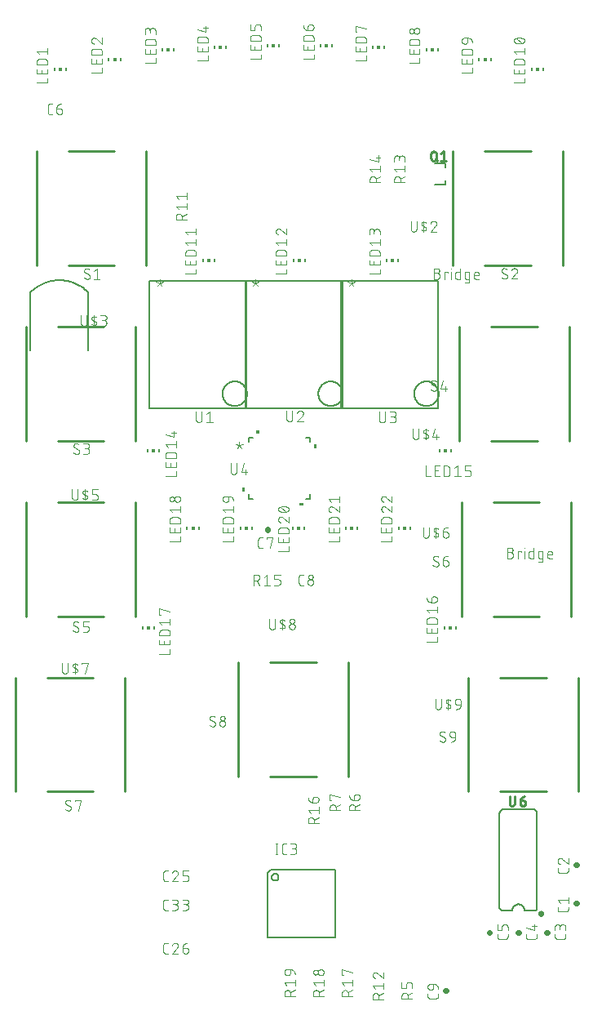
<source format=gto>
G04 EAGLE Gerber RS-274X export*
G75*
%MOMM*%
%FSLAX34Y34*%
%LPD*%
%INTop Silkscreen*%
%IPPOS*%
%AMOC8*
5,1,8,0,0,1.08239X$1,22.5*%
G01*
%ADD10C,0.101600*%
%ADD11R,0.150000X0.300000*%
%ADD12R,0.300000X0.300000*%
%ADD13C,0.254000*%
%ADD14C,0.152400*%
%ADD15C,0.076200*%
%ADD16C,0.127000*%
%ADD17C,0.558800*%
%ADD18C,0.203200*%
%ADD19C,0.228600*%

G36*
X564520Y106330D02*
X564520Y106330D01*
X564522Y106332D01*
X564523Y106331D01*
X565194Y106566D01*
X565195Y106567D01*
X565196Y106567D01*
X565798Y106945D01*
X565799Y106947D01*
X565801Y106947D01*
X566303Y107449D01*
X566303Y107451D01*
X566305Y107452D01*
X566683Y108054D01*
X566683Y108055D01*
X566684Y108056D01*
X566919Y108727D01*
X566919Y108729D01*
X566920Y108730D01*
X566999Y109436D01*
X566999Y109437D01*
X566998Y109438D01*
X566999Y109439D01*
X566920Y110145D01*
X566918Y110147D01*
X566919Y110148D01*
X566684Y110819D01*
X566683Y110820D01*
X566683Y110821D01*
X566305Y111423D01*
X566303Y111424D01*
X566303Y111426D01*
X565801Y111928D01*
X565799Y111928D01*
X565798Y111930D01*
X565196Y112308D01*
X565195Y112308D01*
X565194Y112309D01*
X564523Y112544D01*
X564521Y112544D01*
X564520Y112545D01*
X563814Y112624D01*
X563812Y112623D01*
X563811Y112624D01*
X563105Y112545D01*
X563103Y112543D01*
X563102Y112544D01*
X562431Y112309D01*
X562430Y112308D01*
X562429Y112308D01*
X561827Y111930D01*
X561826Y111928D01*
X561824Y111928D01*
X561322Y111426D01*
X561322Y111424D01*
X561320Y111423D01*
X560942Y110821D01*
X560942Y110820D01*
X560941Y110819D01*
X560706Y110148D01*
X560707Y110146D01*
X560705Y110145D01*
X560626Y109439D01*
X560627Y109437D01*
X560626Y109436D01*
X560705Y108730D01*
X560707Y108728D01*
X560706Y108727D01*
X560941Y108056D01*
X560942Y108055D01*
X560942Y108054D01*
X561320Y107452D01*
X561322Y107451D01*
X561322Y107449D01*
X561824Y106947D01*
X561826Y106947D01*
X561827Y106945D01*
X562429Y106567D01*
X562430Y106567D01*
X562431Y106566D01*
X563102Y106331D01*
X563104Y106332D01*
X563105Y106330D01*
X563811Y106251D01*
X563813Y106252D01*
X563814Y106251D01*
X564520Y106330D01*
G37*
G36*
X271507Y607443D02*
X271507Y607443D01*
X271509Y607442D01*
X271552Y607462D01*
X271596Y607480D01*
X271596Y607482D01*
X271598Y607483D01*
X271631Y607568D01*
X271631Y610108D01*
X271630Y610110D01*
X271631Y610112D01*
X271611Y610155D01*
X271593Y610199D01*
X271591Y610199D01*
X271590Y610201D01*
X271505Y610234D01*
X267695Y610234D01*
X267693Y610233D01*
X267691Y610234D01*
X267648Y610214D01*
X267604Y610196D01*
X267604Y610194D01*
X267602Y610193D01*
X267569Y610108D01*
X267569Y607568D01*
X267570Y607566D01*
X267569Y607564D01*
X267589Y607521D01*
X267607Y607477D01*
X267609Y607477D01*
X267610Y607475D01*
X267695Y607442D01*
X271505Y607442D01*
X271507Y607443D01*
G37*
G36*
X330710Y591970D02*
X330710Y591970D01*
X330712Y591969D01*
X330755Y591989D01*
X330799Y592007D01*
X330799Y592009D01*
X330801Y592010D01*
X330834Y592095D01*
X330834Y595905D01*
X330833Y595907D01*
X330834Y595909D01*
X330814Y595952D01*
X330796Y595996D01*
X330794Y595996D01*
X330793Y595998D01*
X330708Y596031D01*
X328168Y596031D01*
X328166Y596030D01*
X328164Y596031D01*
X328121Y596011D01*
X328077Y595993D01*
X328077Y595991D01*
X328075Y595990D01*
X328042Y595905D01*
X328042Y592095D01*
X328043Y592093D01*
X328042Y592091D01*
X328062Y592048D01*
X328080Y592004D01*
X328082Y592004D01*
X328083Y592002D01*
X328168Y591969D01*
X330708Y591969D01*
X330710Y591970D01*
G37*
G36*
X256034Y546970D02*
X256034Y546970D01*
X256036Y546969D01*
X256079Y546989D01*
X256123Y547007D01*
X256123Y547009D01*
X256125Y547010D01*
X256158Y547095D01*
X256158Y550905D01*
X256157Y550907D01*
X256158Y550909D01*
X256138Y550952D01*
X256120Y550996D01*
X256118Y550996D01*
X256117Y550998D01*
X256032Y551031D01*
X253492Y551031D01*
X253490Y551030D01*
X253488Y551031D01*
X253445Y551011D01*
X253401Y550993D01*
X253401Y550991D01*
X253399Y550990D01*
X253366Y550905D01*
X253366Y547095D01*
X253367Y547093D01*
X253366Y547091D01*
X253386Y547048D01*
X253404Y547004D01*
X253406Y547004D01*
X253407Y547002D01*
X253492Y546969D01*
X256032Y546969D01*
X256034Y546970D01*
G37*
G36*
X316507Y532767D02*
X316507Y532767D01*
X316509Y532766D01*
X316552Y532786D01*
X316596Y532804D01*
X316596Y532806D01*
X316598Y532807D01*
X316631Y532892D01*
X316631Y535432D01*
X316630Y535434D01*
X316631Y535436D01*
X316611Y535479D01*
X316593Y535523D01*
X316591Y535523D01*
X316590Y535525D01*
X316505Y535558D01*
X312695Y535558D01*
X312693Y535557D01*
X312691Y535558D01*
X312648Y535538D01*
X312604Y535520D01*
X312604Y535518D01*
X312602Y535517D01*
X312569Y535432D01*
X312569Y532892D01*
X312570Y532890D01*
X312569Y532888D01*
X312589Y532845D01*
X312607Y532801D01*
X312609Y532801D01*
X312610Y532799D01*
X312695Y532766D01*
X316505Y532766D01*
X316507Y532767D01*
G37*
D10*
X528828Y484130D02*
X531879Y484130D01*
X531988Y484128D01*
X532097Y484122D01*
X532205Y484113D01*
X532313Y484099D01*
X532421Y484082D01*
X532528Y484060D01*
X532634Y484035D01*
X532739Y484006D01*
X532843Y483974D01*
X532945Y483938D01*
X533047Y483898D01*
X533146Y483854D01*
X533245Y483807D01*
X533341Y483757D01*
X533436Y483703D01*
X533528Y483646D01*
X533619Y483585D01*
X533707Y483521D01*
X533793Y483455D01*
X533877Y483385D01*
X533958Y483312D01*
X534036Y483236D01*
X534112Y483158D01*
X534185Y483077D01*
X534255Y482993D01*
X534321Y482907D01*
X534385Y482819D01*
X534446Y482728D01*
X534503Y482636D01*
X534557Y482541D01*
X534607Y482445D01*
X534654Y482346D01*
X534698Y482247D01*
X534738Y482145D01*
X534774Y482043D01*
X534806Y481939D01*
X534835Y481834D01*
X534860Y481728D01*
X534882Y481621D01*
X534899Y481513D01*
X534913Y481405D01*
X534922Y481297D01*
X534928Y481188D01*
X534930Y481079D01*
X534928Y480970D01*
X534922Y480861D01*
X534913Y480753D01*
X534899Y480645D01*
X534882Y480537D01*
X534860Y480430D01*
X534835Y480324D01*
X534806Y480219D01*
X534774Y480115D01*
X534738Y480013D01*
X534698Y479911D01*
X534654Y479812D01*
X534607Y479713D01*
X534557Y479617D01*
X534503Y479522D01*
X534446Y479430D01*
X534385Y479339D01*
X534321Y479251D01*
X534255Y479165D01*
X534185Y479081D01*
X534112Y479000D01*
X534036Y478922D01*
X533958Y478846D01*
X533877Y478773D01*
X533793Y478703D01*
X533707Y478637D01*
X533619Y478573D01*
X533528Y478512D01*
X533436Y478455D01*
X533341Y478401D01*
X533245Y478351D01*
X533146Y478304D01*
X533047Y478260D01*
X532945Y478220D01*
X532843Y478184D01*
X532739Y478152D01*
X532634Y478123D01*
X532528Y478098D01*
X532421Y478076D01*
X532313Y478059D01*
X532205Y478045D01*
X532097Y478036D01*
X531988Y478030D01*
X531879Y478028D01*
X528828Y478028D01*
X528828Y489012D01*
X531879Y489012D01*
X531976Y489010D01*
X532073Y489004D01*
X532170Y488995D01*
X532266Y488981D01*
X532361Y488964D01*
X532456Y488943D01*
X532550Y488918D01*
X532643Y488890D01*
X532734Y488857D01*
X532824Y488822D01*
X532913Y488782D01*
X533000Y488739D01*
X533085Y488693D01*
X533169Y488643D01*
X533250Y488590D01*
X533329Y488534D01*
X533406Y488475D01*
X533481Y488413D01*
X533553Y488348D01*
X533622Y488280D01*
X533689Y488209D01*
X533752Y488136D01*
X533813Y488060D01*
X533871Y487982D01*
X533925Y487902D01*
X533977Y487819D01*
X534025Y487735D01*
X534069Y487649D01*
X534110Y487561D01*
X534148Y487471D01*
X534182Y487380D01*
X534212Y487288D01*
X534239Y487195D01*
X534262Y487101D01*
X534281Y487005D01*
X534296Y486910D01*
X534308Y486813D01*
X534316Y486717D01*
X534320Y486620D01*
X534320Y486522D01*
X534316Y486425D01*
X534308Y486329D01*
X534296Y486232D01*
X534281Y486137D01*
X534262Y486041D01*
X534239Y485947D01*
X534212Y485854D01*
X534182Y485762D01*
X534148Y485671D01*
X534110Y485581D01*
X534069Y485493D01*
X534025Y485407D01*
X533977Y485323D01*
X533925Y485240D01*
X533871Y485160D01*
X533813Y485082D01*
X533752Y485006D01*
X533689Y484933D01*
X533622Y484862D01*
X533553Y484794D01*
X533481Y484729D01*
X533406Y484667D01*
X533329Y484608D01*
X533250Y484552D01*
X533169Y484499D01*
X533085Y484449D01*
X533000Y484403D01*
X532913Y484360D01*
X532824Y484320D01*
X532734Y484285D01*
X532643Y484252D01*
X532550Y484224D01*
X532456Y484199D01*
X532361Y484178D01*
X532266Y484161D01*
X532170Y484147D01*
X532073Y484138D01*
X531976Y484132D01*
X531879Y484130D01*
X539418Y485351D02*
X539418Y478028D01*
X539418Y485351D02*
X543079Y485351D01*
X543079Y484130D01*
X546474Y485351D02*
X546474Y478028D01*
X546169Y488402D02*
X546169Y489012D01*
X546780Y489012D01*
X546780Y488402D01*
X546169Y488402D01*
X555698Y489012D02*
X555698Y478028D01*
X552647Y478028D01*
X552562Y478030D01*
X552478Y478036D01*
X552394Y478046D01*
X552311Y478059D01*
X552228Y478077D01*
X552146Y478098D01*
X552065Y478123D01*
X551986Y478152D01*
X551907Y478184D01*
X551831Y478220D01*
X551756Y478259D01*
X551683Y478302D01*
X551612Y478348D01*
X551544Y478398D01*
X551477Y478450D01*
X551413Y478506D01*
X551352Y478564D01*
X551294Y478625D01*
X551238Y478689D01*
X551186Y478756D01*
X551136Y478824D01*
X551090Y478895D01*
X551047Y478968D01*
X551008Y479043D01*
X550972Y479119D01*
X550940Y479198D01*
X550911Y479277D01*
X550886Y479358D01*
X550865Y479440D01*
X550847Y479523D01*
X550834Y479606D01*
X550824Y479690D01*
X550818Y479774D01*
X550816Y479859D01*
X550816Y483520D01*
X550818Y483605D01*
X550824Y483689D01*
X550834Y483773D01*
X550847Y483856D01*
X550865Y483939D01*
X550886Y484021D01*
X550911Y484102D01*
X550940Y484181D01*
X550972Y484260D01*
X551008Y484336D01*
X551047Y484411D01*
X551090Y484484D01*
X551136Y484555D01*
X551186Y484623D01*
X551238Y484690D01*
X551294Y484754D01*
X551352Y484815D01*
X551413Y484873D01*
X551477Y484929D01*
X551544Y484981D01*
X551612Y485031D01*
X551683Y485077D01*
X551756Y485120D01*
X551831Y485159D01*
X551907Y485195D01*
X551986Y485227D01*
X552065Y485256D01*
X552146Y485281D01*
X552228Y485302D01*
X552311Y485320D01*
X552394Y485333D01*
X552478Y485343D01*
X552562Y485349D01*
X552647Y485351D01*
X555698Y485351D01*
X562367Y478028D02*
X565418Y478028D01*
X562367Y478028D02*
X562282Y478030D01*
X562198Y478036D01*
X562114Y478046D01*
X562031Y478059D01*
X561948Y478077D01*
X561866Y478098D01*
X561785Y478123D01*
X561706Y478152D01*
X561627Y478184D01*
X561551Y478220D01*
X561476Y478259D01*
X561403Y478302D01*
X561332Y478348D01*
X561264Y478398D01*
X561197Y478450D01*
X561133Y478506D01*
X561072Y478564D01*
X561014Y478625D01*
X560958Y478689D01*
X560906Y478756D01*
X560856Y478824D01*
X560810Y478895D01*
X560767Y478968D01*
X560728Y479043D01*
X560692Y479119D01*
X560660Y479198D01*
X560631Y479277D01*
X560606Y479358D01*
X560585Y479440D01*
X560567Y479523D01*
X560554Y479606D01*
X560544Y479690D01*
X560538Y479774D01*
X560536Y479859D01*
X560536Y483520D01*
X560538Y483605D01*
X560544Y483689D01*
X560554Y483773D01*
X560567Y483856D01*
X560585Y483939D01*
X560606Y484021D01*
X560631Y484102D01*
X560660Y484181D01*
X560692Y484260D01*
X560728Y484336D01*
X560767Y484411D01*
X560810Y484484D01*
X560856Y484555D01*
X560906Y484623D01*
X560958Y484690D01*
X561014Y484754D01*
X561072Y484815D01*
X561133Y484873D01*
X561197Y484929D01*
X561264Y484981D01*
X561332Y485031D01*
X561403Y485077D01*
X561476Y485120D01*
X561551Y485159D01*
X561627Y485195D01*
X561706Y485227D01*
X561785Y485256D01*
X561866Y485281D01*
X561948Y485302D01*
X562031Y485320D01*
X562114Y485333D01*
X562198Y485343D01*
X562282Y485349D01*
X562367Y485351D01*
X565418Y485351D01*
X565418Y476197D01*
X565416Y476112D01*
X565410Y476028D01*
X565400Y475944D01*
X565387Y475861D01*
X565369Y475778D01*
X565348Y475696D01*
X565323Y475615D01*
X565294Y475536D01*
X565262Y475457D01*
X565226Y475381D01*
X565187Y475306D01*
X565144Y475233D01*
X565098Y475162D01*
X565048Y475094D01*
X564996Y475027D01*
X564940Y474963D01*
X564882Y474902D01*
X564821Y474844D01*
X564757Y474788D01*
X564690Y474736D01*
X564622Y474686D01*
X564551Y474640D01*
X564478Y474597D01*
X564403Y474558D01*
X564327Y474522D01*
X564248Y474490D01*
X564169Y474461D01*
X564088Y474436D01*
X564006Y474415D01*
X563923Y474397D01*
X563840Y474384D01*
X563756Y474374D01*
X563672Y474368D01*
X563587Y474366D01*
X563587Y474367D02*
X561146Y474367D01*
X572144Y478028D02*
X575195Y478028D01*
X572144Y478028D02*
X572059Y478030D01*
X571975Y478036D01*
X571891Y478046D01*
X571808Y478059D01*
X571725Y478077D01*
X571643Y478098D01*
X571562Y478123D01*
X571483Y478152D01*
X571404Y478184D01*
X571328Y478220D01*
X571253Y478259D01*
X571180Y478302D01*
X571109Y478348D01*
X571041Y478398D01*
X570974Y478450D01*
X570910Y478506D01*
X570849Y478564D01*
X570791Y478625D01*
X570735Y478689D01*
X570683Y478756D01*
X570633Y478824D01*
X570587Y478895D01*
X570544Y478968D01*
X570505Y479043D01*
X570469Y479119D01*
X570437Y479198D01*
X570408Y479277D01*
X570383Y479358D01*
X570362Y479440D01*
X570344Y479523D01*
X570331Y479606D01*
X570321Y479690D01*
X570315Y479774D01*
X570313Y479859D01*
X570313Y482910D01*
X570315Y483007D01*
X570321Y483104D01*
X570330Y483201D01*
X570344Y483297D01*
X570361Y483392D01*
X570382Y483487D01*
X570407Y483581D01*
X570435Y483674D01*
X570468Y483765D01*
X570503Y483855D01*
X570543Y483944D01*
X570586Y484031D01*
X570632Y484116D01*
X570682Y484200D01*
X570735Y484281D01*
X570791Y484360D01*
X570850Y484437D01*
X570912Y484512D01*
X570977Y484584D01*
X571045Y484653D01*
X571116Y484720D01*
X571189Y484783D01*
X571265Y484844D01*
X571343Y484902D01*
X571423Y484956D01*
X571506Y485008D01*
X571590Y485056D01*
X571676Y485100D01*
X571764Y485141D01*
X571854Y485179D01*
X571945Y485213D01*
X572037Y485243D01*
X572130Y485270D01*
X572224Y485293D01*
X572320Y485312D01*
X572415Y485327D01*
X572512Y485339D01*
X572608Y485347D01*
X572705Y485351D01*
X572803Y485351D01*
X572900Y485347D01*
X572996Y485339D01*
X573093Y485327D01*
X573188Y485312D01*
X573284Y485293D01*
X573378Y485270D01*
X573471Y485243D01*
X573563Y485213D01*
X573654Y485179D01*
X573744Y485141D01*
X573832Y485100D01*
X573918Y485056D01*
X574002Y485008D01*
X574085Y484956D01*
X574165Y484902D01*
X574243Y484844D01*
X574319Y484783D01*
X574392Y484720D01*
X574463Y484653D01*
X574531Y484584D01*
X574596Y484512D01*
X574658Y484437D01*
X574717Y484360D01*
X574773Y484281D01*
X574826Y484200D01*
X574876Y484116D01*
X574922Y484031D01*
X574965Y483944D01*
X575005Y483855D01*
X575040Y483765D01*
X575073Y483674D01*
X575101Y483581D01*
X575126Y483487D01*
X575147Y483392D01*
X575164Y483297D01*
X575178Y483201D01*
X575187Y483104D01*
X575193Y483007D01*
X575195Y482910D01*
X575195Y481689D01*
X570313Y481689D01*
X455679Y773690D02*
X452628Y773690D01*
X455679Y773690D02*
X455788Y773688D01*
X455897Y773682D01*
X456005Y773673D01*
X456113Y773659D01*
X456221Y773642D01*
X456328Y773620D01*
X456434Y773595D01*
X456539Y773566D01*
X456643Y773534D01*
X456745Y773498D01*
X456847Y773458D01*
X456946Y773414D01*
X457045Y773367D01*
X457141Y773317D01*
X457236Y773263D01*
X457328Y773206D01*
X457419Y773145D01*
X457507Y773081D01*
X457593Y773015D01*
X457677Y772945D01*
X457758Y772872D01*
X457836Y772796D01*
X457912Y772718D01*
X457985Y772637D01*
X458055Y772553D01*
X458121Y772467D01*
X458185Y772379D01*
X458246Y772288D01*
X458303Y772196D01*
X458357Y772101D01*
X458407Y772005D01*
X458454Y771906D01*
X458498Y771807D01*
X458538Y771705D01*
X458574Y771603D01*
X458606Y771499D01*
X458635Y771394D01*
X458660Y771288D01*
X458682Y771181D01*
X458699Y771073D01*
X458713Y770965D01*
X458722Y770857D01*
X458728Y770748D01*
X458730Y770639D01*
X458728Y770530D01*
X458722Y770421D01*
X458713Y770313D01*
X458699Y770205D01*
X458682Y770097D01*
X458660Y769990D01*
X458635Y769884D01*
X458606Y769779D01*
X458574Y769675D01*
X458538Y769573D01*
X458498Y769471D01*
X458454Y769372D01*
X458407Y769273D01*
X458357Y769177D01*
X458303Y769082D01*
X458246Y768990D01*
X458185Y768899D01*
X458121Y768811D01*
X458055Y768725D01*
X457985Y768641D01*
X457912Y768560D01*
X457836Y768482D01*
X457758Y768406D01*
X457677Y768333D01*
X457593Y768263D01*
X457507Y768197D01*
X457419Y768133D01*
X457328Y768072D01*
X457236Y768015D01*
X457141Y767961D01*
X457045Y767911D01*
X456946Y767864D01*
X456847Y767820D01*
X456745Y767780D01*
X456643Y767744D01*
X456539Y767712D01*
X456434Y767683D01*
X456328Y767658D01*
X456221Y767636D01*
X456113Y767619D01*
X456005Y767605D01*
X455897Y767596D01*
X455788Y767590D01*
X455679Y767588D01*
X452628Y767588D01*
X452628Y778572D01*
X455679Y778572D01*
X455776Y778570D01*
X455873Y778564D01*
X455970Y778555D01*
X456066Y778541D01*
X456161Y778524D01*
X456256Y778503D01*
X456350Y778478D01*
X456443Y778450D01*
X456534Y778417D01*
X456624Y778382D01*
X456713Y778342D01*
X456800Y778299D01*
X456885Y778253D01*
X456969Y778203D01*
X457050Y778150D01*
X457129Y778094D01*
X457206Y778035D01*
X457281Y777973D01*
X457353Y777908D01*
X457422Y777840D01*
X457489Y777769D01*
X457552Y777696D01*
X457613Y777620D01*
X457671Y777542D01*
X457725Y777462D01*
X457777Y777379D01*
X457825Y777295D01*
X457869Y777209D01*
X457910Y777121D01*
X457948Y777031D01*
X457982Y776940D01*
X458012Y776848D01*
X458039Y776755D01*
X458062Y776661D01*
X458081Y776565D01*
X458096Y776470D01*
X458108Y776373D01*
X458116Y776277D01*
X458120Y776180D01*
X458120Y776082D01*
X458116Y775985D01*
X458108Y775889D01*
X458096Y775792D01*
X458081Y775697D01*
X458062Y775601D01*
X458039Y775507D01*
X458012Y775414D01*
X457982Y775322D01*
X457948Y775231D01*
X457910Y775141D01*
X457869Y775053D01*
X457825Y774967D01*
X457777Y774883D01*
X457725Y774800D01*
X457671Y774720D01*
X457613Y774642D01*
X457552Y774566D01*
X457489Y774493D01*
X457422Y774422D01*
X457353Y774354D01*
X457281Y774289D01*
X457206Y774227D01*
X457129Y774168D01*
X457050Y774112D01*
X456969Y774059D01*
X456885Y774009D01*
X456800Y773963D01*
X456713Y773920D01*
X456624Y773880D01*
X456534Y773845D01*
X456443Y773812D01*
X456350Y773784D01*
X456256Y773759D01*
X456161Y773738D01*
X456066Y773721D01*
X455970Y773707D01*
X455873Y773698D01*
X455776Y773692D01*
X455679Y773690D01*
X463218Y774911D02*
X463218Y767588D01*
X463218Y774911D02*
X466879Y774911D01*
X466879Y773690D01*
X470274Y774911D02*
X470274Y767588D01*
X469969Y777962D02*
X469969Y778572D01*
X470580Y778572D01*
X470580Y777962D01*
X469969Y777962D01*
X479498Y778572D02*
X479498Y767588D01*
X476447Y767588D01*
X476362Y767590D01*
X476278Y767596D01*
X476194Y767606D01*
X476111Y767619D01*
X476028Y767637D01*
X475946Y767658D01*
X475865Y767683D01*
X475786Y767712D01*
X475707Y767744D01*
X475631Y767780D01*
X475556Y767819D01*
X475483Y767862D01*
X475412Y767908D01*
X475344Y767958D01*
X475277Y768010D01*
X475213Y768066D01*
X475152Y768124D01*
X475094Y768185D01*
X475038Y768249D01*
X474986Y768316D01*
X474936Y768384D01*
X474890Y768455D01*
X474847Y768528D01*
X474808Y768603D01*
X474772Y768679D01*
X474740Y768758D01*
X474711Y768837D01*
X474686Y768918D01*
X474665Y769000D01*
X474647Y769083D01*
X474634Y769166D01*
X474624Y769250D01*
X474618Y769334D01*
X474616Y769419D01*
X474616Y773080D01*
X474618Y773165D01*
X474624Y773249D01*
X474634Y773333D01*
X474647Y773416D01*
X474665Y773499D01*
X474686Y773581D01*
X474711Y773662D01*
X474740Y773741D01*
X474772Y773820D01*
X474808Y773896D01*
X474847Y773971D01*
X474890Y774044D01*
X474936Y774115D01*
X474986Y774183D01*
X475038Y774250D01*
X475094Y774314D01*
X475152Y774375D01*
X475213Y774433D01*
X475277Y774489D01*
X475344Y774541D01*
X475412Y774591D01*
X475483Y774637D01*
X475556Y774680D01*
X475631Y774719D01*
X475707Y774755D01*
X475786Y774787D01*
X475865Y774816D01*
X475946Y774841D01*
X476028Y774862D01*
X476111Y774880D01*
X476194Y774893D01*
X476278Y774903D01*
X476362Y774909D01*
X476447Y774911D01*
X479498Y774911D01*
X486167Y767588D02*
X489218Y767588D01*
X486167Y767588D02*
X486082Y767590D01*
X485998Y767596D01*
X485914Y767606D01*
X485831Y767619D01*
X485748Y767637D01*
X485666Y767658D01*
X485585Y767683D01*
X485506Y767712D01*
X485427Y767744D01*
X485351Y767780D01*
X485276Y767819D01*
X485203Y767862D01*
X485132Y767908D01*
X485064Y767958D01*
X484997Y768010D01*
X484933Y768066D01*
X484872Y768124D01*
X484814Y768185D01*
X484758Y768249D01*
X484706Y768316D01*
X484656Y768384D01*
X484610Y768455D01*
X484567Y768528D01*
X484528Y768603D01*
X484492Y768679D01*
X484460Y768758D01*
X484431Y768837D01*
X484406Y768918D01*
X484385Y769000D01*
X484367Y769083D01*
X484354Y769166D01*
X484344Y769250D01*
X484338Y769334D01*
X484336Y769419D01*
X484336Y773080D01*
X484338Y773165D01*
X484344Y773249D01*
X484354Y773333D01*
X484367Y773416D01*
X484385Y773499D01*
X484406Y773581D01*
X484431Y773662D01*
X484460Y773741D01*
X484492Y773820D01*
X484528Y773896D01*
X484567Y773971D01*
X484610Y774044D01*
X484656Y774115D01*
X484706Y774183D01*
X484758Y774250D01*
X484814Y774314D01*
X484872Y774375D01*
X484933Y774433D01*
X484997Y774489D01*
X485064Y774541D01*
X485132Y774591D01*
X485203Y774637D01*
X485276Y774680D01*
X485351Y774719D01*
X485427Y774755D01*
X485506Y774787D01*
X485585Y774816D01*
X485666Y774841D01*
X485748Y774862D01*
X485831Y774880D01*
X485914Y774893D01*
X485998Y774903D01*
X486082Y774909D01*
X486167Y774911D01*
X489218Y774911D01*
X489218Y765757D01*
X489216Y765672D01*
X489210Y765588D01*
X489200Y765504D01*
X489187Y765421D01*
X489169Y765338D01*
X489148Y765256D01*
X489123Y765175D01*
X489094Y765096D01*
X489062Y765017D01*
X489026Y764941D01*
X488987Y764866D01*
X488944Y764793D01*
X488898Y764722D01*
X488848Y764654D01*
X488796Y764587D01*
X488740Y764523D01*
X488682Y764462D01*
X488621Y764404D01*
X488557Y764348D01*
X488490Y764296D01*
X488422Y764246D01*
X488351Y764200D01*
X488278Y764157D01*
X488203Y764118D01*
X488127Y764082D01*
X488048Y764050D01*
X487969Y764021D01*
X487888Y763996D01*
X487806Y763975D01*
X487723Y763957D01*
X487640Y763944D01*
X487556Y763934D01*
X487472Y763928D01*
X487387Y763926D01*
X487387Y763927D02*
X484946Y763927D01*
X495944Y767588D02*
X498995Y767588D01*
X495944Y767588D02*
X495859Y767590D01*
X495775Y767596D01*
X495691Y767606D01*
X495608Y767619D01*
X495525Y767637D01*
X495443Y767658D01*
X495362Y767683D01*
X495283Y767712D01*
X495204Y767744D01*
X495128Y767780D01*
X495053Y767819D01*
X494980Y767862D01*
X494909Y767908D01*
X494841Y767958D01*
X494774Y768010D01*
X494710Y768066D01*
X494649Y768124D01*
X494591Y768185D01*
X494535Y768249D01*
X494483Y768316D01*
X494433Y768384D01*
X494387Y768455D01*
X494344Y768528D01*
X494305Y768603D01*
X494269Y768679D01*
X494237Y768758D01*
X494208Y768837D01*
X494183Y768918D01*
X494162Y769000D01*
X494144Y769083D01*
X494131Y769166D01*
X494121Y769250D01*
X494115Y769334D01*
X494113Y769419D01*
X494113Y772470D01*
X494115Y772567D01*
X494121Y772664D01*
X494130Y772761D01*
X494144Y772857D01*
X494161Y772952D01*
X494182Y773047D01*
X494207Y773141D01*
X494235Y773234D01*
X494268Y773325D01*
X494303Y773415D01*
X494343Y773504D01*
X494386Y773591D01*
X494432Y773676D01*
X494482Y773760D01*
X494535Y773841D01*
X494591Y773920D01*
X494650Y773997D01*
X494712Y774072D01*
X494777Y774144D01*
X494845Y774213D01*
X494916Y774280D01*
X494989Y774343D01*
X495065Y774404D01*
X495143Y774462D01*
X495223Y774516D01*
X495306Y774568D01*
X495390Y774616D01*
X495476Y774660D01*
X495564Y774701D01*
X495654Y774739D01*
X495745Y774773D01*
X495837Y774803D01*
X495930Y774830D01*
X496024Y774853D01*
X496120Y774872D01*
X496215Y774887D01*
X496312Y774899D01*
X496408Y774907D01*
X496505Y774911D01*
X496603Y774911D01*
X496700Y774907D01*
X496796Y774899D01*
X496893Y774887D01*
X496988Y774872D01*
X497084Y774853D01*
X497178Y774830D01*
X497271Y774803D01*
X497363Y774773D01*
X497454Y774739D01*
X497544Y774701D01*
X497632Y774660D01*
X497718Y774616D01*
X497802Y774568D01*
X497885Y774516D01*
X497965Y774462D01*
X498043Y774404D01*
X498119Y774343D01*
X498192Y774280D01*
X498263Y774213D01*
X498331Y774144D01*
X498396Y774072D01*
X498458Y773997D01*
X498517Y773920D01*
X498573Y773841D01*
X498626Y773760D01*
X498676Y773676D01*
X498722Y773591D01*
X498765Y773504D01*
X498805Y773415D01*
X498840Y773325D01*
X498873Y773234D01*
X498901Y773141D01*
X498926Y773047D01*
X498947Y772952D01*
X498964Y772857D01*
X498978Y772761D01*
X498987Y772664D01*
X498993Y772567D01*
X498995Y772470D01*
X498995Y771249D01*
X494113Y771249D01*
D11*
X58400Y984650D03*
X70400Y984650D03*
D12*
X64400Y984650D03*
D10*
X51192Y970958D02*
X40208Y970958D01*
X51192Y970958D02*
X51192Y975840D01*
X51192Y980318D02*
X51192Y985200D01*
X51192Y980318D02*
X40208Y980318D01*
X40208Y985200D01*
X45090Y983979D02*
X45090Y980318D01*
X40208Y989656D02*
X51192Y989656D01*
X40208Y989656D02*
X40208Y992707D01*
X40210Y992816D01*
X40216Y992925D01*
X40225Y993033D01*
X40239Y993141D01*
X40256Y993249D01*
X40278Y993356D01*
X40303Y993462D01*
X40332Y993567D01*
X40364Y993671D01*
X40400Y993773D01*
X40440Y993875D01*
X40484Y993974D01*
X40531Y994073D01*
X40581Y994169D01*
X40635Y994264D01*
X40692Y994356D01*
X40753Y994447D01*
X40817Y994535D01*
X40883Y994621D01*
X40953Y994705D01*
X41026Y994786D01*
X41102Y994864D01*
X41180Y994940D01*
X41261Y995013D01*
X41345Y995083D01*
X41431Y995149D01*
X41519Y995213D01*
X41610Y995274D01*
X41702Y995331D01*
X41797Y995385D01*
X41893Y995435D01*
X41992Y995482D01*
X42091Y995526D01*
X42193Y995566D01*
X42295Y995602D01*
X42399Y995634D01*
X42504Y995663D01*
X42610Y995688D01*
X42717Y995710D01*
X42825Y995727D01*
X42933Y995741D01*
X43041Y995750D01*
X43150Y995756D01*
X43259Y995758D01*
X48141Y995758D01*
X48250Y995756D01*
X48359Y995750D01*
X48467Y995741D01*
X48575Y995727D01*
X48683Y995710D01*
X48790Y995688D01*
X48896Y995663D01*
X49001Y995634D01*
X49105Y995602D01*
X49207Y995566D01*
X49309Y995526D01*
X49408Y995482D01*
X49507Y995435D01*
X49603Y995385D01*
X49698Y995331D01*
X49791Y995274D01*
X49881Y995213D01*
X49969Y995149D01*
X50055Y995083D01*
X50139Y995013D01*
X50220Y994940D01*
X50298Y994864D01*
X50374Y994786D01*
X50447Y994705D01*
X50517Y994621D01*
X50583Y994535D01*
X50647Y994447D01*
X50708Y994356D01*
X50765Y994264D01*
X50819Y994169D01*
X50869Y994073D01*
X50916Y993974D01*
X50960Y993875D01*
X51000Y993773D01*
X51036Y993670D01*
X51068Y993567D01*
X51097Y993462D01*
X51122Y993356D01*
X51144Y993249D01*
X51161Y993141D01*
X51175Y993033D01*
X51184Y992925D01*
X51190Y992816D01*
X51192Y992707D01*
X51192Y989656D01*
X42649Y1000816D02*
X40208Y1003867D01*
X51192Y1003867D01*
X51192Y1000816D02*
X51192Y1006918D01*
D13*
X154000Y900000D02*
X154000Y782000D01*
X40000Y782000D02*
X40000Y900000D01*
X73000Y782000D02*
X121000Y782000D01*
X121000Y900000D02*
X73000Y900000D01*
D10*
X95311Y769989D02*
X95309Y769893D01*
X95303Y769797D01*
X95294Y769702D01*
X95281Y769607D01*
X95264Y769513D01*
X95244Y769419D01*
X95219Y769326D01*
X95192Y769235D01*
X95160Y769144D01*
X95125Y769055D01*
X95087Y768967D01*
X95045Y768881D01*
X95000Y768796D01*
X94951Y768714D01*
X94900Y768633D01*
X94845Y768554D01*
X94787Y768478D01*
X94726Y768404D01*
X94662Y768332D01*
X94596Y768263D01*
X94527Y768197D01*
X94455Y768133D01*
X94381Y768072D01*
X94305Y768014D01*
X94226Y767959D01*
X94145Y767908D01*
X94063Y767859D01*
X93978Y767814D01*
X93892Y767772D01*
X93804Y767734D01*
X93715Y767699D01*
X93624Y767667D01*
X93533Y767640D01*
X93440Y767615D01*
X93346Y767595D01*
X93252Y767578D01*
X93157Y767565D01*
X93062Y767556D01*
X92966Y767550D01*
X92870Y767548D01*
X92730Y767550D01*
X92589Y767556D01*
X92449Y767565D01*
X92310Y767579D01*
X92170Y767596D01*
X92031Y767617D01*
X91893Y767641D01*
X91756Y767670D01*
X91619Y767702D01*
X91483Y767738D01*
X91349Y767778D01*
X91215Y767821D01*
X91083Y767868D01*
X90952Y767918D01*
X90822Y767972D01*
X90694Y768030D01*
X90568Y768091D01*
X90443Y768155D01*
X90320Y768223D01*
X90199Y768294D01*
X90080Y768368D01*
X89963Y768446D01*
X89848Y768526D01*
X89736Y768610D01*
X89625Y768697D01*
X89517Y768787D01*
X89412Y768880D01*
X89309Y768975D01*
X89209Y769073D01*
X89514Y776091D02*
X89516Y776187D01*
X89522Y776283D01*
X89531Y776378D01*
X89544Y776473D01*
X89561Y776567D01*
X89581Y776661D01*
X89606Y776754D01*
X89633Y776845D01*
X89665Y776936D01*
X89700Y777025D01*
X89738Y777113D01*
X89780Y777199D01*
X89825Y777284D01*
X89874Y777366D01*
X89925Y777447D01*
X89980Y777526D01*
X90038Y777602D01*
X90099Y777676D01*
X90163Y777748D01*
X90229Y777817D01*
X90298Y777883D01*
X90370Y777947D01*
X90444Y778008D01*
X90520Y778066D01*
X90599Y778121D01*
X90680Y778172D01*
X90762Y778221D01*
X90847Y778266D01*
X90933Y778308D01*
X91021Y778346D01*
X91110Y778381D01*
X91201Y778413D01*
X91292Y778440D01*
X91385Y778465D01*
X91479Y778485D01*
X91573Y778502D01*
X91668Y778515D01*
X91764Y778524D01*
X91859Y778530D01*
X91955Y778532D01*
X92089Y778530D01*
X92223Y778524D01*
X92356Y778514D01*
X92489Y778501D01*
X92622Y778483D01*
X92754Y778462D01*
X92886Y778436D01*
X93016Y778407D01*
X93146Y778374D01*
X93275Y778338D01*
X93402Y778297D01*
X93529Y778253D01*
X93654Y778205D01*
X93777Y778154D01*
X93899Y778098D01*
X94020Y778040D01*
X94138Y777978D01*
X94255Y777912D01*
X94370Y777843D01*
X94482Y777771D01*
X94593Y777695D01*
X94701Y777617D01*
X90734Y773955D02*
X90650Y774007D01*
X90568Y774062D01*
X90488Y774121D01*
X90411Y774183D01*
X90336Y774247D01*
X90264Y774315D01*
X90194Y774385D01*
X90127Y774459D01*
X90064Y774534D01*
X90003Y774613D01*
X89946Y774693D01*
X89891Y774776D01*
X89841Y774861D01*
X89793Y774948D01*
X89749Y775037D01*
X89709Y775127D01*
X89672Y775219D01*
X89639Y775312D01*
X89610Y775407D01*
X89585Y775503D01*
X89563Y775599D01*
X89546Y775697D01*
X89532Y775795D01*
X89522Y775893D01*
X89516Y775992D01*
X89514Y776091D01*
X94091Y772125D02*
X94175Y772073D01*
X94257Y772018D01*
X94337Y771959D01*
X94414Y771897D01*
X94489Y771833D01*
X94561Y771765D01*
X94631Y771695D01*
X94698Y771621D01*
X94761Y771546D01*
X94822Y771467D01*
X94879Y771387D01*
X94934Y771304D01*
X94984Y771219D01*
X95032Y771132D01*
X95076Y771043D01*
X95116Y770953D01*
X95153Y770861D01*
X95186Y770768D01*
X95215Y770673D01*
X95240Y770577D01*
X95262Y770481D01*
X95279Y770383D01*
X95293Y770285D01*
X95303Y770187D01*
X95309Y770088D01*
X95311Y769989D01*
X94091Y772125D02*
X90734Y773955D01*
X99649Y776091D02*
X102700Y778532D01*
X102700Y767548D01*
X99649Y767548D02*
X105751Y767548D01*
D14*
X256809Y633205D02*
X357393Y633205D01*
X357393Y765793D01*
X256809Y765793D01*
X256809Y633205D01*
D15*
X267188Y763196D02*
X267188Y767176D01*
X267188Y763196D02*
X269509Y760212D01*
X267188Y763196D02*
X264866Y760212D01*
X267188Y763196D02*
X270835Y764523D01*
X267188Y763196D02*
X263540Y764523D01*
D16*
X332501Y648699D02*
X332505Y649011D01*
X332516Y649322D01*
X332535Y649633D01*
X332562Y649944D01*
X332597Y650254D01*
X332638Y650562D01*
X332688Y650870D01*
X332745Y651177D01*
X332810Y651482D01*
X332882Y651785D01*
X332961Y652086D01*
X333048Y652386D01*
X333142Y652683D01*
X333243Y652978D01*
X333352Y653270D01*
X333468Y653559D01*
X333591Y653846D01*
X333720Y654129D01*
X333857Y654409D01*
X334001Y654686D01*
X334151Y654959D01*
X334308Y655228D01*
X334471Y655493D01*
X334641Y655755D01*
X334818Y656012D01*
X335000Y656264D01*
X335189Y656512D01*
X335384Y656756D01*
X335584Y656994D01*
X335791Y657228D01*
X336003Y657456D01*
X336221Y657679D01*
X336444Y657897D01*
X336672Y658109D01*
X336906Y658316D01*
X337144Y658516D01*
X337388Y658711D01*
X337636Y658900D01*
X337888Y659082D01*
X338145Y659259D01*
X338407Y659429D01*
X338672Y659592D01*
X338941Y659749D01*
X339214Y659899D01*
X339491Y660043D01*
X339771Y660180D01*
X340054Y660309D01*
X340341Y660432D01*
X340630Y660548D01*
X340922Y660657D01*
X341217Y660758D01*
X341514Y660852D01*
X341814Y660939D01*
X342115Y661018D01*
X342418Y661090D01*
X342723Y661155D01*
X343030Y661212D01*
X343338Y661262D01*
X343646Y661303D01*
X343956Y661338D01*
X344267Y661365D01*
X344578Y661384D01*
X344889Y661395D01*
X345201Y661399D01*
X345513Y661395D01*
X345824Y661384D01*
X346135Y661365D01*
X346446Y661338D01*
X346756Y661303D01*
X347064Y661262D01*
X347372Y661212D01*
X347679Y661155D01*
X347984Y661090D01*
X348287Y661018D01*
X348588Y660939D01*
X348888Y660852D01*
X349185Y660758D01*
X349480Y660657D01*
X349772Y660548D01*
X350061Y660432D01*
X350348Y660309D01*
X350631Y660180D01*
X350911Y660043D01*
X351188Y659899D01*
X351461Y659749D01*
X351730Y659592D01*
X351995Y659429D01*
X352257Y659259D01*
X352514Y659082D01*
X352766Y658900D01*
X353014Y658711D01*
X353258Y658516D01*
X353496Y658316D01*
X353730Y658109D01*
X353958Y657897D01*
X354181Y657679D01*
X354399Y657456D01*
X354611Y657228D01*
X354818Y656994D01*
X355018Y656756D01*
X355213Y656512D01*
X355402Y656264D01*
X355584Y656012D01*
X355761Y655755D01*
X355931Y655493D01*
X356094Y655228D01*
X356251Y654959D01*
X356401Y654686D01*
X356545Y654409D01*
X356682Y654129D01*
X356811Y653846D01*
X356934Y653559D01*
X357050Y653270D01*
X357159Y652978D01*
X357260Y652683D01*
X357354Y652386D01*
X357441Y652086D01*
X357520Y651785D01*
X357592Y651482D01*
X357657Y651177D01*
X357714Y650870D01*
X357764Y650562D01*
X357805Y650254D01*
X357840Y649944D01*
X357867Y649633D01*
X357886Y649322D01*
X357897Y649011D01*
X357901Y648699D01*
X357897Y648387D01*
X357886Y648076D01*
X357867Y647765D01*
X357840Y647454D01*
X357805Y647144D01*
X357764Y646836D01*
X357714Y646528D01*
X357657Y646221D01*
X357592Y645916D01*
X357520Y645613D01*
X357441Y645312D01*
X357354Y645012D01*
X357260Y644715D01*
X357159Y644420D01*
X357050Y644128D01*
X356934Y643839D01*
X356811Y643552D01*
X356682Y643269D01*
X356545Y642989D01*
X356401Y642712D01*
X356251Y642439D01*
X356094Y642170D01*
X355931Y641905D01*
X355761Y641643D01*
X355584Y641386D01*
X355402Y641134D01*
X355213Y640886D01*
X355018Y640642D01*
X354818Y640404D01*
X354611Y640170D01*
X354399Y639942D01*
X354181Y639719D01*
X353958Y639501D01*
X353730Y639289D01*
X353496Y639082D01*
X353258Y638882D01*
X353014Y638687D01*
X352766Y638498D01*
X352514Y638316D01*
X352257Y638139D01*
X351995Y637969D01*
X351730Y637806D01*
X351461Y637649D01*
X351188Y637499D01*
X350911Y637355D01*
X350631Y637218D01*
X350348Y637089D01*
X350061Y636966D01*
X349772Y636850D01*
X349480Y636741D01*
X349185Y636640D01*
X348888Y636546D01*
X348588Y636459D01*
X348287Y636380D01*
X347984Y636308D01*
X347679Y636243D01*
X347372Y636186D01*
X347064Y636136D01*
X346756Y636095D01*
X346446Y636060D01*
X346135Y636033D01*
X345824Y636014D01*
X345513Y636003D01*
X345201Y635999D01*
X344889Y636003D01*
X344578Y636014D01*
X344267Y636033D01*
X343956Y636060D01*
X343646Y636095D01*
X343338Y636136D01*
X343030Y636186D01*
X342723Y636243D01*
X342418Y636308D01*
X342115Y636380D01*
X341814Y636459D01*
X341514Y636546D01*
X341217Y636640D01*
X340922Y636741D01*
X340630Y636850D01*
X340341Y636966D01*
X340054Y637089D01*
X339771Y637218D01*
X339491Y637355D01*
X339214Y637499D01*
X338941Y637649D01*
X338672Y637806D01*
X338407Y637969D01*
X338145Y638139D01*
X337888Y638316D01*
X337636Y638498D01*
X337388Y638687D01*
X337144Y638882D01*
X336906Y639082D01*
X336672Y639289D01*
X336444Y639501D01*
X336221Y639719D01*
X336003Y639942D01*
X335791Y640170D01*
X335584Y640404D01*
X335384Y640642D01*
X335189Y640886D01*
X335000Y641134D01*
X334818Y641386D01*
X334641Y641643D01*
X334471Y641905D01*
X334308Y642170D01*
X334151Y642439D01*
X334001Y642712D01*
X333857Y642989D01*
X333720Y643269D01*
X333591Y643552D01*
X333468Y643839D01*
X333352Y644128D01*
X333243Y644420D01*
X333142Y644715D01*
X333048Y645012D01*
X332961Y645312D01*
X332882Y645613D01*
X332810Y645916D01*
X332745Y646221D01*
X332688Y646528D01*
X332638Y646836D01*
X332597Y647144D01*
X332562Y647454D01*
X332535Y647765D01*
X332516Y648076D01*
X332505Y648387D01*
X332501Y648699D01*
D15*
X299316Y631168D02*
X299316Y623052D01*
X299318Y622941D01*
X299324Y622829D01*
X299334Y622718D01*
X299348Y622608D01*
X299366Y622498D01*
X299387Y622388D01*
X299413Y622280D01*
X299442Y622172D01*
X299476Y622066D01*
X299513Y621961D01*
X299554Y621857D01*
X299598Y621755D01*
X299646Y621655D01*
X299698Y621556D01*
X299753Y621459D01*
X299812Y621364D01*
X299874Y621271D01*
X299939Y621181D01*
X300007Y621093D01*
X300079Y621008D01*
X300153Y620925D01*
X300230Y620844D01*
X300311Y620767D01*
X300394Y620693D01*
X300479Y620621D01*
X300567Y620553D01*
X300657Y620488D01*
X300750Y620426D01*
X300845Y620367D01*
X300942Y620312D01*
X301041Y620260D01*
X301141Y620212D01*
X301243Y620168D01*
X301347Y620127D01*
X301452Y620090D01*
X301558Y620056D01*
X301666Y620027D01*
X301774Y620001D01*
X301884Y619980D01*
X301994Y619962D01*
X302104Y619948D01*
X302215Y619938D01*
X302327Y619932D01*
X302438Y619930D01*
X302549Y619932D01*
X302661Y619938D01*
X302772Y619948D01*
X302882Y619962D01*
X302992Y619980D01*
X303102Y620001D01*
X303210Y620027D01*
X303318Y620056D01*
X303424Y620090D01*
X303529Y620127D01*
X303633Y620168D01*
X303735Y620212D01*
X303835Y620260D01*
X303934Y620312D01*
X304031Y620367D01*
X304126Y620426D01*
X304219Y620488D01*
X304309Y620553D01*
X304397Y620621D01*
X304482Y620693D01*
X304565Y620767D01*
X304646Y620844D01*
X304723Y620925D01*
X304797Y621008D01*
X304869Y621093D01*
X304937Y621181D01*
X305002Y621271D01*
X305064Y621364D01*
X305123Y621459D01*
X305178Y621556D01*
X305230Y621655D01*
X305278Y621755D01*
X305322Y621857D01*
X305363Y621961D01*
X305400Y622066D01*
X305434Y622172D01*
X305463Y622280D01*
X305489Y622388D01*
X305510Y622498D01*
X305528Y622608D01*
X305542Y622718D01*
X305552Y622829D01*
X305558Y622941D01*
X305560Y623052D01*
X305559Y623052D02*
X305559Y631168D01*
X313910Y631168D02*
X314015Y631166D01*
X314120Y631160D01*
X314225Y631150D01*
X314329Y631137D01*
X314432Y631119D01*
X314535Y631098D01*
X314637Y631072D01*
X314738Y631043D01*
X314838Y631010D01*
X314937Y630974D01*
X315034Y630934D01*
X315129Y630890D01*
X315223Y630842D01*
X315315Y630792D01*
X315405Y630737D01*
X315493Y630680D01*
X315579Y630619D01*
X315662Y630555D01*
X315743Y630488D01*
X315821Y630418D01*
X315897Y630345D01*
X315970Y630269D01*
X316040Y630191D01*
X316107Y630110D01*
X316171Y630027D01*
X316232Y629941D01*
X316289Y629853D01*
X316344Y629763D01*
X316394Y629671D01*
X316442Y629577D01*
X316486Y629482D01*
X316526Y629385D01*
X316562Y629286D01*
X316595Y629186D01*
X316624Y629085D01*
X316650Y628983D01*
X316671Y628880D01*
X316689Y628777D01*
X316702Y628673D01*
X316712Y628568D01*
X316718Y628463D01*
X316720Y628358D01*
X313910Y631167D02*
X313791Y631165D01*
X313671Y631159D01*
X313552Y631149D01*
X313434Y631135D01*
X313316Y631118D01*
X313198Y631096D01*
X313081Y631071D01*
X312966Y631041D01*
X312851Y631008D01*
X312737Y630971D01*
X312625Y630930D01*
X312514Y630886D01*
X312405Y630838D01*
X312297Y630787D01*
X312191Y630731D01*
X312087Y630673D01*
X311985Y630611D01*
X311885Y630545D01*
X311787Y630477D01*
X311692Y630405D01*
X311599Y630330D01*
X311508Y630252D01*
X311421Y630171D01*
X311336Y630087D01*
X311253Y630001D01*
X311174Y629911D01*
X311097Y629820D01*
X311024Y629725D01*
X310954Y629629D01*
X310887Y629530D01*
X310824Y629429D01*
X310763Y629325D01*
X310707Y629220D01*
X310653Y629113D01*
X310604Y629005D01*
X310558Y628895D01*
X310515Y628783D01*
X310477Y628670D01*
X315783Y626173D02*
X315859Y626247D01*
X315932Y626324D01*
X316002Y626404D01*
X316070Y626486D01*
X316134Y626571D01*
X316195Y626658D01*
X316254Y626746D01*
X316309Y626837D01*
X316361Y626930D01*
X316409Y627024D01*
X316455Y627121D01*
X316496Y627218D01*
X316535Y627317D01*
X316570Y627418D01*
X316601Y627519D01*
X316629Y627622D01*
X316653Y627725D01*
X316673Y627829D01*
X316690Y627934D01*
X316703Y628040D01*
X316713Y628146D01*
X316718Y628252D01*
X316720Y628358D01*
X315783Y626173D02*
X310476Y619930D01*
X316719Y619930D01*
D14*
X356309Y633205D02*
X456893Y633205D01*
X456893Y765793D01*
X356309Y765793D01*
X356309Y633205D01*
D15*
X366688Y763196D02*
X366688Y767176D01*
X366688Y763196D02*
X369009Y760212D01*
X366688Y763196D02*
X364366Y760212D01*
X366688Y763196D02*
X370335Y764523D01*
X366688Y763196D02*
X363040Y764523D01*
D16*
X432001Y648699D02*
X432005Y649011D01*
X432016Y649322D01*
X432035Y649633D01*
X432062Y649944D01*
X432097Y650254D01*
X432138Y650562D01*
X432188Y650870D01*
X432245Y651177D01*
X432310Y651482D01*
X432382Y651785D01*
X432461Y652086D01*
X432548Y652386D01*
X432642Y652683D01*
X432743Y652978D01*
X432852Y653270D01*
X432968Y653559D01*
X433091Y653846D01*
X433220Y654129D01*
X433357Y654409D01*
X433501Y654686D01*
X433651Y654959D01*
X433808Y655228D01*
X433971Y655493D01*
X434141Y655755D01*
X434318Y656012D01*
X434500Y656264D01*
X434689Y656512D01*
X434884Y656756D01*
X435084Y656994D01*
X435291Y657228D01*
X435503Y657456D01*
X435721Y657679D01*
X435944Y657897D01*
X436172Y658109D01*
X436406Y658316D01*
X436644Y658516D01*
X436888Y658711D01*
X437136Y658900D01*
X437388Y659082D01*
X437645Y659259D01*
X437907Y659429D01*
X438172Y659592D01*
X438441Y659749D01*
X438714Y659899D01*
X438991Y660043D01*
X439271Y660180D01*
X439554Y660309D01*
X439841Y660432D01*
X440130Y660548D01*
X440422Y660657D01*
X440717Y660758D01*
X441014Y660852D01*
X441314Y660939D01*
X441615Y661018D01*
X441918Y661090D01*
X442223Y661155D01*
X442530Y661212D01*
X442838Y661262D01*
X443146Y661303D01*
X443456Y661338D01*
X443767Y661365D01*
X444078Y661384D01*
X444389Y661395D01*
X444701Y661399D01*
X445013Y661395D01*
X445324Y661384D01*
X445635Y661365D01*
X445946Y661338D01*
X446256Y661303D01*
X446564Y661262D01*
X446872Y661212D01*
X447179Y661155D01*
X447484Y661090D01*
X447787Y661018D01*
X448088Y660939D01*
X448388Y660852D01*
X448685Y660758D01*
X448980Y660657D01*
X449272Y660548D01*
X449561Y660432D01*
X449848Y660309D01*
X450131Y660180D01*
X450411Y660043D01*
X450688Y659899D01*
X450961Y659749D01*
X451230Y659592D01*
X451495Y659429D01*
X451757Y659259D01*
X452014Y659082D01*
X452266Y658900D01*
X452514Y658711D01*
X452758Y658516D01*
X452996Y658316D01*
X453230Y658109D01*
X453458Y657897D01*
X453681Y657679D01*
X453899Y657456D01*
X454111Y657228D01*
X454318Y656994D01*
X454518Y656756D01*
X454713Y656512D01*
X454902Y656264D01*
X455084Y656012D01*
X455261Y655755D01*
X455431Y655493D01*
X455594Y655228D01*
X455751Y654959D01*
X455901Y654686D01*
X456045Y654409D01*
X456182Y654129D01*
X456311Y653846D01*
X456434Y653559D01*
X456550Y653270D01*
X456659Y652978D01*
X456760Y652683D01*
X456854Y652386D01*
X456941Y652086D01*
X457020Y651785D01*
X457092Y651482D01*
X457157Y651177D01*
X457214Y650870D01*
X457264Y650562D01*
X457305Y650254D01*
X457340Y649944D01*
X457367Y649633D01*
X457386Y649322D01*
X457397Y649011D01*
X457401Y648699D01*
X457397Y648387D01*
X457386Y648076D01*
X457367Y647765D01*
X457340Y647454D01*
X457305Y647144D01*
X457264Y646836D01*
X457214Y646528D01*
X457157Y646221D01*
X457092Y645916D01*
X457020Y645613D01*
X456941Y645312D01*
X456854Y645012D01*
X456760Y644715D01*
X456659Y644420D01*
X456550Y644128D01*
X456434Y643839D01*
X456311Y643552D01*
X456182Y643269D01*
X456045Y642989D01*
X455901Y642712D01*
X455751Y642439D01*
X455594Y642170D01*
X455431Y641905D01*
X455261Y641643D01*
X455084Y641386D01*
X454902Y641134D01*
X454713Y640886D01*
X454518Y640642D01*
X454318Y640404D01*
X454111Y640170D01*
X453899Y639942D01*
X453681Y639719D01*
X453458Y639501D01*
X453230Y639289D01*
X452996Y639082D01*
X452758Y638882D01*
X452514Y638687D01*
X452266Y638498D01*
X452014Y638316D01*
X451757Y638139D01*
X451495Y637969D01*
X451230Y637806D01*
X450961Y637649D01*
X450688Y637499D01*
X450411Y637355D01*
X450131Y637218D01*
X449848Y637089D01*
X449561Y636966D01*
X449272Y636850D01*
X448980Y636741D01*
X448685Y636640D01*
X448388Y636546D01*
X448088Y636459D01*
X447787Y636380D01*
X447484Y636308D01*
X447179Y636243D01*
X446872Y636186D01*
X446564Y636136D01*
X446256Y636095D01*
X445946Y636060D01*
X445635Y636033D01*
X445324Y636014D01*
X445013Y636003D01*
X444701Y635999D01*
X444389Y636003D01*
X444078Y636014D01*
X443767Y636033D01*
X443456Y636060D01*
X443146Y636095D01*
X442838Y636136D01*
X442530Y636186D01*
X442223Y636243D01*
X441918Y636308D01*
X441615Y636380D01*
X441314Y636459D01*
X441014Y636546D01*
X440717Y636640D01*
X440422Y636741D01*
X440130Y636850D01*
X439841Y636966D01*
X439554Y637089D01*
X439271Y637218D01*
X438991Y637355D01*
X438714Y637499D01*
X438441Y637649D01*
X438172Y637806D01*
X437907Y637969D01*
X437645Y638139D01*
X437388Y638316D01*
X437136Y638498D01*
X436888Y638687D01*
X436644Y638882D01*
X436406Y639082D01*
X436172Y639289D01*
X435944Y639501D01*
X435721Y639719D01*
X435503Y639942D01*
X435291Y640170D01*
X435084Y640404D01*
X434884Y640642D01*
X434689Y640886D01*
X434500Y641134D01*
X434318Y641386D01*
X434141Y641643D01*
X433971Y641905D01*
X433808Y642170D01*
X433651Y642439D01*
X433501Y642712D01*
X433357Y642989D01*
X433220Y643269D01*
X433091Y643552D01*
X432968Y643839D01*
X432852Y644128D01*
X432743Y644420D01*
X432642Y644715D01*
X432548Y645012D01*
X432461Y645312D01*
X432382Y645613D01*
X432310Y645916D01*
X432245Y646221D01*
X432188Y646528D01*
X432138Y646836D01*
X432097Y647144D01*
X432062Y647454D01*
X432035Y647765D01*
X432016Y648076D01*
X432005Y648387D01*
X432001Y648699D01*
D15*
X395616Y629968D02*
X395616Y621852D01*
X395618Y621741D01*
X395624Y621629D01*
X395634Y621518D01*
X395648Y621408D01*
X395666Y621298D01*
X395687Y621188D01*
X395713Y621080D01*
X395742Y620972D01*
X395776Y620866D01*
X395813Y620761D01*
X395854Y620657D01*
X395898Y620555D01*
X395946Y620455D01*
X395998Y620356D01*
X396053Y620259D01*
X396112Y620164D01*
X396174Y620071D01*
X396239Y619981D01*
X396307Y619893D01*
X396379Y619808D01*
X396453Y619725D01*
X396530Y619644D01*
X396611Y619567D01*
X396694Y619493D01*
X396779Y619421D01*
X396867Y619353D01*
X396957Y619288D01*
X397050Y619226D01*
X397145Y619167D01*
X397242Y619112D01*
X397341Y619060D01*
X397441Y619012D01*
X397543Y618968D01*
X397647Y618927D01*
X397752Y618890D01*
X397858Y618856D01*
X397966Y618827D01*
X398074Y618801D01*
X398184Y618780D01*
X398294Y618762D01*
X398404Y618748D01*
X398515Y618738D01*
X398627Y618732D01*
X398738Y618730D01*
X398849Y618732D01*
X398961Y618738D01*
X399072Y618748D01*
X399182Y618762D01*
X399292Y618780D01*
X399402Y618801D01*
X399510Y618827D01*
X399618Y618856D01*
X399724Y618890D01*
X399829Y618927D01*
X399933Y618968D01*
X400035Y619012D01*
X400135Y619060D01*
X400234Y619112D01*
X400331Y619167D01*
X400426Y619226D01*
X400519Y619288D01*
X400609Y619353D01*
X400697Y619421D01*
X400782Y619493D01*
X400865Y619567D01*
X400946Y619644D01*
X401023Y619725D01*
X401097Y619808D01*
X401169Y619893D01*
X401237Y619981D01*
X401302Y620071D01*
X401364Y620164D01*
X401423Y620259D01*
X401478Y620356D01*
X401530Y620455D01*
X401578Y620555D01*
X401622Y620657D01*
X401663Y620761D01*
X401700Y620866D01*
X401734Y620972D01*
X401763Y621080D01*
X401789Y621188D01*
X401810Y621298D01*
X401828Y621408D01*
X401842Y621518D01*
X401852Y621629D01*
X401858Y621741D01*
X401860Y621852D01*
X401859Y621852D02*
X401859Y629968D01*
X406776Y618730D02*
X409898Y618730D01*
X410009Y618732D01*
X410121Y618738D01*
X410232Y618748D01*
X410342Y618762D01*
X410452Y618780D01*
X410562Y618801D01*
X410670Y618827D01*
X410778Y618856D01*
X410884Y618890D01*
X410989Y618927D01*
X411093Y618968D01*
X411195Y619012D01*
X411295Y619060D01*
X411394Y619112D01*
X411491Y619167D01*
X411586Y619226D01*
X411679Y619288D01*
X411769Y619353D01*
X411857Y619421D01*
X411942Y619493D01*
X412025Y619567D01*
X412106Y619644D01*
X412183Y619725D01*
X412257Y619808D01*
X412329Y619893D01*
X412397Y619981D01*
X412462Y620071D01*
X412524Y620164D01*
X412583Y620259D01*
X412638Y620356D01*
X412690Y620455D01*
X412738Y620555D01*
X412782Y620657D01*
X412823Y620761D01*
X412860Y620866D01*
X412894Y620972D01*
X412923Y621080D01*
X412949Y621188D01*
X412970Y621298D01*
X412988Y621408D01*
X413002Y621518D01*
X413012Y621629D01*
X413018Y621741D01*
X413020Y621852D01*
X413018Y621963D01*
X413012Y622075D01*
X413002Y622186D01*
X412988Y622296D01*
X412970Y622406D01*
X412949Y622516D01*
X412923Y622624D01*
X412894Y622732D01*
X412860Y622838D01*
X412823Y622943D01*
X412782Y623047D01*
X412738Y623149D01*
X412690Y623249D01*
X412638Y623348D01*
X412583Y623445D01*
X412524Y623540D01*
X412462Y623633D01*
X412397Y623723D01*
X412329Y623811D01*
X412257Y623896D01*
X412183Y623979D01*
X412106Y624060D01*
X412025Y624137D01*
X411942Y624211D01*
X411857Y624283D01*
X411769Y624351D01*
X411679Y624416D01*
X411586Y624478D01*
X411491Y624537D01*
X411394Y624592D01*
X411295Y624644D01*
X411195Y624692D01*
X411093Y624736D01*
X410989Y624777D01*
X410884Y624814D01*
X410778Y624848D01*
X410670Y624877D01*
X410562Y624903D01*
X410452Y624924D01*
X410342Y624942D01*
X410232Y624956D01*
X410121Y624966D01*
X410009Y624972D01*
X409898Y624974D01*
X410522Y629968D02*
X406776Y629968D01*
X410522Y629968D02*
X410621Y629966D01*
X410720Y629960D01*
X410819Y629950D01*
X410918Y629936D01*
X411015Y629919D01*
X411112Y629897D01*
X411208Y629872D01*
X411303Y629843D01*
X411397Y629810D01*
X411489Y629773D01*
X411580Y629733D01*
X411669Y629689D01*
X411756Y629642D01*
X411841Y629591D01*
X411925Y629537D01*
X412006Y629479D01*
X412084Y629419D01*
X412161Y629355D01*
X412234Y629289D01*
X412305Y629219D01*
X412373Y629147D01*
X412438Y629072D01*
X412500Y628994D01*
X412559Y628914D01*
X412615Y628832D01*
X412668Y628748D01*
X412717Y628662D01*
X412762Y628574D01*
X412804Y628484D01*
X412843Y628392D01*
X412878Y628299D01*
X412909Y628205D01*
X412936Y628109D01*
X412960Y628013D01*
X412979Y627915D01*
X412995Y627817D01*
X413007Y627719D01*
X413015Y627620D01*
X413019Y627521D01*
X413019Y627421D01*
X413015Y627322D01*
X413007Y627223D01*
X412995Y627125D01*
X412979Y627027D01*
X412960Y626929D01*
X412936Y626833D01*
X412909Y626737D01*
X412878Y626643D01*
X412843Y626550D01*
X412804Y626458D01*
X412762Y626368D01*
X412717Y626280D01*
X412668Y626194D01*
X412615Y626110D01*
X412559Y626028D01*
X412500Y625948D01*
X412438Y625870D01*
X412373Y625795D01*
X412305Y625723D01*
X412234Y625653D01*
X412161Y625587D01*
X412084Y625523D01*
X412006Y625463D01*
X411925Y625405D01*
X411841Y625351D01*
X411756Y625300D01*
X411669Y625253D01*
X411580Y625209D01*
X411489Y625169D01*
X411397Y625132D01*
X411303Y625099D01*
X411208Y625070D01*
X411112Y625045D01*
X411015Y625023D01*
X410918Y625006D01*
X410819Y624992D01*
X410720Y624982D01*
X410621Y624976D01*
X410522Y624974D01*
X410522Y624973D02*
X408025Y624973D01*
D11*
X115030Y995330D03*
X127030Y995330D03*
D12*
X121030Y995330D03*
D10*
X107822Y981638D02*
X96838Y981638D01*
X107822Y981638D02*
X107822Y986520D01*
X107822Y990998D02*
X107822Y995880D01*
X107822Y990998D02*
X96838Y990998D01*
X96838Y995880D01*
X101720Y994659D02*
X101720Y990998D01*
X96838Y1000336D02*
X107822Y1000336D01*
X96838Y1000336D02*
X96838Y1003387D01*
X96840Y1003496D01*
X96846Y1003605D01*
X96855Y1003713D01*
X96869Y1003821D01*
X96886Y1003929D01*
X96908Y1004036D01*
X96933Y1004142D01*
X96962Y1004247D01*
X96994Y1004351D01*
X97030Y1004453D01*
X97070Y1004555D01*
X97114Y1004654D01*
X97161Y1004753D01*
X97211Y1004849D01*
X97265Y1004944D01*
X97322Y1005036D01*
X97383Y1005127D01*
X97447Y1005215D01*
X97513Y1005301D01*
X97583Y1005385D01*
X97656Y1005466D01*
X97732Y1005544D01*
X97810Y1005620D01*
X97891Y1005693D01*
X97975Y1005763D01*
X98061Y1005829D01*
X98149Y1005893D01*
X98240Y1005954D01*
X98332Y1006011D01*
X98427Y1006065D01*
X98523Y1006115D01*
X98622Y1006162D01*
X98721Y1006206D01*
X98823Y1006246D01*
X98925Y1006282D01*
X99029Y1006314D01*
X99134Y1006343D01*
X99240Y1006368D01*
X99347Y1006390D01*
X99455Y1006407D01*
X99563Y1006421D01*
X99671Y1006430D01*
X99780Y1006436D01*
X99889Y1006438D01*
X104771Y1006438D01*
X104880Y1006436D01*
X104989Y1006430D01*
X105097Y1006421D01*
X105205Y1006407D01*
X105313Y1006390D01*
X105420Y1006368D01*
X105526Y1006343D01*
X105631Y1006314D01*
X105735Y1006282D01*
X105837Y1006246D01*
X105939Y1006206D01*
X106038Y1006162D01*
X106137Y1006115D01*
X106233Y1006065D01*
X106328Y1006011D01*
X106421Y1005954D01*
X106511Y1005893D01*
X106599Y1005829D01*
X106685Y1005763D01*
X106769Y1005693D01*
X106850Y1005620D01*
X106928Y1005544D01*
X107004Y1005466D01*
X107077Y1005385D01*
X107147Y1005301D01*
X107213Y1005215D01*
X107277Y1005127D01*
X107338Y1005036D01*
X107395Y1004944D01*
X107449Y1004849D01*
X107499Y1004753D01*
X107546Y1004654D01*
X107590Y1004555D01*
X107630Y1004453D01*
X107666Y1004350D01*
X107698Y1004247D01*
X107727Y1004142D01*
X107752Y1004036D01*
X107774Y1003929D01*
X107791Y1003821D01*
X107805Y1003713D01*
X107814Y1003605D01*
X107820Y1003496D01*
X107822Y1003387D01*
X107822Y1000336D01*
X96838Y1014852D02*
X96840Y1014955D01*
X96846Y1015057D01*
X96855Y1015159D01*
X96869Y1015261D01*
X96886Y1015363D01*
X96907Y1015463D01*
X96932Y1015563D01*
X96960Y1015661D01*
X96992Y1015759D01*
X97028Y1015855D01*
X97067Y1015950D01*
X97110Y1016043D01*
X97156Y1016135D01*
X97206Y1016225D01*
X97259Y1016313D01*
X97315Y1016399D01*
X97375Y1016483D01*
X97437Y1016564D01*
X97503Y1016643D01*
X97571Y1016720D01*
X97642Y1016794D01*
X97716Y1016865D01*
X97793Y1016933D01*
X97872Y1016999D01*
X97953Y1017061D01*
X98037Y1017121D01*
X98123Y1017177D01*
X98211Y1017230D01*
X98301Y1017280D01*
X98393Y1017326D01*
X98486Y1017369D01*
X98581Y1017408D01*
X98677Y1017444D01*
X98775Y1017476D01*
X98873Y1017504D01*
X98973Y1017529D01*
X99073Y1017550D01*
X99175Y1017567D01*
X99277Y1017581D01*
X99379Y1017590D01*
X99481Y1017596D01*
X99584Y1017598D01*
X96838Y1014852D02*
X96840Y1014735D01*
X96846Y1014619D01*
X96855Y1014502D01*
X96869Y1014386D01*
X96886Y1014271D01*
X96907Y1014156D01*
X96932Y1014042D01*
X96961Y1013929D01*
X96993Y1013817D01*
X97029Y1013706D01*
X97069Y1013596D01*
X97113Y1013487D01*
X97160Y1013381D01*
X97210Y1013275D01*
X97264Y1013172D01*
X97321Y1013070D01*
X97382Y1012970D01*
X97446Y1012872D01*
X97513Y1012777D01*
X97583Y1012684D01*
X97656Y1012593D01*
X97733Y1012504D01*
X97812Y1012418D01*
X97894Y1012335D01*
X97978Y1012255D01*
X98065Y1012177D01*
X98155Y1012103D01*
X98247Y1012031D01*
X98342Y1011962D01*
X98439Y1011897D01*
X98537Y1011835D01*
X98638Y1011776D01*
X98741Y1011721D01*
X98846Y1011668D01*
X98952Y1011620D01*
X99059Y1011575D01*
X99169Y1011533D01*
X99279Y1011496D01*
X101720Y1016683D02*
X101647Y1016757D01*
X101571Y1016828D01*
X101493Y1016897D01*
X101413Y1016962D01*
X101330Y1017025D01*
X101246Y1017085D01*
X101159Y1017142D01*
X101070Y1017196D01*
X100979Y1017247D01*
X100887Y1017294D01*
X100793Y1017339D01*
X100698Y1017380D01*
X100601Y1017417D01*
X100503Y1017451D01*
X100404Y1017482D01*
X100303Y1017509D01*
X100202Y1017532D01*
X100100Y1017552D01*
X99998Y1017569D01*
X99895Y1017582D01*
X99791Y1017591D01*
X99688Y1017596D01*
X99584Y1017598D01*
X101720Y1016683D02*
X107822Y1011496D01*
X107822Y1017598D01*
D11*
X170750Y1005500D03*
X182750Y1005500D03*
D12*
X176750Y1005500D03*
D10*
X163542Y991808D02*
X152558Y991808D01*
X163542Y991808D02*
X163542Y996690D01*
X163542Y1001168D02*
X163542Y1006050D01*
X163542Y1001168D02*
X152558Y1001168D01*
X152558Y1006050D01*
X157440Y1004829D02*
X157440Y1001168D01*
X152558Y1010506D02*
X163542Y1010506D01*
X152558Y1010506D02*
X152558Y1013557D01*
X152560Y1013666D01*
X152566Y1013775D01*
X152575Y1013883D01*
X152589Y1013991D01*
X152606Y1014099D01*
X152628Y1014206D01*
X152653Y1014312D01*
X152682Y1014417D01*
X152714Y1014521D01*
X152750Y1014623D01*
X152790Y1014725D01*
X152834Y1014824D01*
X152881Y1014923D01*
X152931Y1015019D01*
X152985Y1015114D01*
X153042Y1015206D01*
X153103Y1015297D01*
X153167Y1015385D01*
X153233Y1015471D01*
X153303Y1015555D01*
X153376Y1015636D01*
X153452Y1015714D01*
X153530Y1015790D01*
X153611Y1015863D01*
X153695Y1015933D01*
X153781Y1015999D01*
X153869Y1016063D01*
X153960Y1016124D01*
X154052Y1016181D01*
X154147Y1016235D01*
X154243Y1016285D01*
X154342Y1016332D01*
X154441Y1016376D01*
X154543Y1016416D01*
X154645Y1016452D01*
X154749Y1016484D01*
X154854Y1016513D01*
X154960Y1016538D01*
X155067Y1016560D01*
X155175Y1016577D01*
X155283Y1016591D01*
X155391Y1016600D01*
X155500Y1016606D01*
X155609Y1016608D01*
X160491Y1016608D01*
X160600Y1016606D01*
X160709Y1016600D01*
X160817Y1016591D01*
X160925Y1016577D01*
X161033Y1016560D01*
X161140Y1016538D01*
X161246Y1016513D01*
X161351Y1016484D01*
X161455Y1016452D01*
X161557Y1016416D01*
X161659Y1016376D01*
X161758Y1016332D01*
X161857Y1016285D01*
X161953Y1016235D01*
X162048Y1016181D01*
X162141Y1016124D01*
X162231Y1016063D01*
X162319Y1015999D01*
X162405Y1015933D01*
X162489Y1015863D01*
X162570Y1015790D01*
X162648Y1015714D01*
X162724Y1015636D01*
X162797Y1015555D01*
X162867Y1015471D01*
X162933Y1015385D01*
X162997Y1015297D01*
X163058Y1015206D01*
X163115Y1015114D01*
X163169Y1015019D01*
X163219Y1014923D01*
X163266Y1014824D01*
X163310Y1014725D01*
X163350Y1014623D01*
X163386Y1014520D01*
X163418Y1014417D01*
X163447Y1014312D01*
X163472Y1014206D01*
X163494Y1014099D01*
X163511Y1013991D01*
X163525Y1013883D01*
X163534Y1013775D01*
X163540Y1013666D01*
X163542Y1013557D01*
X163542Y1010506D01*
X163542Y1021666D02*
X163542Y1024717D01*
X163540Y1024826D01*
X163534Y1024935D01*
X163525Y1025043D01*
X163511Y1025151D01*
X163494Y1025259D01*
X163472Y1025366D01*
X163447Y1025472D01*
X163418Y1025577D01*
X163386Y1025681D01*
X163350Y1025783D01*
X163310Y1025885D01*
X163266Y1025984D01*
X163219Y1026083D01*
X163169Y1026179D01*
X163115Y1026274D01*
X163058Y1026366D01*
X162997Y1026457D01*
X162933Y1026545D01*
X162867Y1026631D01*
X162797Y1026715D01*
X162724Y1026796D01*
X162648Y1026874D01*
X162570Y1026950D01*
X162489Y1027023D01*
X162405Y1027093D01*
X162319Y1027159D01*
X162231Y1027223D01*
X162140Y1027284D01*
X162048Y1027341D01*
X161953Y1027395D01*
X161857Y1027445D01*
X161758Y1027492D01*
X161659Y1027536D01*
X161557Y1027576D01*
X161455Y1027612D01*
X161351Y1027644D01*
X161246Y1027673D01*
X161140Y1027698D01*
X161033Y1027720D01*
X160925Y1027737D01*
X160817Y1027751D01*
X160709Y1027760D01*
X160600Y1027766D01*
X160491Y1027768D01*
X160382Y1027766D01*
X160273Y1027760D01*
X160165Y1027751D01*
X160057Y1027737D01*
X159949Y1027720D01*
X159842Y1027698D01*
X159736Y1027673D01*
X159631Y1027644D01*
X159527Y1027612D01*
X159425Y1027576D01*
X159323Y1027536D01*
X159224Y1027492D01*
X159125Y1027445D01*
X159029Y1027395D01*
X158934Y1027341D01*
X158842Y1027284D01*
X158751Y1027223D01*
X158663Y1027159D01*
X158577Y1027093D01*
X158493Y1027023D01*
X158412Y1026950D01*
X158334Y1026874D01*
X158258Y1026796D01*
X158185Y1026715D01*
X158115Y1026631D01*
X158049Y1026545D01*
X157985Y1026457D01*
X157924Y1026366D01*
X157867Y1026274D01*
X157813Y1026179D01*
X157763Y1026083D01*
X157716Y1025984D01*
X157672Y1025885D01*
X157632Y1025783D01*
X157596Y1025681D01*
X157564Y1025577D01*
X157535Y1025472D01*
X157510Y1025366D01*
X157488Y1025259D01*
X157471Y1025151D01*
X157457Y1025043D01*
X157448Y1024935D01*
X157442Y1024826D01*
X157440Y1024717D01*
X152558Y1025327D02*
X152558Y1021666D01*
X152558Y1025327D02*
X152560Y1025424D01*
X152566Y1025521D01*
X152575Y1025618D01*
X152589Y1025714D01*
X152606Y1025809D01*
X152627Y1025904D01*
X152652Y1025998D01*
X152680Y1026091D01*
X152713Y1026182D01*
X152748Y1026272D01*
X152788Y1026361D01*
X152831Y1026448D01*
X152877Y1026533D01*
X152927Y1026617D01*
X152980Y1026698D01*
X153036Y1026777D01*
X153095Y1026854D01*
X153157Y1026929D01*
X153222Y1027001D01*
X153290Y1027070D01*
X153361Y1027137D01*
X153434Y1027200D01*
X153510Y1027261D01*
X153588Y1027319D01*
X153668Y1027373D01*
X153751Y1027425D01*
X153835Y1027473D01*
X153921Y1027517D01*
X154009Y1027558D01*
X154099Y1027596D01*
X154190Y1027630D01*
X154282Y1027660D01*
X154375Y1027687D01*
X154469Y1027710D01*
X154565Y1027729D01*
X154660Y1027744D01*
X154757Y1027756D01*
X154853Y1027764D01*
X154950Y1027768D01*
X155048Y1027768D01*
X155145Y1027764D01*
X155241Y1027756D01*
X155338Y1027744D01*
X155433Y1027729D01*
X155529Y1027710D01*
X155623Y1027687D01*
X155716Y1027660D01*
X155808Y1027630D01*
X155899Y1027596D01*
X155989Y1027558D01*
X156077Y1027517D01*
X156163Y1027473D01*
X156247Y1027425D01*
X156330Y1027373D01*
X156410Y1027319D01*
X156488Y1027261D01*
X156564Y1027200D01*
X156637Y1027137D01*
X156708Y1027070D01*
X156776Y1027001D01*
X156841Y1026929D01*
X156903Y1026854D01*
X156962Y1026777D01*
X157018Y1026698D01*
X157071Y1026617D01*
X157121Y1026533D01*
X157167Y1026448D01*
X157210Y1026361D01*
X157250Y1026272D01*
X157285Y1026182D01*
X157318Y1026091D01*
X157346Y1025998D01*
X157371Y1025904D01*
X157392Y1025809D01*
X157409Y1025714D01*
X157423Y1025618D01*
X157432Y1025521D01*
X157438Y1025424D01*
X157440Y1025327D01*
X157440Y1022886D01*
D11*
X224980Y1007740D03*
X236980Y1007740D03*
D12*
X230980Y1007740D03*
D10*
X217772Y994048D02*
X206788Y994048D01*
X217772Y994048D02*
X217772Y998930D01*
X217772Y1003408D02*
X217772Y1008290D01*
X217772Y1003408D02*
X206788Y1003408D01*
X206788Y1008290D01*
X211670Y1007069D02*
X211670Y1003408D01*
X206788Y1012746D02*
X217772Y1012746D01*
X206788Y1012746D02*
X206788Y1015797D01*
X206790Y1015906D01*
X206796Y1016015D01*
X206805Y1016123D01*
X206819Y1016231D01*
X206836Y1016339D01*
X206858Y1016446D01*
X206883Y1016552D01*
X206912Y1016657D01*
X206944Y1016761D01*
X206980Y1016863D01*
X207020Y1016965D01*
X207064Y1017064D01*
X207111Y1017163D01*
X207161Y1017259D01*
X207215Y1017354D01*
X207272Y1017446D01*
X207333Y1017537D01*
X207397Y1017625D01*
X207463Y1017711D01*
X207533Y1017795D01*
X207606Y1017876D01*
X207682Y1017954D01*
X207760Y1018030D01*
X207841Y1018103D01*
X207925Y1018173D01*
X208011Y1018239D01*
X208099Y1018303D01*
X208190Y1018364D01*
X208282Y1018421D01*
X208377Y1018475D01*
X208473Y1018525D01*
X208572Y1018572D01*
X208671Y1018616D01*
X208773Y1018656D01*
X208875Y1018692D01*
X208979Y1018724D01*
X209084Y1018753D01*
X209190Y1018778D01*
X209297Y1018800D01*
X209405Y1018817D01*
X209513Y1018831D01*
X209621Y1018840D01*
X209730Y1018846D01*
X209839Y1018848D01*
X214721Y1018848D01*
X214830Y1018846D01*
X214939Y1018840D01*
X215047Y1018831D01*
X215155Y1018817D01*
X215263Y1018800D01*
X215370Y1018778D01*
X215476Y1018753D01*
X215581Y1018724D01*
X215685Y1018692D01*
X215787Y1018656D01*
X215889Y1018616D01*
X215988Y1018572D01*
X216087Y1018525D01*
X216183Y1018475D01*
X216278Y1018421D01*
X216371Y1018364D01*
X216461Y1018303D01*
X216549Y1018239D01*
X216635Y1018173D01*
X216719Y1018103D01*
X216800Y1018030D01*
X216878Y1017954D01*
X216954Y1017876D01*
X217027Y1017795D01*
X217097Y1017711D01*
X217163Y1017625D01*
X217227Y1017537D01*
X217288Y1017446D01*
X217345Y1017354D01*
X217399Y1017259D01*
X217449Y1017163D01*
X217496Y1017064D01*
X217540Y1016965D01*
X217580Y1016863D01*
X217616Y1016760D01*
X217648Y1016657D01*
X217677Y1016552D01*
X217702Y1016446D01*
X217724Y1016339D01*
X217741Y1016231D01*
X217755Y1016123D01*
X217764Y1016015D01*
X217770Y1015906D01*
X217772Y1015797D01*
X217772Y1012746D01*
X215331Y1023906D02*
X206788Y1026347D01*
X215331Y1023906D02*
X215331Y1030008D01*
X212890Y1028177D02*
X217772Y1028177D01*
D11*
X279950Y1009300D03*
X291950Y1009300D03*
D12*
X285950Y1009300D03*
D10*
X272742Y995608D02*
X261758Y995608D01*
X272742Y995608D02*
X272742Y1000490D01*
X272742Y1004968D02*
X272742Y1009850D01*
X272742Y1004968D02*
X261758Y1004968D01*
X261758Y1009850D01*
X266640Y1008629D02*
X266640Y1004968D01*
X261758Y1014306D02*
X272742Y1014306D01*
X261758Y1014306D02*
X261758Y1017357D01*
X261760Y1017466D01*
X261766Y1017575D01*
X261775Y1017683D01*
X261789Y1017791D01*
X261806Y1017899D01*
X261828Y1018006D01*
X261853Y1018112D01*
X261882Y1018217D01*
X261914Y1018321D01*
X261950Y1018423D01*
X261990Y1018525D01*
X262034Y1018624D01*
X262081Y1018723D01*
X262131Y1018819D01*
X262185Y1018914D01*
X262242Y1019006D01*
X262303Y1019097D01*
X262367Y1019185D01*
X262433Y1019271D01*
X262503Y1019355D01*
X262576Y1019436D01*
X262652Y1019514D01*
X262730Y1019590D01*
X262811Y1019663D01*
X262895Y1019733D01*
X262981Y1019799D01*
X263069Y1019863D01*
X263160Y1019924D01*
X263252Y1019981D01*
X263347Y1020035D01*
X263443Y1020085D01*
X263542Y1020132D01*
X263641Y1020176D01*
X263743Y1020216D01*
X263845Y1020252D01*
X263949Y1020284D01*
X264054Y1020313D01*
X264160Y1020338D01*
X264267Y1020360D01*
X264375Y1020377D01*
X264483Y1020391D01*
X264591Y1020400D01*
X264700Y1020406D01*
X264809Y1020408D01*
X269691Y1020408D01*
X269800Y1020406D01*
X269909Y1020400D01*
X270017Y1020391D01*
X270125Y1020377D01*
X270233Y1020360D01*
X270340Y1020338D01*
X270446Y1020313D01*
X270551Y1020284D01*
X270655Y1020252D01*
X270757Y1020216D01*
X270859Y1020176D01*
X270958Y1020132D01*
X271057Y1020085D01*
X271153Y1020035D01*
X271248Y1019981D01*
X271341Y1019924D01*
X271431Y1019863D01*
X271519Y1019799D01*
X271605Y1019733D01*
X271689Y1019663D01*
X271770Y1019590D01*
X271848Y1019514D01*
X271924Y1019436D01*
X271997Y1019355D01*
X272067Y1019271D01*
X272133Y1019185D01*
X272197Y1019097D01*
X272258Y1019006D01*
X272315Y1018914D01*
X272369Y1018819D01*
X272419Y1018723D01*
X272466Y1018624D01*
X272510Y1018525D01*
X272550Y1018423D01*
X272586Y1018320D01*
X272618Y1018217D01*
X272647Y1018112D01*
X272672Y1018006D01*
X272694Y1017899D01*
X272711Y1017791D01*
X272725Y1017683D01*
X272734Y1017575D01*
X272740Y1017466D01*
X272742Y1017357D01*
X272742Y1014306D01*
X272742Y1025466D02*
X272742Y1029127D01*
X272740Y1029223D01*
X272734Y1029319D01*
X272725Y1029414D01*
X272712Y1029509D01*
X272695Y1029603D01*
X272675Y1029697D01*
X272650Y1029790D01*
X272623Y1029881D01*
X272591Y1029972D01*
X272556Y1030061D01*
X272518Y1030149D01*
X272476Y1030235D01*
X272431Y1030320D01*
X272382Y1030402D01*
X272331Y1030483D01*
X272276Y1030562D01*
X272218Y1030638D01*
X272157Y1030712D01*
X272093Y1030784D01*
X272027Y1030853D01*
X271958Y1030919D01*
X271886Y1030983D01*
X271812Y1031044D01*
X271736Y1031102D01*
X271657Y1031157D01*
X271576Y1031208D01*
X271494Y1031257D01*
X271409Y1031302D01*
X271323Y1031344D01*
X271235Y1031382D01*
X271146Y1031417D01*
X271055Y1031449D01*
X270964Y1031476D01*
X270871Y1031501D01*
X270777Y1031521D01*
X270683Y1031538D01*
X270588Y1031551D01*
X270493Y1031560D01*
X270397Y1031566D01*
X270301Y1031568D01*
X269081Y1031568D01*
X268983Y1031566D01*
X268885Y1031560D01*
X268787Y1031550D01*
X268689Y1031536D01*
X268593Y1031519D01*
X268497Y1031497D01*
X268402Y1031472D01*
X268308Y1031442D01*
X268215Y1031409D01*
X268124Y1031373D01*
X268035Y1031332D01*
X267947Y1031288D01*
X267861Y1031241D01*
X267776Y1031190D01*
X267694Y1031136D01*
X267615Y1031078D01*
X267537Y1031018D01*
X267462Y1030954D01*
X267390Y1030887D01*
X267321Y1030818D01*
X267254Y1030746D01*
X267190Y1030671D01*
X267130Y1030593D01*
X267072Y1030514D01*
X267018Y1030432D01*
X266967Y1030348D01*
X266920Y1030261D01*
X266876Y1030173D01*
X266835Y1030084D01*
X266799Y1029993D01*
X266766Y1029900D01*
X266736Y1029806D01*
X266711Y1029711D01*
X266689Y1029615D01*
X266672Y1029519D01*
X266658Y1029421D01*
X266648Y1029323D01*
X266642Y1029225D01*
X266640Y1029127D01*
X266640Y1025466D01*
X261758Y1025466D01*
X261758Y1031568D01*
D11*
X334920Y1009300D03*
X346920Y1009300D03*
D12*
X340920Y1009300D03*
D10*
X327712Y995608D02*
X316728Y995608D01*
X327712Y995608D02*
X327712Y1000490D01*
X327712Y1004968D02*
X327712Y1009850D01*
X327712Y1004968D02*
X316728Y1004968D01*
X316728Y1009850D01*
X321610Y1008629D02*
X321610Y1004968D01*
X316728Y1014306D02*
X327712Y1014306D01*
X316728Y1014306D02*
X316728Y1017357D01*
X316730Y1017466D01*
X316736Y1017575D01*
X316745Y1017683D01*
X316759Y1017791D01*
X316776Y1017899D01*
X316798Y1018006D01*
X316823Y1018112D01*
X316852Y1018217D01*
X316884Y1018321D01*
X316920Y1018423D01*
X316960Y1018525D01*
X317004Y1018624D01*
X317051Y1018723D01*
X317101Y1018819D01*
X317155Y1018914D01*
X317212Y1019006D01*
X317273Y1019097D01*
X317337Y1019185D01*
X317403Y1019271D01*
X317473Y1019355D01*
X317546Y1019436D01*
X317622Y1019514D01*
X317700Y1019590D01*
X317781Y1019663D01*
X317865Y1019733D01*
X317951Y1019799D01*
X318039Y1019863D01*
X318130Y1019924D01*
X318222Y1019981D01*
X318317Y1020035D01*
X318413Y1020085D01*
X318512Y1020132D01*
X318611Y1020176D01*
X318713Y1020216D01*
X318815Y1020252D01*
X318919Y1020284D01*
X319024Y1020313D01*
X319130Y1020338D01*
X319237Y1020360D01*
X319345Y1020377D01*
X319453Y1020391D01*
X319561Y1020400D01*
X319670Y1020406D01*
X319779Y1020408D01*
X324661Y1020408D01*
X324770Y1020406D01*
X324879Y1020400D01*
X324987Y1020391D01*
X325095Y1020377D01*
X325203Y1020360D01*
X325310Y1020338D01*
X325416Y1020313D01*
X325521Y1020284D01*
X325625Y1020252D01*
X325727Y1020216D01*
X325829Y1020176D01*
X325928Y1020132D01*
X326027Y1020085D01*
X326123Y1020035D01*
X326218Y1019981D01*
X326311Y1019924D01*
X326401Y1019863D01*
X326489Y1019799D01*
X326575Y1019733D01*
X326659Y1019663D01*
X326740Y1019590D01*
X326818Y1019514D01*
X326894Y1019436D01*
X326967Y1019355D01*
X327037Y1019271D01*
X327103Y1019185D01*
X327167Y1019097D01*
X327228Y1019006D01*
X327285Y1018914D01*
X327339Y1018819D01*
X327389Y1018723D01*
X327436Y1018624D01*
X327480Y1018525D01*
X327520Y1018423D01*
X327556Y1018320D01*
X327588Y1018217D01*
X327617Y1018112D01*
X327642Y1018006D01*
X327664Y1017899D01*
X327681Y1017791D01*
X327695Y1017683D01*
X327704Y1017575D01*
X327710Y1017466D01*
X327712Y1017357D01*
X327712Y1014306D01*
X321610Y1025466D02*
X321610Y1029127D01*
X321612Y1029223D01*
X321618Y1029319D01*
X321627Y1029414D01*
X321640Y1029509D01*
X321657Y1029603D01*
X321677Y1029697D01*
X321702Y1029790D01*
X321729Y1029881D01*
X321761Y1029972D01*
X321796Y1030061D01*
X321834Y1030149D01*
X321876Y1030235D01*
X321921Y1030320D01*
X321970Y1030402D01*
X322021Y1030483D01*
X322076Y1030562D01*
X322134Y1030638D01*
X322195Y1030712D01*
X322259Y1030784D01*
X322325Y1030853D01*
X322394Y1030919D01*
X322466Y1030983D01*
X322540Y1031044D01*
X322616Y1031102D01*
X322695Y1031157D01*
X322776Y1031208D01*
X322858Y1031257D01*
X322943Y1031302D01*
X323029Y1031344D01*
X323117Y1031382D01*
X323206Y1031417D01*
X323297Y1031449D01*
X323388Y1031476D01*
X323481Y1031501D01*
X323575Y1031521D01*
X323669Y1031538D01*
X323764Y1031551D01*
X323860Y1031560D01*
X323955Y1031566D01*
X324051Y1031568D01*
X324661Y1031568D01*
X324770Y1031566D01*
X324879Y1031560D01*
X324987Y1031551D01*
X325095Y1031537D01*
X325203Y1031520D01*
X325310Y1031498D01*
X325416Y1031473D01*
X325521Y1031444D01*
X325625Y1031412D01*
X325727Y1031376D01*
X325829Y1031336D01*
X325928Y1031292D01*
X326027Y1031245D01*
X326123Y1031195D01*
X326218Y1031141D01*
X326310Y1031084D01*
X326401Y1031023D01*
X326489Y1030959D01*
X326575Y1030893D01*
X326659Y1030823D01*
X326740Y1030750D01*
X326818Y1030674D01*
X326894Y1030596D01*
X326967Y1030515D01*
X327037Y1030431D01*
X327103Y1030345D01*
X327167Y1030257D01*
X327228Y1030166D01*
X327285Y1030074D01*
X327339Y1029979D01*
X327389Y1029883D01*
X327436Y1029784D01*
X327480Y1029685D01*
X327520Y1029583D01*
X327556Y1029481D01*
X327588Y1029377D01*
X327617Y1029272D01*
X327642Y1029166D01*
X327664Y1029059D01*
X327681Y1028951D01*
X327695Y1028843D01*
X327704Y1028735D01*
X327710Y1028626D01*
X327712Y1028517D01*
X327710Y1028408D01*
X327704Y1028299D01*
X327695Y1028191D01*
X327681Y1028083D01*
X327664Y1027975D01*
X327642Y1027868D01*
X327617Y1027762D01*
X327588Y1027657D01*
X327556Y1027553D01*
X327520Y1027451D01*
X327480Y1027349D01*
X327436Y1027250D01*
X327389Y1027151D01*
X327339Y1027055D01*
X327285Y1026960D01*
X327228Y1026868D01*
X327167Y1026777D01*
X327103Y1026689D01*
X327037Y1026603D01*
X326967Y1026519D01*
X326894Y1026438D01*
X326818Y1026360D01*
X326740Y1026284D01*
X326659Y1026211D01*
X326575Y1026141D01*
X326489Y1026075D01*
X326401Y1026011D01*
X326310Y1025950D01*
X326218Y1025893D01*
X326123Y1025839D01*
X326027Y1025789D01*
X325928Y1025742D01*
X325829Y1025698D01*
X325727Y1025658D01*
X325625Y1025622D01*
X325521Y1025590D01*
X325416Y1025561D01*
X325310Y1025536D01*
X325203Y1025514D01*
X325095Y1025497D01*
X324987Y1025483D01*
X324879Y1025474D01*
X324770Y1025468D01*
X324661Y1025466D01*
X321610Y1025466D01*
X321471Y1025468D01*
X321331Y1025474D01*
X321192Y1025484D01*
X321053Y1025498D01*
X320915Y1025516D01*
X320778Y1025538D01*
X320640Y1025563D01*
X320504Y1025593D01*
X320369Y1025626D01*
X320235Y1025664D01*
X320101Y1025705D01*
X319969Y1025750D01*
X319839Y1025799D01*
X319710Y1025851D01*
X319582Y1025907D01*
X319456Y1025967D01*
X319332Y1026030D01*
X319209Y1026097D01*
X319089Y1026167D01*
X318971Y1026241D01*
X318854Y1026318D01*
X318740Y1026398D01*
X318629Y1026482D01*
X318520Y1026569D01*
X318413Y1026658D01*
X318309Y1026751D01*
X318208Y1026847D01*
X318109Y1026946D01*
X318013Y1027047D01*
X317920Y1027151D01*
X317831Y1027258D01*
X317744Y1027367D01*
X317660Y1027478D01*
X317580Y1027592D01*
X317503Y1027709D01*
X317429Y1027827D01*
X317359Y1027947D01*
X317292Y1028070D01*
X317229Y1028194D01*
X317169Y1028320D01*
X317113Y1028448D01*
X317061Y1028577D01*
X317012Y1028707D01*
X316967Y1028839D01*
X316926Y1028973D01*
X316888Y1029107D01*
X316855Y1029242D01*
X316825Y1029378D01*
X316800Y1029515D01*
X316778Y1029653D01*
X316760Y1029791D01*
X316746Y1029930D01*
X316736Y1030069D01*
X316730Y1030209D01*
X316728Y1030348D01*
D11*
X389150Y1007740D03*
X401150Y1007740D03*
D12*
X395150Y1007740D03*
D10*
X381942Y994048D02*
X370958Y994048D01*
X381942Y994048D02*
X381942Y998930D01*
X381942Y1003408D02*
X381942Y1008290D01*
X381942Y1003408D02*
X370958Y1003408D01*
X370958Y1008290D01*
X375840Y1007069D02*
X375840Y1003408D01*
X370958Y1012746D02*
X381942Y1012746D01*
X370958Y1012746D02*
X370958Y1015797D01*
X370960Y1015906D01*
X370966Y1016015D01*
X370975Y1016123D01*
X370989Y1016231D01*
X371006Y1016339D01*
X371028Y1016446D01*
X371053Y1016552D01*
X371082Y1016657D01*
X371114Y1016761D01*
X371150Y1016863D01*
X371190Y1016965D01*
X371234Y1017064D01*
X371281Y1017163D01*
X371331Y1017259D01*
X371385Y1017354D01*
X371442Y1017446D01*
X371503Y1017537D01*
X371567Y1017625D01*
X371633Y1017711D01*
X371703Y1017795D01*
X371776Y1017876D01*
X371852Y1017954D01*
X371930Y1018030D01*
X372011Y1018103D01*
X372095Y1018173D01*
X372181Y1018239D01*
X372269Y1018303D01*
X372360Y1018364D01*
X372452Y1018421D01*
X372547Y1018475D01*
X372643Y1018525D01*
X372742Y1018572D01*
X372841Y1018616D01*
X372943Y1018656D01*
X373045Y1018692D01*
X373149Y1018724D01*
X373254Y1018753D01*
X373360Y1018778D01*
X373467Y1018800D01*
X373575Y1018817D01*
X373683Y1018831D01*
X373791Y1018840D01*
X373900Y1018846D01*
X374009Y1018848D01*
X378891Y1018848D01*
X379000Y1018846D01*
X379109Y1018840D01*
X379217Y1018831D01*
X379325Y1018817D01*
X379433Y1018800D01*
X379540Y1018778D01*
X379646Y1018753D01*
X379751Y1018724D01*
X379855Y1018692D01*
X379957Y1018656D01*
X380059Y1018616D01*
X380158Y1018572D01*
X380257Y1018525D01*
X380353Y1018475D01*
X380448Y1018421D01*
X380541Y1018364D01*
X380631Y1018303D01*
X380719Y1018239D01*
X380805Y1018173D01*
X380889Y1018103D01*
X380970Y1018030D01*
X381048Y1017954D01*
X381124Y1017876D01*
X381197Y1017795D01*
X381267Y1017711D01*
X381333Y1017625D01*
X381397Y1017537D01*
X381458Y1017446D01*
X381515Y1017354D01*
X381569Y1017259D01*
X381619Y1017163D01*
X381666Y1017064D01*
X381710Y1016965D01*
X381750Y1016863D01*
X381786Y1016760D01*
X381818Y1016657D01*
X381847Y1016552D01*
X381872Y1016446D01*
X381894Y1016339D01*
X381911Y1016231D01*
X381925Y1016123D01*
X381934Y1016015D01*
X381940Y1015906D01*
X381942Y1015797D01*
X381942Y1012746D01*
X372178Y1023906D02*
X370958Y1023906D01*
X370958Y1030008D01*
X381942Y1026957D01*
D11*
X444870Y1005500D03*
X456870Y1005500D03*
D12*
X450870Y1005500D03*
D10*
X437662Y991808D02*
X426678Y991808D01*
X437662Y991808D02*
X437662Y996690D01*
X437662Y1001168D02*
X437662Y1006050D01*
X437662Y1001168D02*
X426678Y1001168D01*
X426678Y1006050D01*
X431560Y1004829D02*
X431560Y1001168D01*
X426678Y1010506D02*
X437662Y1010506D01*
X426678Y1010506D02*
X426678Y1013557D01*
X426680Y1013666D01*
X426686Y1013775D01*
X426695Y1013883D01*
X426709Y1013991D01*
X426726Y1014099D01*
X426748Y1014206D01*
X426773Y1014312D01*
X426802Y1014417D01*
X426834Y1014521D01*
X426870Y1014623D01*
X426910Y1014725D01*
X426954Y1014824D01*
X427001Y1014923D01*
X427051Y1015019D01*
X427105Y1015114D01*
X427162Y1015206D01*
X427223Y1015297D01*
X427287Y1015385D01*
X427353Y1015471D01*
X427423Y1015555D01*
X427496Y1015636D01*
X427572Y1015714D01*
X427650Y1015790D01*
X427731Y1015863D01*
X427815Y1015933D01*
X427901Y1015999D01*
X427989Y1016063D01*
X428080Y1016124D01*
X428172Y1016181D01*
X428267Y1016235D01*
X428363Y1016285D01*
X428462Y1016332D01*
X428561Y1016376D01*
X428663Y1016416D01*
X428765Y1016452D01*
X428869Y1016484D01*
X428974Y1016513D01*
X429080Y1016538D01*
X429187Y1016560D01*
X429295Y1016577D01*
X429403Y1016591D01*
X429511Y1016600D01*
X429620Y1016606D01*
X429729Y1016608D01*
X434611Y1016608D01*
X434720Y1016606D01*
X434829Y1016600D01*
X434937Y1016591D01*
X435045Y1016577D01*
X435153Y1016560D01*
X435260Y1016538D01*
X435366Y1016513D01*
X435471Y1016484D01*
X435575Y1016452D01*
X435677Y1016416D01*
X435779Y1016376D01*
X435878Y1016332D01*
X435977Y1016285D01*
X436073Y1016235D01*
X436168Y1016181D01*
X436261Y1016124D01*
X436351Y1016063D01*
X436439Y1015999D01*
X436525Y1015933D01*
X436609Y1015863D01*
X436690Y1015790D01*
X436768Y1015714D01*
X436844Y1015636D01*
X436917Y1015555D01*
X436987Y1015471D01*
X437053Y1015385D01*
X437117Y1015297D01*
X437178Y1015206D01*
X437235Y1015114D01*
X437289Y1015019D01*
X437339Y1014923D01*
X437386Y1014824D01*
X437430Y1014725D01*
X437470Y1014623D01*
X437506Y1014520D01*
X437538Y1014417D01*
X437567Y1014312D01*
X437592Y1014206D01*
X437614Y1014099D01*
X437631Y1013991D01*
X437645Y1013883D01*
X437654Y1013775D01*
X437660Y1013666D01*
X437662Y1013557D01*
X437662Y1010506D01*
X434611Y1021666D02*
X434502Y1021668D01*
X434393Y1021674D01*
X434285Y1021683D01*
X434177Y1021697D01*
X434069Y1021714D01*
X433962Y1021736D01*
X433856Y1021761D01*
X433751Y1021790D01*
X433647Y1021822D01*
X433545Y1021858D01*
X433443Y1021898D01*
X433344Y1021942D01*
X433245Y1021989D01*
X433149Y1022039D01*
X433054Y1022093D01*
X432962Y1022150D01*
X432871Y1022211D01*
X432783Y1022275D01*
X432697Y1022341D01*
X432613Y1022411D01*
X432532Y1022484D01*
X432454Y1022560D01*
X432378Y1022638D01*
X432305Y1022719D01*
X432235Y1022803D01*
X432169Y1022889D01*
X432105Y1022977D01*
X432044Y1023068D01*
X431987Y1023160D01*
X431933Y1023255D01*
X431883Y1023351D01*
X431836Y1023450D01*
X431792Y1023549D01*
X431752Y1023651D01*
X431716Y1023753D01*
X431684Y1023857D01*
X431655Y1023962D01*
X431630Y1024068D01*
X431608Y1024175D01*
X431591Y1024283D01*
X431577Y1024391D01*
X431568Y1024499D01*
X431562Y1024608D01*
X431560Y1024717D01*
X431562Y1024826D01*
X431568Y1024935D01*
X431577Y1025043D01*
X431591Y1025151D01*
X431608Y1025259D01*
X431630Y1025366D01*
X431655Y1025472D01*
X431684Y1025577D01*
X431716Y1025681D01*
X431752Y1025783D01*
X431792Y1025885D01*
X431836Y1025984D01*
X431883Y1026083D01*
X431933Y1026179D01*
X431987Y1026274D01*
X432044Y1026366D01*
X432105Y1026457D01*
X432169Y1026545D01*
X432235Y1026631D01*
X432305Y1026715D01*
X432378Y1026796D01*
X432454Y1026874D01*
X432532Y1026950D01*
X432613Y1027023D01*
X432697Y1027093D01*
X432783Y1027159D01*
X432871Y1027223D01*
X432962Y1027284D01*
X433054Y1027341D01*
X433149Y1027395D01*
X433245Y1027445D01*
X433344Y1027492D01*
X433443Y1027536D01*
X433545Y1027576D01*
X433647Y1027612D01*
X433751Y1027644D01*
X433856Y1027673D01*
X433962Y1027698D01*
X434069Y1027720D01*
X434177Y1027737D01*
X434285Y1027751D01*
X434393Y1027760D01*
X434502Y1027766D01*
X434611Y1027768D01*
X434720Y1027766D01*
X434829Y1027760D01*
X434937Y1027751D01*
X435045Y1027737D01*
X435153Y1027720D01*
X435260Y1027698D01*
X435366Y1027673D01*
X435471Y1027644D01*
X435575Y1027612D01*
X435677Y1027576D01*
X435779Y1027536D01*
X435878Y1027492D01*
X435977Y1027445D01*
X436073Y1027395D01*
X436168Y1027341D01*
X436260Y1027284D01*
X436351Y1027223D01*
X436439Y1027159D01*
X436525Y1027093D01*
X436609Y1027023D01*
X436690Y1026950D01*
X436768Y1026874D01*
X436844Y1026796D01*
X436917Y1026715D01*
X436987Y1026631D01*
X437053Y1026545D01*
X437117Y1026457D01*
X437178Y1026366D01*
X437235Y1026274D01*
X437289Y1026179D01*
X437339Y1026083D01*
X437386Y1025984D01*
X437430Y1025885D01*
X437470Y1025783D01*
X437506Y1025681D01*
X437538Y1025577D01*
X437567Y1025472D01*
X437592Y1025366D01*
X437614Y1025259D01*
X437631Y1025151D01*
X437645Y1025043D01*
X437654Y1024935D01*
X437660Y1024826D01*
X437662Y1024717D01*
X437660Y1024608D01*
X437654Y1024499D01*
X437645Y1024391D01*
X437631Y1024283D01*
X437614Y1024175D01*
X437592Y1024068D01*
X437567Y1023962D01*
X437538Y1023857D01*
X437506Y1023753D01*
X437470Y1023651D01*
X437430Y1023549D01*
X437386Y1023450D01*
X437339Y1023351D01*
X437289Y1023255D01*
X437235Y1023160D01*
X437178Y1023068D01*
X437117Y1022977D01*
X437053Y1022889D01*
X436987Y1022803D01*
X436917Y1022719D01*
X436844Y1022638D01*
X436768Y1022560D01*
X436690Y1022484D01*
X436609Y1022411D01*
X436525Y1022341D01*
X436439Y1022275D01*
X436351Y1022211D01*
X436260Y1022150D01*
X436168Y1022093D01*
X436073Y1022039D01*
X435977Y1021989D01*
X435878Y1021942D01*
X435779Y1021898D01*
X435677Y1021858D01*
X435575Y1021822D01*
X435471Y1021790D01*
X435366Y1021761D01*
X435260Y1021736D01*
X435153Y1021714D01*
X435045Y1021697D01*
X434937Y1021683D01*
X434829Y1021674D01*
X434720Y1021668D01*
X434611Y1021666D01*
X429119Y1022276D02*
X429022Y1022278D01*
X428925Y1022284D01*
X428828Y1022293D01*
X428732Y1022307D01*
X428637Y1022324D01*
X428542Y1022345D01*
X428448Y1022370D01*
X428355Y1022398D01*
X428264Y1022431D01*
X428174Y1022466D01*
X428085Y1022506D01*
X427998Y1022549D01*
X427913Y1022595D01*
X427829Y1022645D01*
X427748Y1022698D01*
X427669Y1022754D01*
X427592Y1022813D01*
X427517Y1022875D01*
X427445Y1022940D01*
X427376Y1023008D01*
X427309Y1023079D01*
X427246Y1023152D01*
X427185Y1023228D01*
X427127Y1023306D01*
X427073Y1023386D01*
X427021Y1023469D01*
X426973Y1023553D01*
X426929Y1023639D01*
X426888Y1023727D01*
X426850Y1023817D01*
X426816Y1023908D01*
X426786Y1024000D01*
X426759Y1024093D01*
X426736Y1024187D01*
X426717Y1024283D01*
X426702Y1024378D01*
X426690Y1024475D01*
X426682Y1024571D01*
X426678Y1024668D01*
X426678Y1024766D01*
X426682Y1024863D01*
X426690Y1024959D01*
X426702Y1025056D01*
X426717Y1025151D01*
X426736Y1025247D01*
X426759Y1025341D01*
X426786Y1025434D01*
X426816Y1025526D01*
X426850Y1025617D01*
X426888Y1025707D01*
X426929Y1025795D01*
X426973Y1025881D01*
X427021Y1025965D01*
X427073Y1026048D01*
X427127Y1026128D01*
X427185Y1026206D01*
X427246Y1026282D01*
X427309Y1026355D01*
X427376Y1026426D01*
X427445Y1026494D01*
X427517Y1026559D01*
X427592Y1026621D01*
X427669Y1026680D01*
X427748Y1026736D01*
X427829Y1026789D01*
X427913Y1026839D01*
X427998Y1026885D01*
X428085Y1026928D01*
X428174Y1026968D01*
X428264Y1027003D01*
X428355Y1027036D01*
X428448Y1027064D01*
X428542Y1027089D01*
X428637Y1027110D01*
X428732Y1027127D01*
X428828Y1027141D01*
X428925Y1027150D01*
X429022Y1027156D01*
X429119Y1027158D01*
X429216Y1027156D01*
X429313Y1027150D01*
X429410Y1027141D01*
X429506Y1027127D01*
X429601Y1027110D01*
X429696Y1027089D01*
X429790Y1027064D01*
X429883Y1027036D01*
X429974Y1027003D01*
X430064Y1026968D01*
X430153Y1026928D01*
X430240Y1026885D01*
X430325Y1026839D01*
X430409Y1026789D01*
X430490Y1026736D01*
X430569Y1026680D01*
X430646Y1026621D01*
X430721Y1026559D01*
X430793Y1026494D01*
X430862Y1026426D01*
X430929Y1026355D01*
X430992Y1026282D01*
X431053Y1026206D01*
X431111Y1026128D01*
X431165Y1026048D01*
X431217Y1025965D01*
X431265Y1025881D01*
X431309Y1025795D01*
X431350Y1025707D01*
X431388Y1025617D01*
X431422Y1025526D01*
X431452Y1025434D01*
X431479Y1025341D01*
X431502Y1025247D01*
X431521Y1025151D01*
X431536Y1025056D01*
X431548Y1024959D01*
X431556Y1024863D01*
X431560Y1024766D01*
X431560Y1024668D01*
X431556Y1024571D01*
X431548Y1024475D01*
X431536Y1024378D01*
X431521Y1024283D01*
X431502Y1024187D01*
X431479Y1024093D01*
X431452Y1024000D01*
X431422Y1023908D01*
X431388Y1023817D01*
X431350Y1023727D01*
X431309Y1023639D01*
X431265Y1023553D01*
X431217Y1023469D01*
X431165Y1023386D01*
X431111Y1023306D01*
X431053Y1023228D01*
X430992Y1023152D01*
X430929Y1023079D01*
X430862Y1023008D01*
X430793Y1022940D01*
X430721Y1022875D01*
X430646Y1022813D01*
X430569Y1022754D01*
X430490Y1022698D01*
X430409Y1022645D01*
X430325Y1022595D01*
X430240Y1022549D01*
X430153Y1022506D01*
X430064Y1022466D01*
X429974Y1022431D01*
X429883Y1022398D01*
X429790Y1022370D01*
X429696Y1022345D01*
X429601Y1022324D01*
X429506Y1022307D01*
X429410Y1022293D01*
X429313Y1022284D01*
X429216Y1022278D01*
X429119Y1022276D01*
D11*
X499450Y995330D03*
X511450Y995330D03*
D12*
X505450Y995330D03*
D10*
X492242Y981638D02*
X481258Y981638D01*
X492242Y981638D02*
X492242Y986520D01*
X492242Y990998D02*
X492242Y995880D01*
X492242Y990998D02*
X481258Y990998D01*
X481258Y995880D01*
X486140Y994659D02*
X486140Y990998D01*
X481258Y1000336D02*
X492242Y1000336D01*
X481258Y1000336D02*
X481258Y1003387D01*
X481260Y1003496D01*
X481266Y1003605D01*
X481275Y1003713D01*
X481289Y1003821D01*
X481306Y1003929D01*
X481328Y1004036D01*
X481353Y1004142D01*
X481382Y1004247D01*
X481414Y1004351D01*
X481450Y1004453D01*
X481490Y1004555D01*
X481534Y1004654D01*
X481581Y1004753D01*
X481631Y1004849D01*
X481685Y1004944D01*
X481742Y1005036D01*
X481803Y1005127D01*
X481867Y1005215D01*
X481933Y1005301D01*
X482003Y1005385D01*
X482076Y1005466D01*
X482152Y1005544D01*
X482230Y1005620D01*
X482311Y1005693D01*
X482395Y1005763D01*
X482481Y1005829D01*
X482569Y1005893D01*
X482660Y1005954D01*
X482752Y1006011D01*
X482847Y1006065D01*
X482943Y1006115D01*
X483042Y1006162D01*
X483141Y1006206D01*
X483243Y1006246D01*
X483345Y1006282D01*
X483449Y1006314D01*
X483554Y1006343D01*
X483660Y1006368D01*
X483767Y1006390D01*
X483875Y1006407D01*
X483983Y1006421D01*
X484091Y1006430D01*
X484200Y1006436D01*
X484309Y1006438D01*
X489191Y1006438D01*
X489300Y1006436D01*
X489409Y1006430D01*
X489517Y1006421D01*
X489625Y1006407D01*
X489733Y1006390D01*
X489840Y1006368D01*
X489946Y1006343D01*
X490051Y1006314D01*
X490155Y1006282D01*
X490257Y1006246D01*
X490359Y1006206D01*
X490458Y1006162D01*
X490557Y1006115D01*
X490653Y1006065D01*
X490748Y1006011D01*
X490841Y1005954D01*
X490931Y1005893D01*
X491019Y1005829D01*
X491105Y1005763D01*
X491189Y1005693D01*
X491270Y1005620D01*
X491348Y1005544D01*
X491424Y1005466D01*
X491497Y1005385D01*
X491567Y1005301D01*
X491633Y1005215D01*
X491697Y1005127D01*
X491758Y1005036D01*
X491815Y1004944D01*
X491869Y1004849D01*
X491919Y1004753D01*
X491966Y1004654D01*
X492010Y1004555D01*
X492050Y1004453D01*
X492086Y1004350D01*
X492118Y1004247D01*
X492147Y1004142D01*
X492172Y1004036D01*
X492194Y1003929D01*
X492211Y1003821D01*
X492225Y1003713D01*
X492234Y1003605D01*
X492240Y1003496D01*
X492242Y1003387D01*
X492242Y1000336D01*
X487360Y1013937D02*
X487360Y1017598D01*
X487360Y1013937D02*
X487358Y1013841D01*
X487352Y1013745D01*
X487343Y1013650D01*
X487330Y1013555D01*
X487313Y1013461D01*
X487293Y1013367D01*
X487268Y1013274D01*
X487241Y1013183D01*
X487209Y1013092D01*
X487174Y1013003D01*
X487136Y1012915D01*
X487094Y1012829D01*
X487049Y1012744D01*
X487000Y1012662D01*
X486949Y1012581D01*
X486894Y1012502D01*
X486836Y1012426D01*
X486775Y1012352D01*
X486711Y1012280D01*
X486645Y1012211D01*
X486576Y1012145D01*
X486504Y1012081D01*
X486430Y1012020D01*
X486354Y1011962D01*
X486275Y1011907D01*
X486194Y1011856D01*
X486112Y1011807D01*
X486027Y1011762D01*
X485941Y1011720D01*
X485853Y1011682D01*
X485764Y1011647D01*
X485673Y1011615D01*
X485582Y1011588D01*
X485489Y1011563D01*
X485395Y1011543D01*
X485301Y1011526D01*
X485206Y1011513D01*
X485111Y1011504D01*
X485015Y1011498D01*
X484919Y1011496D01*
X484309Y1011496D01*
X484200Y1011498D01*
X484091Y1011504D01*
X483983Y1011513D01*
X483875Y1011527D01*
X483767Y1011544D01*
X483660Y1011566D01*
X483554Y1011591D01*
X483449Y1011620D01*
X483345Y1011652D01*
X483243Y1011688D01*
X483141Y1011728D01*
X483042Y1011772D01*
X482943Y1011819D01*
X482847Y1011869D01*
X482752Y1011923D01*
X482660Y1011980D01*
X482569Y1012041D01*
X482481Y1012105D01*
X482395Y1012171D01*
X482311Y1012241D01*
X482230Y1012314D01*
X482152Y1012390D01*
X482076Y1012468D01*
X482003Y1012549D01*
X481933Y1012633D01*
X481867Y1012719D01*
X481803Y1012807D01*
X481742Y1012898D01*
X481685Y1012990D01*
X481631Y1013085D01*
X481581Y1013181D01*
X481534Y1013280D01*
X481490Y1013379D01*
X481450Y1013481D01*
X481414Y1013583D01*
X481382Y1013687D01*
X481353Y1013792D01*
X481328Y1013898D01*
X481306Y1014005D01*
X481289Y1014113D01*
X481275Y1014221D01*
X481266Y1014329D01*
X481260Y1014438D01*
X481258Y1014547D01*
X481260Y1014656D01*
X481266Y1014765D01*
X481275Y1014873D01*
X481289Y1014981D01*
X481306Y1015089D01*
X481328Y1015196D01*
X481353Y1015302D01*
X481382Y1015407D01*
X481414Y1015511D01*
X481450Y1015613D01*
X481490Y1015715D01*
X481534Y1015814D01*
X481581Y1015913D01*
X481631Y1016009D01*
X481685Y1016104D01*
X481742Y1016196D01*
X481803Y1016287D01*
X481867Y1016375D01*
X481933Y1016461D01*
X482003Y1016545D01*
X482076Y1016626D01*
X482152Y1016704D01*
X482230Y1016780D01*
X482311Y1016853D01*
X482395Y1016923D01*
X482481Y1016989D01*
X482569Y1017053D01*
X482660Y1017114D01*
X482752Y1017171D01*
X482847Y1017225D01*
X482943Y1017275D01*
X483042Y1017322D01*
X483141Y1017366D01*
X483243Y1017406D01*
X483345Y1017442D01*
X483449Y1017474D01*
X483554Y1017503D01*
X483660Y1017528D01*
X483767Y1017550D01*
X483875Y1017567D01*
X483983Y1017581D01*
X484091Y1017590D01*
X484200Y1017596D01*
X484309Y1017598D01*
X487360Y1017598D01*
X487497Y1017596D01*
X487634Y1017590D01*
X487770Y1017581D01*
X487907Y1017567D01*
X488042Y1017550D01*
X488178Y1017529D01*
X488312Y1017504D01*
X488446Y1017476D01*
X488579Y1017443D01*
X488712Y1017407D01*
X488843Y1017367D01*
X488972Y1017324D01*
X489101Y1017277D01*
X489228Y1017226D01*
X489354Y1017172D01*
X489478Y1017115D01*
X489601Y1017053D01*
X489722Y1016989D01*
X489840Y1016921D01*
X489957Y1016850D01*
X490072Y1016775D01*
X490185Y1016698D01*
X490296Y1016617D01*
X490404Y1016533D01*
X490510Y1016446D01*
X490613Y1016356D01*
X490714Y1016264D01*
X490812Y1016168D01*
X490908Y1016070D01*
X491000Y1015969D01*
X491090Y1015866D01*
X491177Y1015760D01*
X491261Y1015652D01*
X491342Y1015541D01*
X491419Y1015428D01*
X491494Y1015313D01*
X491565Y1015196D01*
X491633Y1015078D01*
X491697Y1014957D01*
X491759Y1014834D01*
X491816Y1014710D01*
X491870Y1014584D01*
X491921Y1014457D01*
X491968Y1014328D01*
X492011Y1014199D01*
X492051Y1014068D01*
X492087Y1013935D01*
X492120Y1013802D01*
X492148Y1013668D01*
X492173Y1013534D01*
X492194Y1013398D01*
X492211Y1013263D01*
X492225Y1013126D01*
X492234Y1012990D01*
X492240Y1012853D01*
X492242Y1012716D01*
D11*
X553700Y984650D03*
X565700Y984650D03*
D12*
X559700Y984650D03*
D10*
X546492Y970958D02*
X535508Y970958D01*
X546492Y970958D02*
X546492Y975840D01*
X546492Y980318D02*
X546492Y985200D01*
X546492Y980318D02*
X535508Y980318D01*
X535508Y985200D01*
X540390Y983979D02*
X540390Y980318D01*
X535508Y989656D02*
X546492Y989656D01*
X535508Y989656D02*
X535508Y992707D01*
X535510Y992816D01*
X535516Y992925D01*
X535525Y993033D01*
X535539Y993141D01*
X535556Y993249D01*
X535578Y993356D01*
X535603Y993462D01*
X535632Y993567D01*
X535664Y993671D01*
X535700Y993773D01*
X535740Y993875D01*
X535784Y993974D01*
X535831Y994073D01*
X535881Y994169D01*
X535935Y994264D01*
X535992Y994356D01*
X536053Y994447D01*
X536117Y994535D01*
X536183Y994621D01*
X536253Y994705D01*
X536326Y994786D01*
X536402Y994864D01*
X536480Y994940D01*
X536561Y995013D01*
X536645Y995083D01*
X536731Y995149D01*
X536819Y995213D01*
X536910Y995274D01*
X537002Y995331D01*
X537097Y995385D01*
X537193Y995435D01*
X537292Y995482D01*
X537391Y995526D01*
X537493Y995566D01*
X537595Y995602D01*
X537699Y995634D01*
X537804Y995663D01*
X537910Y995688D01*
X538017Y995710D01*
X538125Y995727D01*
X538233Y995741D01*
X538341Y995750D01*
X538450Y995756D01*
X538559Y995758D01*
X543441Y995758D01*
X543550Y995756D01*
X543659Y995750D01*
X543767Y995741D01*
X543875Y995727D01*
X543983Y995710D01*
X544090Y995688D01*
X544196Y995663D01*
X544301Y995634D01*
X544405Y995602D01*
X544507Y995566D01*
X544609Y995526D01*
X544708Y995482D01*
X544807Y995435D01*
X544903Y995385D01*
X544998Y995331D01*
X545091Y995274D01*
X545181Y995213D01*
X545269Y995149D01*
X545355Y995083D01*
X545439Y995013D01*
X545520Y994940D01*
X545598Y994864D01*
X545674Y994786D01*
X545747Y994705D01*
X545817Y994621D01*
X545883Y994535D01*
X545947Y994447D01*
X546008Y994356D01*
X546065Y994264D01*
X546119Y994169D01*
X546169Y994073D01*
X546216Y993974D01*
X546260Y993875D01*
X546300Y993773D01*
X546336Y993670D01*
X546368Y993567D01*
X546397Y993462D01*
X546422Y993356D01*
X546444Y993249D01*
X546461Y993141D01*
X546475Y993033D01*
X546484Y992925D01*
X546490Y992816D01*
X546492Y992707D01*
X546492Y989656D01*
X537949Y1000816D02*
X535508Y1003867D01*
X546492Y1003867D01*
X546492Y1000816D02*
X546492Y1006918D01*
X541000Y1011616D02*
X540784Y1011619D01*
X540568Y1011626D01*
X540352Y1011639D01*
X540137Y1011657D01*
X539922Y1011680D01*
X539708Y1011709D01*
X539494Y1011742D01*
X539282Y1011781D01*
X539070Y1011824D01*
X538859Y1011873D01*
X538650Y1011926D01*
X538442Y1011985D01*
X538236Y1012048D01*
X538031Y1012117D01*
X537827Y1012190D01*
X537626Y1012268D01*
X537426Y1012351D01*
X537229Y1012439D01*
X537033Y1012531D01*
X537034Y1012531D02*
X536946Y1012563D01*
X536860Y1012599D01*
X536775Y1012638D01*
X536692Y1012681D01*
X536611Y1012727D01*
X536532Y1012776D01*
X536454Y1012829D01*
X536380Y1012885D01*
X536307Y1012944D01*
X536237Y1013005D01*
X536170Y1013070D01*
X536105Y1013137D01*
X536043Y1013207D01*
X535984Y1013280D01*
X535929Y1013355D01*
X535876Y1013432D01*
X535826Y1013511D01*
X535780Y1013592D01*
X535738Y1013675D01*
X535698Y1013760D01*
X535663Y1013846D01*
X535630Y1013934D01*
X535602Y1014023D01*
X535577Y1014113D01*
X535556Y1014203D01*
X535539Y1014295D01*
X535525Y1014388D01*
X535516Y1014480D01*
X535510Y1014574D01*
X535508Y1014667D01*
X535510Y1014760D01*
X535516Y1014854D01*
X535525Y1014946D01*
X535539Y1015039D01*
X535556Y1015131D01*
X535577Y1015221D01*
X535602Y1015311D01*
X535630Y1015400D01*
X535663Y1015488D01*
X535698Y1015574D01*
X535738Y1015659D01*
X535780Y1015742D01*
X535826Y1015823D01*
X535876Y1015902D01*
X535929Y1015979D01*
X535984Y1016054D01*
X536043Y1016127D01*
X536105Y1016197D01*
X536170Y1016264D01*
X536237Y1016329D01*
X536307Y1016390D01*
X536380Y1016449D01*
X536454Y1016505D01*
X536532Y1016558D01*
X536611Y1016607D01*
X536692Y1016653D01*
X536775Y1016696D01*
X536860Y1016735D01*
X536946Y1016771D01*
X537034Y1016803D01*
X537033Y1016804D02*
X537229Y1016896D01*
X537426Y1016984D01*
X537626Y1017067D01*
X537827Y1017145D01*
X538031Y1017218D01*
X538236Y1017287D01*
X538442Y1017350D01*
X538650Y1017409D01*
X538859Y1017462D01*
X539070Y1017511D01*
X539282Y1017554D01*
X539494Y1017593D01*
X539708Y1017626D01*
X539922Y1017655D01*
X540137Y1017678D01*
X540352Y1017696D01*
X540568Y1017709D01*
X540784Y1017716D01*
X541000Y1017719D01*
X541000Y1011616D02*
X541216Y1011619D01*
X541432Y1011626D01*
X541648Y1011639D01*
X541863Y1011657D01*
X542078Y1011680D01*
X542292Y1011709D01*
X542506Y1011742D01*
X542718Y1011781D01*
X542930Y1011824D01*
X543141Y1011873D01*
X543350Y1011926D01*
X543558Y1011985D01*
X543764Y1012048D01*
X543969Y1012117D01*
X544173Y1012190D01*
X544374Y1012268D01*
X544574Y1012351D01*
X544771Y1012439D01*
X544967Y1012531D01*
X544966Y1012531D02*
X545054Y1012563D01*
X545140Y1012599D01*
X545225Y1012638D01*
X545308Y1012681D01*
X545389Y1012727D01*
X545468Y1012776D01*
X545546Y1012829D01*
X545620Y1012885D01*
X545693Y1012944D01*
X545763Y1013005D01*
X545830Y1013070D01*
X545895Y1013137D01*
X545957Y1013207D01*
X546016Y1013280D01*
X546071Y1013355D01*
X546124Y1013432D01*
X546174Y1013511D01*
X546220Y1013592D01*
X546262Y1013675D01*
X546302Y1013760D01*
X546337Y1013846D01*
X546370Y1013934D01*
X546398Y1014023D01*
X546423Y1014113D01*
X546444Y1014203D01*
X546461Y1014295D01*
X546475Y1014388D01*
X546484Y1014480D01*
X546490Y1014574D01*
X546492Y1014667D01*
X544967Y1016804D02*
X544771Y1016896D01*
X544574Y1016984D01*
X544374Y1017067D01*
X544173Y1017145D01*
X543969Y1017218D01*
X543764Y1017287D01*
X543558Y1017350D01*
X543350Y1017409D01*
X543141Y1017462D01*
X542930Y1017511D01*
X542718Y1017554D01*
X542506Y1017593D01*
X542292Y1017626D01*
X542078Y1017655D01*
X541863Y1017678D01*
X541648Y1017696D01*
X541432Y1017709D01*
X541216Y1017716D01*
X541000Y1017719D01*
X544966Y1016803D02*
X545054Y1016771D01*
X545140Y1016735D01*
X545225Y1016696D01*
X545308Y1016653D01*
X545389Y1016607D01*
X545468Y1016558D01*
X545546Y1016505D01*
X545620Y1016449D01*
X545693Y1016390D01*
X545763Y1016329D01*
X545830Y1016264D01*
X545895Y1016197D01*
X545957Y1016127D01*
X546016Y1016054D01*
X546071Y1015979D01*
X546124Y1015902D01*
X546174Y1015823D01*
X546220Y1015742D01*
X546262Y1015659D01*
X546302Y1015574D01*
X546337Y1015488D01*
X546370Y1015400D01*
X546398Y1015311D01*
X546423Y1015221D01*
X546444Y1015131D01*
X546461Y1015039D01*
X546475Y1014946D01*
X546484Y1014854D01*
X546490Y1014760D01*
X546492Y1014667D01*
X544051Y1012226D02*
X537949Y1017108D01*
D13*
X586000Y900000D02*
X586000Y782000D01*
X472000Y782000D02*
X472000Y900000D01*
X505000Y782000D02*
X553000Y782000D01*
X553000Y900000D02*
X505000Y900000D01*
D10*
X528511Y770189D02*
X528509Y770093D01*
X528503Y769997D01*
X528494Y769902D01*
X528481Y769807D01*
X528464Y769713D01*
X528444Y769619D01*
X528419Y769526D01*
X528392Y769435D01*
X528360Y769344D01*
X528325Y769255D01*
X528287Y769167D01*
X528245Y769081D01*
X528200Y768996D01*
X528151Y768914D01*
X528100Y768833D01*
X528045Y768754D01*
X527987Y768678D01*
X527926Y768604D01*
X527862Y768532D01*
X527796Y768463D01*
X527727Y768397D01*
X527655Y768333D01*
X527581Y768272D01*
X527505Y768214D01*
X527426Y768159D01*
X527345Y768108D01*
X527263Y768059D01*
X527178Y768014D01*
X527092Y767972D01*
X527004Y767934D01*
X526915Y767899D01*
X526824Y767867D01*
X526733Y767840D01*
X526640Y767815D01*
X526546Y767795D01*
X526452Y767778D01*
X526357Y767765D01*
X526262Y767756D01*
X526166Y767750D01*
X526070Y767748D01*
X525930Y767750D01*
X525789Y767756D01*
X525649Y767765D01*
X525510Y767779D01*
X525370Y767796D01*
X525231Y767817D01*
X525093Y767841D01*
X524956Y767870D01*
X524819Y767902D01*
X524683Y767938D01*
X524549Y767978D01*
X524415Y768021D01*
X524283Y768068D01*
X524152Y768118D01*
X524022Y768172D01*
X523894Y768230D01*
X523768Y768291D01*
X523643Y768355D01*
X523520Y768423D01*
X523399Y768494D01*
X523280Y768568D01*
X523163Y768646D01*
X523048Y768726D01*
X522936Y768810D01*
X522825Y768897D01*
X522717Y768987D01*
X522612Y769080D01*
X522509Y769175D01*
X522409Y769273D01*
X522714Y776291D02*
X522716Y776387D01*
X522722Y776483D01*
X522731Y776578D01*
X522744Y776673D01*
X522761Y776767D01*
X522781Y776861D01*
X522806Y776954D01*
X522833Y777045D01*
X522865Y777136D01*
X522900Y777225D01*
X522938Y777313D01*
X522980Y777399D01*
X523025Y777484D01*
X523074Y777566D01*
X523125Y777647D01*
X523180Y777726D01*
X523238Y777802D01*
X523299Y777876D01*
X523363Y777948D01*
X523429Y778017D01*
X523498Y778083D01*
X523570Y778147D01*
X523644Y778208D01*
X523720Y778266D01*
X523799Y778321D01*
X523880Y778372D01*
X523962Y778421D01*
X524047Y778466D01*
X524133Y778508D01*
X524221Y778546D01*
X524310Y778581D01*
X524401Y778613D01*
X524492Y778640D01*
X524585Y778665D01*
X524679Y778685D01*
X524773Y778702D01*
X524868Y778715D01*
X524964Y778724D01*
X525059Y778730D01*
X525155Y778732D01*
X525289Y778730D01*
X525423Y778724D01*
X525556Y778714D01*
X525689Y778701D01*
X525822Y778683D01*
X525954Y778662D01*
X526086Y778636D01*
X526216Y778607D01*
X526346Y778574D01*
X526475Y778538D01*
X526602Y778497D01*
X526729Y778453D01*
X526854Y778405D01*
X526977Y778354D01*
X527099Y778298D01*
X527220Y778240D01*
X527338Y778178D01*
X527455Y778112D01*
X527570Y778043D01*
X527682Y777971D01*
X527793Y777895D01*
X527901Y777817D01*
X523934Y774155D02*
X523850Y774207D01*
X523768Y774262D01*
X523688Y774321D01*
X523611Y774383D01*
X523536Y774447D01*
X523464Y774515D01*
X523394Y774585D01*
X523327Y774659D01*
X523264Y774734D01*
X523203Y774813D01*
X523146Y774893D01*
X523091Y774976D01*
X523041Y775061D01*
X522993Y775148D01*
X522949Y775237D01*
X522909Y775327D01*
X522872Y775419D01*
X522839Y775512D01*
X522810Y775607D01*
X522785Y775703D01*
X522763Y775799D01*
X522746Y775897D01*
X522732Y775995D01*
X522722Y776093D01*
X522716Y776192D01*
X522714Y776291D01*
X527291Y772325D02*
X527375Y772273D01*
X527457Y772218D01*
X527537Y772159D01*
X527614Y772097D01*
X527689Y772033D01*
X527761Y771965D01*
X527831Y771895D01*
X527898Y771821D01*
X527961Y771746D01*
X528022Y771667D01*
X528079Y771587D01*
X528134Y771504D01*
X528184Y771419D01*
X528232Y771332D01*
X528276Y771243D01*
X528316Y771153D01*
X528353Y771061D01*
X528386Y770968D01*
X528415Y770873D01*
X528440Y770777D01*
X528462Y770681D01*
X528479Y770583D01*
X528493Y770485D01*
X528503Y770387D01*
X528509Y770288D01*
X528511Y770189D01*
X527291Y772325D02*
X523934Y774155D01*
X536205Y778732D02*
X536308Y778730D01*
X536410Y778724D01*
X536512Y778715D01*
X536614Y778701D01*
X536716Y778684D01*
X536816Y778663D01*
X536916Y778638D01*
X537014Y778610D01*
X537112Y778578D01*
X537208Y778542D01*
X537303Y778503D01*
X537396Y778460D01*
X537488Y778414D01*
X537578Y778364D01*
X537666Y778311D01*
X537752Y778255D01*
X537836Y778195D01*
X537917Y778133D01*
X537996Y778067D01*
X538073Y777999D01*
X538147Y777928D01*
X538218Y777854D01*
X538286Y777777D01*
X538352Y777698D01*
X538414Y777617D01*
X538474Y777533D01*
X538530Y777447D01*
X538583Y777359D01*
X538633Y777269D01*
X538679Y777177D01*
X538722Y777084D01*
X538761Y776989D01*
X538797Y776893D01*
X538829Y776795D01*
X538857Y776697D01*
X538882Y776597D01*
X538903Y776497D01*
X538920Y776395D01*
X538934Y776293D01*
X538943Y776191D01*
X538949Y776089D01*
X538951Y775986D01*
X536205Y778732D02*
X536088Y778730D01*
X535972Y778724D01*
X535855Y778715D01*
X535739Y778701D01*
X535624Y778684D01*
X535509Y778663D01*
X535395Y778638D01*
X535282Y778609D01*
X535170Y778577D01*
X535059Y778541D01*
X534949Y778501D01*
X534840Y778457D01*
X534734Y778410D01*
X534628Y778360D01*
X534525Y778306D01*
X534423Y778249D01*
X534323Y778188D01*
X534225Y778124D01*
X534130Y778057D01*
X534037Y777987D01*
X533946Y777914D01*
X533857Y777837D01*
X533771Y777758D01*
X533688Y777676D01*
X533608Y777592D01*
X533530Y777505D01*
X533456Y777415D01*
X533384Y777323D01*
X533315Y777228D01*
X533250Y777131D01*
X533188Y777033D01*
X533129Y776932D01*
X533074Y776829D01*
X533021Y776725D01*
X532973Y776618D01*
X532928Y776511D01*
X532886Y776401D01*
X532849Y776291D01*
X538036Y773851D02*
X538110Y773923D01*
X538181Y773999D01*
X538250Y774077D01*
X538315Y774157D01*
X538378Y774240D01*
X538438Y774324D01*
X538495Y774411D01*
X538549Y774500D01*
X538600Y774591D01*
X538647Y774683D01*
X538692Y774777D01*
X538733Y774872D01*
X538770Y774969D01*
X538804Y775067D01*
X538835Y775166D01*
X538862Y775267D01*
X538885Y775368D01*
X538905Y775470D01*
X538922Y775572D01*
X538935Y775675D01*
X538944Y775779D01*
X538949Y775882D01*
X538951Y775986D01*
X538036Y773850D02*
X532849Y767748D01*
X538951Y767748D01*
D13*
X143000Y718000D02*
X143000Y600000D01*
X29000Y600000D02*
X29000Y718000D01*
X62000Y600000D02*
X110000Y600000D01*
X110000Y718000D02*
X62000Y718000D01*
D10*
X84311Y588589D02*
X84309Y588493D01*
X84303Y588397D01*
X84294Y588302D01*
X84281Y588207D01*
X84264Y588113D01*
X84244Y588019D01*
X84219Y587926D01*
X84192Y587835D01*
X84160Y587744D01*
X84125Y587655D01*
X84087Y587567D01*
X84045Y587481D01*
X84000Y587396D01*
X83951Y587314D01*
X83900Y587233D01*
X83845Y587154D01*
X83787Y587078D01*
X83726Y587004D01*
X83662Y586932D01*
X83596Y586863D01*
X83527Y586797D01*
X83455Y586733D01*
X83381Y586672D01*
X83305Y586614D01*
X83226Y586559D01*
X83145Y586508D01*
X83063Y586459D01*
X82978Y586414D01*
X82892Y586372D01*
X82804Y586334D01*
X82715Y586299D01*
X82624Y586267D01*
X82533Y586240D01*
X82440Y586215D01*
X82346Y586195D01*
X82252Y586178D01*
X82157Y586165D01*
X82062Y586156D01*
X81966Y586150D01*
X81870Y586148D01*
X81730Y586150D01*
X81589Y586156D01*
X81449Y586165D01*
X81310Y586179D01*
X81170Y586196D01*
X81031Y586217D01*
X80893Y586241D01*
X80756Y586270D01*
X80619Y586302D01*
X80483Y586338D01*
X80349Y586378D01*
X80215Y586421D01*
X80083Y586468D01*
X79952Y586518D01*
X79822Y586572D01*
X79694Y586630D01*
X79568Y586691D01*
X79443Y586755D01*
X79320Y586823D01*
X79199Y586894D01*
X79080Y586968D01*
X78963Y587046D01*
X78848Y587126D01*
X78736Y587210D01*
X78625Y587297D01*
X78517Y587387D01*
X78412Y587480D01*
X78309Y587575D01*
X78209Y587673D01*
X78514Y594691D02*
X78516Y594787D01*
X78522Y594883D01*
X78531Y594978D01*
X78544Y595073D01*
X78561Y595167D01*
X78581Y595261D01*
X78606Y595354D01*
X78633Y595445D01*
X78665Y595536D01*
X78700Y595625D01*
X78738Y595713D01*
X78780Y595799D01*
X78825Y595884D01*
X78874Y595966D01*
X78925Y596047D01*
X78980Y596126D01*
X79038Y596202D01*
X79099Y596276D01*
X79163Y596348D01*
X79229Y596417D01*
X79298Y596483D01*
X79370Y596547D01*
X79444Y596608D01*
X79520Y596666D01*
X79599Y596721D01*
X79680Y596772D01*
X79762Y596821D01*
X79847Y596866D01*
X79933Y596908D01*
X80021Y596946D01*
X80110Y596981D01*
X80201Y597013D01*
X80292Y597040D01*
X80385Y597065D01*
X80479Y597085D01*
X80573Y597102D01*
X80668Y597115D01*
X80764Y597124D01*
X80859Y597130D01*
X80955Y597132D01*
X81089Y597130D01*
X81223Y597124D01*
X81356Y597114D01*
X81489Y597101D01*
X81622Y597083D01*
X81754Y597062D01*
X81886Y597036D01*
X82016Y597007D01*
X82146Y596974D01*
X82275Y596938D01*
X82402Y596897D01*
X82529Y596853D01*
X82654Y596805D01*
X82777Y596754D01*
X82899Y596698D01*
X83020Y596640D01*
X83138Y596578D01*
X83255Y596512D01*
X83370Y596443D01*
X83482Y596371D01*
X83593Y596295D01*
X83701Y596217D01*
X79734Y592555D02*
X79650Y592607D01*
X79568Y592662D01*
X79488Y592721D01*
X79411Y592783D01*
X79336Y592847D01*
X79264Y592915D01*
X79194Y592985D01*
X79127Y593059D01*
X79064Y593134D01*
X79003Y593213D01*
X78946Y593293D01*
X78891Y593376D01*
X78841Y593461D01*
X78793Y593548D01*
X78749Y593637D01*
X78709Y593727D01*
X78672Y593819D01*
X78639Y593912D01*
X78610Y594007D01*
X78585Y594103D01*
X78563Y594199D01*
X78546Y594297D01*
X78532Y594395D01*
X78522Y594493D01*
X78516Y594592D01*
X78514Y594691D01*
X83091Y590725D02*
X83175Y590673D01*
X83257Y590618D01*
X83337Y590559D01*
X83414Y590497D01*
X83489Y590433D01*
X83561Y590365D01*
X83631Y590295D01*
X83698Y590221D01*
X83761Y590146D01*
X83822Y590067D01*
X83879Y589987D01*
X83934Y589904D01*
X83984Y589819D01*
X84032Y589732D01*
X84076Y589643D01*
X84116Y589553D01*
X84153Y589461D01*
X84186Y589368D01*
X84215Y589273D01*
X84240Y589177D01*
X84262Y589081D01*
X84279Y588983D01*
X84293Y588885D01*
X84303Y588787D01*
X84309Y588688D01*
X84311Y588589D01*
X83091Y590725D02*
X79734Y592555D01*
X88649Y586148D02*
X91700Y586148D01*
X91809Y586150D01*
X91918Y586156D01*
X92026Y586165D01*
X92134Y586179D01*
X92242Y586196D01*
X92349Y586218D01*
X92455Y586243D01*
X92560Y586272D01*
X92664Y586304D01*
X92766Y586340D01*
X92868Y586380D01*
X92967Y586424D01*
X93066Y586471D01*
X93162Y586521D01*
X93257Y586575D01*
X93349Y586632D01*
X93440Y586693D01*
X93528Y586757D01*
X93614Y586823D01*
X93698Y586893D01*
X93779Y586966D01*
X93857Y587042D01*
X93933Y587120D01*
X94006Y587201D01*
X94076Y587285D01*
X94142Y587371D01*
X94206Y587459D01*
X94267Y587550D01*
X94324Y587642D01*
X94378Y587737D01*
X94428Y587833D01*
X94475Y587932D01*
X94519Y588031D01*
X94559Y588133D01*
X94595Y588235D01*
X94627Y588339D01*
X94656Y588444D01*
X94681Y588550D01*
X94703Y588657D01*
X94720Y588765D01*
X94734Y588873D01*
X94743Y588981D01*
X94749Y589090D01*
X94751Y589199D01*
X94749Y589308D01*
X94743Y589417D01*
X94734Y589525D01*
X94720Y589633D01*
X94703Y589741D01*
X94681Y589848D01*
X94656Y589954D01*
X94627Y590059D01*
X94595Y590163D01*
X94559Y590265D01*
X94519Y590367D01*
X94475Y590466D01*
X94428Y590565D01*
X94378Y590661D01*
X94324Y590756D01*
X94267Y590848D01*
X94206Y590939D01*
X94142Y591027D01*
X94076Y591113D01*
X94006Y591197D01*
X93933Y591278D01*
X93857Y591356D01*
X93779Y591432D01*
X93698Y591505D01*
X93614Y591575D01*
X93528Y591641D01*
X93440Y591705D01*
X93349Y591766D01*
X93257Y591823D01*
X93162Y591877D01*
X93066Y591927D01*
X92967Y591974D01*
X92868Y592018D01*
X92766Y592058D01*
X92664Y592094D01*
X92560Y592126D01*
X92455Y592155D01*
X92349Y592180D01*
X92242Y592202D01*
X92134Y592219D01*
X92026Y592233D01*
X91918Y592242D01*
X91809Y592248D01*
X91700Y592250D01*
X92310Y597132D02*
X88649Y597132D01*
X92310Y597132D02*
X92407Y597130D01*
X92504Y597124D01*
X92601Y597115D01*
X92697Y597101D01*
X92792Y597084D01*
X92887Y597063D01*
X92981Y597038D01*
X93074Y597010D01*
X93165Y596977D01*
X93255Y596942D01*
X93344Y596902D01*
X93431Y596859D01*
X93516Y596813D01*
X93600Y596763D01*
X93681Y596710D01*
X93760Y596654D01*
X93837Y596595D01*
X93912Y596533D01*
X93984Y596468D01*
X94053Y596400D01*
X94120Y596329D01*
X94183Y596256D01*
X94244Y596180D01*
X94302Y596102D01*
X94356Y596022D01*
X94408Y595939D01*
X94456Y595855D01*
X94500Y595769D01*
X94541Y595681D01*
X94579Y595591D01*
X94613Y595500D01*
X94643Y595408D01*
X94670Y595315D01*
X94693Y595221D01*
X94712Y595125D01*
X94727Y595030D01*
X94739Y594933D01*
X94747Y594837D01*
X94751Y594740D01*
X94751Y594642D01*
X94747Y594545D01*
X94739Y594449D01*
X94727Y594352D01*
X94712Y594257D01*
X94693Y594161D01*
X94670Y594067D01*
X94643Y593974D01*
X94613Y593882D01*
X94579Y593791D01*
X94541Y593701D01*
X94500Y593613D01*
X94456Y593527D01*
X94408Y593443D01*
X94356Y593360D01*
X94302Y593280D01*
X94244Y593202D01*
X94183Y593126D01*
X94120Y593053D01*
X94053Y592982D01*
X93984Y592914D01*
X93912Y592849D01*
X93837Y592787D01*
X93760Y592728D01*
X93681Y592672D01*
X93600Y592619D01*
X93516Y592569D01*
X93431Y592523D01*
X93344Y592480D01*
X93255Y592440D01*
X93165Y592405D01*
X93074Y592372D01*
X92981Y592344D01*
X92887Y592319D01*
X92792Y592298D01*
X92697Y592281D01*
X92601Y592267D01*
X92504Y592258D01*
X92407Y592252D01*
X92310Y592250D01*
X89869Y592250D01*
D13*
X593000Y600000D02*
X593000Y718000D01*
X479000Y718000D02*
X479000Y600000D01*
X512000Y600000D02*
X560000Y600000D01*
X560000Y718000D02*
X512000Y718000D01*
D10*
X455311Y653989D02*
X455309Y653893D01*
X455303Y653797D01*
X455294Y653702D01*
X455281Y653607D01*
X455264Y653513D01*
X455244Y653419D01*
X455219Y653326D01*
X455192Y653235D01*
X455160Y653144D01*
X455125Y653055D01*
X455087Y652967D01*
X455045Y652881D01*
X455000Y652796D01*
X454951Y652714D01*
X454900Y652633D01*
X454845Y652554D01*
X454787Y652478D01*
X454726Y652404D01*
X454662Y652332D01*
X454596Y652263D01*
X454527Y652197D01*
X454455Y652133D01*
X454381Y652072D01*
X454305Y652014D01*
X454226Y651959D01*
X454145Y651908D01*
X454063Y651859D01*
X453978Y651814D01*
X453892Y651772D01*
X453804Y651734D01*
X453715Y651699D01*
X453624Y651667D01*
X453533Y651640D01*
X453440Y651615D01*
X453346Y651595D01*
X453252Y651578D01*
X453157Y651565D01*
X453062Y651556D01*
X452966Y651550D01*
X452870Y651548D01*
X452730Y651550D01*
X452589Y651556D01*
X452449Y651565D01*
X452310Y651579D01*
X452170Y651596D01*
X452031Y651617D01*
X451893Y651641D01*
X451756Y651670D01*
X451619Y651702D01*
X451483Y651738D01*
X451349Y651778D01*
X451215Y651821D01*
X451083Y651868D01*
X450952Y651918D01*
X450822Y651972D01*
X450694Y652030D01*
X450568Y652091D01*
X450443Y652155D01*
X450320Y652223D01*
X450199Y652294D01*
X450080Y652368D01*
X449963Y652446D01*
X449848Y652526D01*
X449736Y652610D01*
X449625Y652697D01*
X449517Y652787D01*
X449412Y652880D01*
X449309Y652975D01*
X449209Y653073D01*
X449514Y660091D02*
X449516Y660187D01*
X449522Y660283D01*
X449531Y660378D01*
X449544Y660473D01*
X449561Y660567D01*
X449581Y660661D01*
X449606Y660754D01*
X449633Y660845D01*
X449665Y660936D01*
X449700Y661025D01*
X449738Y661113D01*
X449780Y661199D01*
X449825Y661284D01*
X449874Y661366D01*
X449925Y661447D01*
X449980Y661526D01*
X450038Y661602D01*
X450099Y661676D01*
X450163Y661748D01*
X450229Y661817D01*
X450298Y661883D01*
X450370Y661947D01*
X450444Y662008D01*
X450520Y662066D01*
X450599Y662121D01*
X450680Y662172D01*
X450762Y662221D01*
X450847Y662266D01*
X450933Y662308D01*
X451021Y662346D01*
X451110Y662381D01*
X451201Y662413D01*
X451292Y662440D01*
X451385Y662465D01*
X451479Y662485D01*
X451573Y662502D01*
X451668Y662515D01*
X451764Y662524D01*
X451859Y662530D01*
X451955Y662532D01*
X452089Y662530D01*
X452223Y662524D01*
X452356Y662514D01*
X452489Y662501D01*
X452622Y662483D01*
X452754Y662462D01*
X452886Y662436D01*
X453016Y662407D01*
X453146Y662374D01*
X453275Y662338D01*
X453402Y662297D01*
X453529Y662253D01*
X453654Y662205D01*
X453777Y662154D01*
X453899Y662098D01*
X454020Y662040D01*
X454138Y661978D01*
X454255Y661912D01*
X454370Y661843D01*
X454482Y661771D01*
X454593Y661695D01*
X454701Y661617D01*
X450734Y657955D02*
X450650Y658007D01*
X450568Y658062D01*
X450488Y658121D01*
X450411Y658183D01*
X450336Y658247D01*
X450264Y658315D01*
X450194Y658385D01*
X450127Y658459D01*
X450064Y658534D01*
X450003Y658613D01*
X449946Y658693D01*
X449891Y658776D01*
X449841Y658861D01*
X449793Y658948D01*
X449749Y659037D01*
X449709Y659127D01*
X449672Y659219D01*
X449639Y659312D01*
X449610Y659407D01*
X449585Y659503D01*
X449563Y659599D01*
X449546Y659697D01*
X449532Y659795D01*
X449522Y659893D01*
X449516Y659992D01*
X449514Y660091D01*
X454091Y656125D02*
X454175Y656073D01*
X454257Y656018D01*
X454337Y655959D01*
X454414Y655897D01*
X454489Y655833D01*
X454561Y655765D01*
X454631Y655695D01*
X454698Y655621D01*
X454761Y655546D01*
X454822Y655467D01*
X454879Y655387D01*
X454934Y655304D01*
X454984Y655219D01*
X455032Y655132D01*
X455076Y655043D01*
X455116Y654953D01*
X455153Y654861D01*
X455186Y654768D01*
X455215Y654673D01*
X455240Y654577D01*
X455262Y654481D01*
X455279Y654383D01*
X455293Y654285D01*
X455303Y654187D01*
X455309Y654088D01*
X455311Y653989D01*
X454091Y656125D02*
X450734Y657955D01*
X459649Y653989D02*
X462090Y662532D01*
X459649Y653989D02*
X465751Y653989D01*
X463920Y656430D02*
X463920Y651548D01*
D13*
X143000Y536000D02*
X143000Y418000D01*
X29000Y418000D02*
X29000Y536000D01*
X62000Y418000D02*
X110000Y418000D01*
X110000Y536000D02*
X62000Y536000D01*
D10*
X83711Y404189D02*
X83709Y404093D01*
X83703Y403997D01*
X83694Y403902D01*
X83681Y403807D01*
X83664Y403713D01*
X83644Y403619D01*
X83619Y403526D01*
X83592Y403435D01*
X83560Y403344D01*
X83525Y403255D01*
X83487Y403167D01*
X83445Y403081D01*
X83400Y402996D01*
X83351Y402914D01*
X83300Y402833D01*
X83245Y402754D01*
X83187Y402678D01*
X83126Y402604D01*
X83062Y402532D01*
X82996Y402463D01*
X82927Y402397D01*
X82855Y402333D01*
X82781Y402272D01*
X82705Y402214D01*
X82626Y402159D01*
X82545Y402108D01*
X82463Y402059D01*
X82378Y402014D01*
X82292Y401972D01*
X82204Y401934D01*
X82115Y401899D01*
X82024Y401867D01*
X81933Y401840D01*
X81840Y401815D01*
X81746Y401795D01*
X81652Y401778D01*
X81557Y401765D01*
X81462Y401756D01*
X81366Y401750D01*
X81270Y401748D01*
X81130Y401750D01*
X80989Y401756D01*
X80849Y401765D01*
X80710Y401779D01*
X80570Y401796D01*
X80431Y401817D01*
X80293Y401841D01*
X80156Y401870D01*
X80019Y401902D01*
X79883Y401938D01*
X79749Y401978D01*
X79615Y402021D01*
X79483Y402068D01*
X79352Y402118D01*
X79222Y402172D01*
X79094Y402230D01*
X78968Y402291D01*
X78843Y402355D01*
X78720Y402423D01*
X78599Y402494D01*
X78480Y402568D01*
X78363Y402646D01*
X78248Y402726D01*
X78136Y402810D01*
X78025Y402897D01*
X77917Y402987D01*
X77812Y403080D01*
X77709Y403175D01*
X77609Y403273D01*
X77914Y410291D02*
X77916Y410387D01*
X77922Y410483D01*
X77931Y410578D01*
X77944Y410673D01*
X77961Y410767D01*
X77981Y410861D01*
X78006Y410954D01*
X78033Y411045D01*
X78065Y411136D01*
X78100Y411225D01*
X78138Y411313D01*
X78180Y411399D01*
X78225Y411484D01*
X78274Y411566D01*
X78325Y411647D01*
X78380Y411726D01*
X78438Y411802D01*
X78499Y411876D01*
X78563Y411948D01*
X78629Y412017D01*
X78698Y412083D01*
X78770Y412147D01*
X78844Y412208D01*
X78920Y412266D01*
X78999Y412321D01*
X79080Y412372D01*
X79162Y412421D01*
X79247Y412466D01*
X79333Y412508D01*
X79421Y412546D01*
X79510Y412581D01*
X79601Y412613D01*
X79692Y412640D01*
X79785Y412665D01*
X79879Y412685D01*
X79973Y412702D01*
X80068Y412715D01*
X80164Y412724D01*
X80259Y412730D01*
X80355Y412732D01*
X80489Y412730D01*
X80623Y412724D01*
X80756Y412714D01*
X80889Y412701D01*
X81022Y412683D01*
X81154Y412662D01*
X81286Y412636D01*
X81416Y412607D01*
X81546Y412574D01*
X81675Y412538D01*
X81802Y412497D01*
X81929Y412453D01*
X82054Y412405D01*
X82177Y412354D01*
X82299Y412298D01*
X82420Y412240D01*
X82538Y412178D01*
X82655Y412112D01*
X82770Y412043D01*
X82882Y411971D01*
X82993Y411895D01*
X83101Y411817D01*
X79134Y408155D02*
X79050Y408207D01*
X78968Y408262D01*
X78888Y408321D01*
X78811Y408383D01*
X78736Y408447D01*
X78664Y408515D01*
X78594Y408585D01*
X78527Y408659D01*
X78464Y408734D01*
X78403Y408813D01*
X78346Y408893D01*
X78291Y408976D01*
X78241Y409061D01*
X78193Y409148D01*
X78149Y409237D01*
X78109Y409327D01*
X78072Y409419D01*
X78039Y409512D01*
X78010Y409607D01*
X77985Y409703D01*
X77963Y409799D01*
X77946Y409897D01*
X77932Y409995D01*
X77922Y410093D01*
X77916Y410192D01*
X77914Y410291D01*
X82491Y406325D02*
X82575Y406273D01*
X82657Y406218D01*
X82737Y406159D01*
X82814Y406097D01*
X82889Y406033D01*
X82961Y405965D01*
X83031Y405895D01*
X83098Y405821D01*
X83161Y405746D01*
X83222Y405667D01*
X83279Y405587D01*
X83334Y405504D01*
X83384Y405419D01*
X83432Y405332D01*
X83476Y405243D01*
X83516Y405153D01*
X83553Y405061D01*
X83586Y404968D01*
X83615Y404873D01*
X83640Y404777D01*
X83662Y404681D01*
X83679Y404583D01*
X83693Y404485D01*
X83703Y404387D01*
X83709Y404288D01*
X83711Y404189D01*
X82491Y406325D02*
X79134Y408155D01*
X88049Y401748D02*
X91710Y401748D01*
X91806Y401750D01*
X91902Y401756D01*
X91997Y401765D01*
X92092Y401778D01*
X92186Y401795D01*
X92280Y401815D01*
X92373Y401840D01*
X92464Y401867D01*
X92555Y401899D01*
X92644Y401934D01*
X92732Y401972D01*
X92818Y402014D01*
X92903Y402059D01*
X92985Y402108D01*
X93066Y402159D01*
X93145Y402214D01*
X93221Y402272D01*
X93295Y402333D01*
X93367Y402397D01*
X93436Y402463D01*
X93502Y402532D01*
X93566Y402604D01*
X93627Y402678D01*
X93685Y402754D01*
X93740Y402833D01*
X93791Y402914D01*
X93840Y402996D01*
X93885Y403081D01*
X93927Y403167D01*
X93965Y403255D01*
X94000Y403344D01*
X94032Y403435D01*
X94059Y403526D01*
X94084Y403619D01*
X94104Y403713D01*
X94121Y403807D01*
X94134Y403902D01*
X94143Y403997D01*
X94149Y404093D01*
X94151Y404189D01*
X94151Y405409D01*
X94149Y405505D01*
X94143Y405601D01*
X94134Y405696D01*
X94121Y405791D01*
X94104Y405885D01*
X94084Y405979D01*
X94059Y406072D01*
X94032Y406163D01*
X94000Y406254D01*
X93965Y406343D01*
X93927Y406431D01*
X93885Y406517D01*
X93840Y406602D01*
X93791Y406684D01*
X93740Y406765D01*
X93685Y406844D01*
X93627Y406920D01*
X93566Y406994D01*
X93502Y407066D01*
X93436Y407135D01*
X93367Y407201D01*
X93295Y407265D01*
X93221Y407326D01*
X93145Y407384D01*
X93066Y407439D01*
X92985Y407490D01*
X92903Y407539D01*
X92818Y407584D01*
X92732Y407626D01*
X92644Y407664D01*
X92555Y407699D01*
X92464Y407731D01*
X92373Y407758D01*
X92280Y407783D01*
X92186Y407803D01*
X92092Y407820D01*
X91997Y407833D01*
X91902Y407842D01*
X91806Y407848D01*
X91710Y407850D01*
X88049Y407850D01*
X88049Y412732D01*
X94151Y412732D01*
D13*
X595000Y418000D02*
X595000Y536000D01*
X481000Y536000D02*
X481000Y418000D01*
X514000Y418000D02*
X562000Y418000D01*
X562000Y536000D02*
X514000Y536000D01*
D10*
X457311Y471989D02*
X457309Y471893D01*
X457303Y471797D01*
X457294Y471702D01*
X457281Y471607D01*
X457264Y471513D01*
X457244Y471419D01*
X457219Y471326D01*
X457192Y471235D01*
X457160Y471144D01*
X457125Y471055D01*
X457087Y470967D01*
X457045Y470881D01*
X457000Y470796D01*
X456951Y470714D01*
X456900Y470633D01*
X456845Y470554D01*
X456787Y470478D01*
X456726Y470404D01*
X456662Y470332D01*
X456596Y470263D01*
X456527Y470197D01*
X456455Y470133D01*
X456381Y470072D01*
X456305Y470014D01*
X456226Y469959D01*
X456145Y469908D01*
X456063Y469859D01*
X455978Y469814D01*
X455892Y469772D01*
X455804Y469734D01*
X455715Y469699D01*
X455624Y469667D01*
X455533Y469640D01*
X455440Y469615D01*
X455346Y469595D01*
X455252Y469578D01*
X455157Y469565D01*
X455062Y469556D01*
X454966Y469550D01*
X454870Y469548D01*
X454730Y469550D01*
X454589Y469556D01*
X454449Y469565D01*
X454310Y469579D01*
X454170Y469596D01*
X454031Y469617D01*
X453893Y469641D01*
X453756Y469670D01*
X453619Y469702D01*
X453483Y469738D01*
X453349Y469778D01*
X453215Y469821D01*
X453083Y469868D01*
X452952Y469918D01*
X452822Y469972D01*
X452694Y470030D01*
X452568Y470091D01*
X452443Y470155D01*
X452320Y470223D01*
X452199Y470294D01*
X452080Y470368D01*
X451963Y470446D01*
X451848Y470526D01*
X451736Y470610D01*
X451625Y470697D01*
X451517Y470787D01*
X451412Y470880D01*
X451309Y470975D01*
X451209Y471073D01*
X451514Y478091D02*
X451516Y478187D01*
X451522Y478283D01*
X451531Y478378D01*
X451544Y478473D01*
X451561Y478567D01*
X451581Y478661D01*
X451606Y478754D01*
X451633Y478845D01*
X451665Y478936D01*
X451700Y479025D01*
X451738Y479113D01*
X451780Y479199D01*
X451825Y479284D01*
X451874Y479366D01*
X451925Y479447D01*
X451980Y479526D01*
X452038Y479602D01*
X452099Y479676D01*
X452163Y479748D01*
X452229Y479817D01*
X452298Y479883D01*
X452370Y479947D01*
X452444Y480008D01*
X452520Y480066D01*
X452599Y480121D01*
X452680Y480172D01*
X452762Y480221D01*
X452847Y480266D01*
X452933Y480308D01*
X453021Y480346D01*
X453110Y480381D01*
X453201Y480413D01*
X453292Y480440D01*
X453385Y480465D01*
X453479Y480485D01*
X453573Y480502D01*
X453668Y480515D01*
X453764Y480524D01*
X453859Y480530D01*
X453955Y480532D01*
X454089Y480530D01*
X454223Y480524D01*
X454356Y480514D01*
X454489Y480501D01*
X454622Y480483D01*
X454754Y480462D01*
X454886Y480436D01*
X455016Y480407D01*
X455146Y480374D01*
X455275Y480338D01*
X455402Y480297D01*
X455529Y480253D01*
X455654Y480205D01*
X455777Y480154D01*
X455899Y480098D01*
X456020Y480040D01*
X456138Y479978D01*
X456255Y479912D01*
X456370Y479843D01*
X456482Y479771D01*
X456593Y479695D01*
X456701Y479617D01*
X452734Y475955D02*
X452650Y476007D01*
X452568Y476062D01*
X452488Y476121D01*
X452411Y476183D01*
X452336Y476247D01*
X452264Y476315D01*
X452194Y476385D01*
X452127Y476459D01*
X452064Y476534D01*
X452003Y476613D01*
X451946Y476693D01*
X451891Y476776D01*
X451841Y476861D01*
X451793Y476948D01*
X451749Y477037D01*
X451709Y477127D01*
X451672Y477219D01*
X451639Y477312D01*
X451610Y477407D01*
X451585Y477503D01*
X451563Y477599D01*
X451546Y477697D01*
X451532Y477795D01*
X451522Y477893D01*
X451516Y477992D01*
X451514Y478091D01*
X456091Y474125D02*
X456175Y474073D01*
X456257Y474018D01*
X456337Y473959D01*
X456414Y473897D01*
X456489Y473833D01*
X456561Y473765D01*
X456631Y473695D01*
X456698Y473621D01*
X456761Y473546D01*
X456822Y473467D01*
X456879Y473387D01*
X456934Y473304D01*
X456984Y473219D01*
X457032Y473132D01*
X457076Y473043D01*
X457116Y472953D01*
X457153Y472861D01*
X457186Y472768D01*
X457215Y472673D01*
X457240Y472577D01*
X457262Y472481D01*
X457279Y472383D01*
X457293Y472285D01*
X457303Y472187D01*
X457309Y472088D01*
X457311Y471989D01*
X456091Y474125D02*
X452734Y475955D01*
X461649Y475650D02*
X465310Y475650D01*
X465406Y475648D01*
X465502Y475642D01*
X465597Y475633D01*
X465692Y475620D01*
X465786Y475603D01*
X465880Y475583D01*
X465973Y475558D01*
X466064Y475531D01*
X466155Y475499D01*
X466244Y475464D01*
X466332Y475426D01*
X466418Y475384D01*
X466503Y475339D01*
X466585Y475290D01*
X466666Y475239D01*
X466745Y475184D01*
X466821Y475126D01*
X466895Y475065D01*
X466967Y475001D01*
X467036Y474935D01*
X467102Y474866D01*
X467166Y474794D01*
X467227Y474720D01*
X467285Y474644D01*
X467340Y474565D01*
X467391Y474484D01*
X467440Y474402D01*
X467485Y474317D01*
X467527Y474231D01*
X467565Y474143D01*
X467600Y474054D01*
X467632Y473963D01*
X467659Y473872D01*
X467684Y473779D01*
X467704Y473685D01*
X467721Y473591D01*
X467734Y473496D01*
X467743Y473401D01*
X467749Y473305D01*
X467751Y473209D01*
X467751Y472599D01*
X467749Y472490D01*
X467743Y472381D01*
X467734Y472273D01*
X467720Y472165D01*
X467703Y472057D01*
X467681Y471950D01*
X467656Y471844D01*
X467627Y471739D01*
X467595Y471635D01*
X467559Y471533D01*
X467519Y471431D01*
X467475Y471332D01*
X467428Y471233D01*
X467378Y471137D01*
X467324Y471042D01*
X467267Y470950D01*
X467206Y470859D01*
X467142Y470771D01*
X467076Y470685D01*
X467006Y470601D01*
X466933Y470520D01*
X466857Y470442D01*
X466779Y470366D01*
X466698Y470293D01*
X466614Y470223D01*
X466528Y470157D01*
X466440Y470093D01*
X466349Y470032D01*
X466257Y469975D01*
X466162Y469921D01*
X466066Y469871D01*
X465967Y469824D01*
X465868Y469780D01*
X465766Y469740D01*
X465664Y469704D01*
X465560Y469672D01*
X465455Y469643D01*
X465349Y469618D01*
X465242Y469596D01*
X465134Y469579D01*
X465026Y469565D01*
X464918Y469556D01*
X464809Y469550D01*
X464700Y469548D01*
X464591Y469550D01*
X464482Y469556D01*
X464374Y469565D01*
X464266Y469579D01*
X464158Y469596D01*
X464051Y469618D01*
X463945Y469643D01*
X463840Y469672D01*
X463736Y469704D01*
X463634Y469740D01*
X463532Y469780D01*
X463433Y469824D01*
X463334Y469871D01*
X463238Y469921D01*
X463143Y469975D01*
X463051Y470032D01*
X462960Y470093D01*
X462872Y470157D01*
X462786Y470223D01*
X462702Y470293D01*
X462621Y470366D01*
X462543Y470442D01*
X462467Y470520D01*
X462394Y470601D01*
X462324Y470685D01*
X462258Y470771D01*
X462194Y470859D01*
X462133Y470950D01*
X462076Y471042D01*
X462022Y471137D01*
X461972Y471233D01*
X461925Y471332D01*
X461881Y471431D01*
X461841Y471533D01*
X461805Y471635D01*
X461773Y471739D01*
X461744Y471844D01*
X461719Y471950D01*
X461697Y472057D01*
X461680Y472165D01*
X461666Y472273D01*
X461657Y472381D01*
X461651Y472490D01*
X461649Y472599D01*
X461649Y475650D01*
X461651Y475789D01*
X461657Y475929D01*
X461667Y476068D01*
X461681Y476207D01*
X461699Y476345D01*
X461721Y476482D01*
X461746Y476620D01*
X461776Y476756D01*
X461809Y476891D01*
X461847Y477025D01*
X461888Y477159D01*
X461933Y477291D01*
X461982Y477421D01*
X462034Y477550D01*
X462090Y477678D01*
X462150Y477804D01*
X462213Y477928D01*
X462280Y478051D01*
X462350Y478171D01*
X462424Y478289D01*
X462501Y478406D01*
X462581Y478520D01*
X462665Y478631D01*
X462752Y478740D01*
X462841Y478847D01*
X462934Y478951D01*
X463030Y479052D01*
X463129Y479151D01*
X463230Y479247D01*
X463334Y479340D01*
X463441Y479429D01*
X463550Y479516D01*
X463661Y479600D01*
X463775Y479680D01*
X463892Y479757D01*
X464010Y479831D01*
X464130Y479901D01*
X464253Y479968D01*
X464377Y480031D01*
X464503Y480091D01*
X464631Y480147D01*
X464760Y480199D01*
X464890Y480248D01*
X465022Y480293D01*
X465156Y480334D01*
X465290Y480372D01*
X465425Y480405D01*
X465561Y480435D01*
X465698Y480460D01*
X465836Y480482D01*
X465974Y480500D01*
X466113Y480514D01*
X466252Y480524D01*
X466392Y480530D01*
X466531Y480532D01*
D13*
X132000Y354000D02*
X132000Y236000D01*
X18000Y236000D02*
X18000Y354000D01*
X51000Y236000D02*
X99000Y236000D01*
X99000Y354000D02*
X51000Y354000D01*
D10*
X75591Y218869D02*
X75589Y218773D01*
X75583Y218677D01*
X75574Y218582D01*
X75561Y218487D01*
X75544Y218393D01*
X75524Y218299D01*
X75499Y218206D01*
X75472Y218115D01*
X75440Y218024D01*
X75405Y217935D01*
X75367Y217847D01*
X75325Y217761D01*
X75280Y217676D01*
X75231Y217594D01*
X75180Y217513D01*
X75125Y217434D01*
X75067Y217358D01*
X75006Y217284D01*
X74942Y217212D01*
X74876Y217143D01*
X74807Y217077D01*
X74735Y217013D01*
X74661Y216952D01*
X74585Y216894D01*
X74506Y216839D01*
X74425Y216788D01*
X74343Y216739D01*
X74258Y216694D01*
X74172Y216652D01*
X74084Y216614D01*
X73995Y216579D01*
X73904Y216547D01*
X73813Y216520D01*
X73720Y216495D01*
X73626Y216475D01*
X73532Y216458D01*
X73437Y216445D01*
X73342Y216436D01*
X73246Y216430D01*
X73150Y216428D01*
X73010Y216430D01*
X72869Y216436D01*
X72729Y216445D01*
X72590Y216459D01*
X72450Y216476D01*
X72311Y216497D01*
X72173Y216521D01*
X72036Y216550D01*
X71899Y216582D01*
X71763Y216618D01*
X71629Y216658D01*
X71495Y216701D01*
X71363Y216748D01*
X71232Y216798D01*
X71102Y216852D01*
X70974Y216910D01*
X70848Y216971D01*
X70723Y217035D01*
X70600Y217103D01*
X70479Y217174D01*
X70360Y217248D01*
X70243Y217326D01*
X70128Y217406D01*
X70016Y217490D01*
X69905Y217577D01*
X69797Y217667D01*
X69692Y217760D01*
X69589Y217855D01*
X69489Y217953D01*
X69794Y224971D02*
X69796Y225067D01*
X69802Y225163D01*
X69811Y225258D01*
X69824Y225353D01*
X69841Y225447D01*
X69861Y225541D01*
X69886Y225634D01*
X69913Y225725D01*
X69945Y225816D01*
X69980Y225905D01*
X70018Y225993D01*
X70060Y226079D01*
X70105Y226164D01*
X70154Y226246D01*
X70205Y226327D01*
X70260Y226406D01*
X70318Y226482D01*
X70379Y226556D01*
X70443Y226628D01*
X70509Y226697D01*
X70578Y226763D01*
X70650Y226827D01*
X70724Y226888D01*
X70800Y226946D01*
X70879Y227001D01*
X70960Y227052D01*
X71042Y227101D01*
X71127Y227146D01*
X71213Y227188D01*
X71301Y227226D01*
X71390Y227261D01*
X71481Y227293D01*
X71572Y227320D01*
X71665Y227345D01*
X71759Y227365D01*
X71853Y227382D01*
X71948Y227395D01*
X72044Y227404D01*
X72139Y227410D01*
X72235Y227412D01*
X72369Y227410D01*
X72503Y227404D01*
X72636Y227394D01*
X72769Y227381D01*
X72902Y227363D01*
X73034Y227342D01*
X73166Y227316D01*
X73296Y227287D01*
X73426Y227254D01*
X73555Y227218D01*
X73682Y227177D01*
X73809Y227133D01*
X73934Y227085D01*
X74057Y227034D01*
X74179Y226978D01*
X74300Y226920D01*
X74418Y226858D01*
X74535Y226792D01*
X74650Y226723D01*
X74762Y226651D01*
X74873Y226575D01*
X74981Y226497D01*
X71014Y222835D02*
X70930Y222887D01*
X70848Y222942D01*
X70768Y223001D01*
X70691Y223063D01*
X70616Y223127D01*
X70544Y223195D01*
X70474Y223265D01*
X70407Y223339D01*
X70344Y223414D01*
X70283Y223493D01*
X70226Y223573D01*
X70171Y223656D01*
X70121Y223741D01*
X70073Y223828D01*
X70029Y223917D01*
X69989Y224007D01*
X69952Y224099D01*
X69919Y224192D01*
X69890Y224287D01*
X69865Y224383D01*
X69843Y224479D01*
X69826Y224577D01*
X69812Y224675D01*
X69802Y224773D01*
X69796Y224872D01*
X69794Y224971D01*
X74371Y221005D02*
X74455Y220953D01*
X74537Y220898D01*
X74617Y220839D01*
X74694Y220777D01*
X74769Y220713D01*
X74841Y220645D01*
X74911Y220575D01*
X74978Y220501D01*
X75041Y220426D01*
X75102Y220347D01*
X75159Y220267D01*
X75214Y220184D01*
X75264Y220099D01*
X75312Y220012D01*
X75356Y219923D01*
X75396Y219833D01*
X75433Y219741D01*
X75466Y219648D01*
X75495Y219553D01*
X75520Y219457D01*
X75542Y219361D01*
X75559Y219263D01*
X75573Y219165D01*
X75583Y219067D01*
X75589Y218968D01*
X75591Y218869D01*
X74371Y221005D02*
X71014Y222835D01*
X79929Y226192D02*
X79929Y227412D01*
X86031Y227412D01*
X82980Y216428D01*
D13*
X363250Y252000D02*
X363250Y370000D01*
X249250Y370000D02*
X249250Y252000D01*
X282250Y252000D02*
X330250Y252000D01*
X330250Y370000D02*
X282250Y370000D01*
D10*
X225561Y305989D02*
X225559Y305893D01*
X225553Y305797D01*
X225544Y305702D01*
X225531Y305607D01*
X225514Y305513D01*
X225494Y305419D01*
X225469Y305326D01*
X225442Y305235D01*
X225410Y305144D01*
X225375Y305055D01*
X225337Y304967D01*
X225295Y304881D01*
X225250Y304796D01*
X225201Y304714D01*
X225150Y304633D01*
X225095Y304554D01*
X225037Y304478D01*
X224976Y304404D01*
X224912Y304332D01*
X224846Y304263D01*
X224777Y304197D01*
X224705Y304133D01*
X224631Y304072D01*
X224555Y304014D01*
X224476Y303959D01*
X224395Y303908D01*
X224313Y303859D01*
X224228Y303814D01*
X224142Y303772D01*
X224054Y303734D01*
X223965Y303699D01*
X223874Y303667D01*
X223783Y303640D01*
X223690Y303615D01*
X223596Y303595D01*
X223502Y303578D01*
X223407Y303565D01*
X223312Y303556D01*
X223216Y303550D01*
X223120Y303548D01*
X222980Y303550D01*
X222839Y303556D01*
X222699Y303565D01*
X222560Y303579D01*
X222420Y303596D01*
X222281Y303617D01*
X222143Y303641D01*
X222006Y303670D01*
X221869Y303702D01*
X221733Y303738D01*
X221599Y303778D01*
X221465Y303821D01*
X221333Y303868D01*
X221202Y303918D01*
X221072Y303972D01*
X220944Y304030D01*
X220818Y304091D01*
X220693Y304155D01*
X220570Y304223D01*
X220449Y304294D01*
X220330Y304368D01*
X220213Y304446D01*
X220098Y304526D01*
X219986Y304610D01*
X219875Y304697D01*
X219767Y304787D01*
X219662Y304880D01*
X219559Y304975D01*
X219459Y305073D01*
X219764Y312091D02*
X219766Y312187D01*
X219772Y312283D01*
X219781Y312378D01*
X219794Y312473D01*
X219811Y312567D01*
X219831Y312661D01*
X219856Y312754D01*
X219883Y312845D01*
X219915Y312936D01*
X219950Y313025D01*
X219988Y313113D01*
X220030Y313199D01*
X220075Y313284D01*
X220124Y313366D01*
X220175Y313447D01*
X220230Y313526D01*
X220288Y313602D01*
X220349Y313676D01*
X220413Y313748D01*
X220479Y313817D01*
X220548Y313883D01*
X220620Y313947D01*
X220694Y314008D01*
X220770Y314066D01*
X220849Y314121D01*
X220930Y314172D01*
X221012Y314221D01*
X221097Y314266D01*
X221183Y314308D01*
X221271Y314346D01*
X221360Y314381D01*
X221451Y314413D01*
X221542Y314440D01*
X221635Y314465D01*
X221729Y314485D01*
X221823Y314502D01*
X221918Y314515D01*
X222014Y314524D01*
X222109Y314530D01*
X222205Y314532D01*
X222339Y314530D01*
X222473Y314524D01*
X222606Y314514D01*
X222739Y314501D01*
X222872Y314483D01*
X223004Y314462D01*
X223136Y314436D01*
X223266Y314407D01*
X223396Y314374D01*
X223525Y314338D01*
X223652Y314297D01*
X223779Y314253D01*
X223904Y314205D01*
X224027Y314154D01*
X224149Y314098D01*
X224270Y314040D01*
X224388Y313978D01*
X224505Y313912D01*
X224620Y313843D01*
X224732Y313771D01*
X224843Y313695D01*
X224951Y313617D01*
X220984Y309955D02*
X220900Y310007D01*
X220818Y310062D01*
X220738Y310121D01*
X220661Y310183D01*
X220586Y310247D01*
X220514Y310315D01*
X220444Y310385D01*
X220377Y310459D01*
X220314Y310534D01*
X220253Y310613D01*
X220196Y310693D01*
X220141Y310776D01*
X220091Y310861D01*
X220043Y310948D01*
X219999Y311037D01*
X219959Y311127D01*
X219922Y311219D01*
X219889Y311312D01*
X219860Y311407D01*
X219835Y311503D01*
X219813Y311599D01*
X219796Y311697D01*
X219782Y311795D01*
X219772Y311893D01*
X219766Y311992D01*
X219764Y312091D01*
X224341Y308125D02*
X224425Y308073D01*
X224507Y308018D01*
X224587Y307959D01*
X224664Y307897D01*
X224739Y307833D01*
X224811Y307765D01*
X224881Y307695D01*
X224948Y307621D01*
X225011Y307546D01*
X225072Y307467D01*
X225129Y307387D01*
X225184Y307304D01*
X225234Y307219D01*
X225282Y307132D01*
X225326Y307043D01*
X225366Y306953D01*
X225403Y306861D01*
X225436Y306768D01*
X225465Y306673D01*
X225490Y306577D01*
X225512Y306481D01*
X225529Y306383D01*
X225543Y306285D01*
X225553Y306187D01*
X225559Y306088D01*
X225561Y305989D01*
X224341Y308125D02*
X220984Y309955D01*
X229899Y306599D02*
X229901Y306708D01*
X229907Y306817D01*
X229916Y306925D01*
X229930Y307033D01*
X229947Y307141D01*
X229969Y307248D01*
X229994Y307354D01*
X230023Y307459D01*
X230055Y307563D01*
X230091Y307665D01*
X230131Y307767D01*
X230175Y307866D01*
X230222Y307965D01*
X230272Y308061D01*
X230326Y308156D01*
X230383Y308248D01*
X230444Y308339D01*
X230508Y308427D01*
X230574Y308513D01*
X230644Y308597D01*
X230717Y308678D01*
X230793Y308756D01*
X230871Y308832D01*
X230952Y308905D01*
X231036Y308975D01*
X231122Y309041D01*
X231210Y309105D01*
X231301Y309166D01*
X231393Y309223D01*
X231488Y309277D01*
X231584Y309327D01*
X231683Y309374D01*
X231782Y309418D01*
X231884Y309458D01*
X231986Y309494D01*
X232090Y309526D01*
X232195Y309555D01*
X232301Y309580D01*
X232408Y309602D01*
X232516Y309619D01*
X232624Y309633D01*
X232732Y309642D01*
X232841Y309648D01*
X232950Y309650D01*
X233059Y309648D01*
X233168Y309642D01*
X233276Y309633D01*
X233384Y309619D01*
X233492Y309602D01*
X233599Y309580D01*
X233705Y309555D01*
X233810Y309526D01*
X233914Y309494D01*
X234016Y309458D01*
X234118Y309418D01*
X234217Y309374D01*
X234316Y309327D01*
X234412Y309277D01*
X234507Y309223D01*
X234599Y309166D01*
X234690Y309105D01*
X234778Y309041D01*
X234864Y308975D01*
X234948Y308905D01*
X235029Y308832D01*
X235107Y308756D01*
X235183Y308678D01*
X235256Y308597D01*
X235326Y308513D01*
X235392Y308427D01*
X235456Y308339D01*
X235517Y308248D01*
X235574Y308156D01*
X235628Y308061D01*
X235678Y307965D01*
X235725Y307866D01*
X235769Y307767D01*
X235809Y307665D01*
X235845Y307563D01*
X235877Y307459D01*
X235906Y307354D01*
X235931Y307248D01*
X235953Y307141D01*
X235970Y307033D01*
X235984Y306925D01*
X235993Y306817D01*
X235999Y306708D01*
X236001Y306599D01*
X235999Y306490D01*
X235993Y306381D01*
X235984Y306273D01*
X235970Y306165D01*
X235953Y306057D01*
X235931Y305950D01*
X235906Y305844D01*
X235877Y305739D01*
X235845Y305635D01*
X235809Y305533D01*
X235769Y305431D01*
X235725Y305332D01*
X235678Y305233D01*
X235628Y305137D01*
X235574Y305042D01*
X235517Y304950D01*
X235456Y304859D01*
X235392Y304771D01*
X235326Y304685D01*
X235256Y304601D01*
X235183Y304520D01*
X235107Y304442D01*
X235029Y304366D01*
X234948Y304293D01*
X234864Y304223D01*
X234778Y304157D01*
X234690Y304093D01*
X234599Y304032D01*
X234507Y303975D01*
X234412Y303921D01*
X234316Y303871D01*
X234217Y303824D01*
X234118Y303780D01*
X234016Y303740D01*
X233914Y303704D01*
X233810Y303672D01*
X233705Y303643D01*
X233599Y303618D01*
X233492Y303596D01*
X233384Y303579D01*
X233276Y303565D01*
X233168Y303556D01*
X233059Y303550D01*
X232950Y303548D01*
X232841Y303550D01*
X232732Y303556D01*
X232624Y303565D01*
X232516Y303579D01*
X232408Y303596D01*
X232301Y303618D01*
X232195Y303643D01*
X232090Y303672D01*
X231986Y303704D01*
X231884Y303740D01*
X231782Y303780D01*
X231683Y303824D01*
X231584Y303871D01*
X231488Y303921D01*
X231393Y303975D01*
X231301Y304032D01*
X231210Y304093D01*
X231122Y304157D01*
X231036Y304223D01*
X230952Y304293D01*
X230871Y304366D01*
X230793Y304442D01*
X230717Y304520D01*
X230644Y304601D01*
X230574Y304685D01*
X230508Y304771D01*
X230444Y304859D01*
X230383Y304950D01*
X230326Y305042D01*
X230272Y305137D01*
X230222Y305233D01*
X230175Y305332D01*
X230131Y305431D01*
X230091Y305533D01*
X230055Y305635D01*
X230023Y305739D01*
X229994Y305844D01*
X229969Y305950D01*
X229947Y306057D01*
X229930Y306165D01*
X229916Y306273D01*
X229907Y306381D01*
X229901Y306490D01*
X229899Y306599D01*
X230509Y312091D02*
X230511Y312188D01*
X230517Y312285D01*
X230526Y312382D01*
X230540Y312478D01*
X230557Y312573D01*
X230578Y312668D01*
X230603Y312762D01*
X230631Y312855D01*
X230664Y312946D01*
X230699Y313036D01*
X230739Y313125D01*
X230782Y313212D01*
X230828Y313297D01*
X230878Y313381D01*
X230931Y313462D01*
X230987Y313541D01*
X231046Y313618D01*
X231108Y313693D01*
X231173Y313765D01*
X231241Y313834D01*
X231312Y313901D01*
X231385Y313964D01*
X231461Y314025D01*
X231539Y314083D01*
X231619Y314137D01*
X231702Y314189D01*
X231786Y314237D01*
X231872Y314281D01*
X231960Y314322D01*
X232050Y314360D01*
X232141Y314394D01*
X232233Y314424D01*
X232326Y314451D01*
X232420Y314474D01*
X232516Y314493D01*
X232611Y314508D01*
X232708Y314520D01*
X232804Y314528D01*
X232901Y314532D01*
X232999Y314532D01*
X233096Y314528D01*
X233192Y314520D01*
X233289Y314508D01*
X233384Y314493D01*
X233480Y314474D01*
X233574Y314451D01*
X233667Y314424D01*
X233759Y314394D01*
X233850Y314360D01*
X233940Y314322D01*
X234028Y314281D01*
X234114Y314237D01*
X234198Y314189D01*
X234281Y314137D01*
X234361Y314083D01*
X234439Y314025D01*
X234515Y313964D01*
X234588Y313901D01*
X234659Y313834D01*
X234727Y313765D01*
X234792Y313693D01*
X234854Y313618D01*
X234913Y313541D01*
X234969Y313462D01*
X235022Y313381D01*
X235072Y313297D01*
X235118Y313212D01*
X235161Y313125D01*
X235201Y313036D01*
X235236Y312946D01*
X235269Y312855D01*
X235297Y312762D01*
X235322Y312668D01*
X235343Y312573D01*
X235360Y312478D01*
X235374Y312382D01*
X235383Y312285D01*
X235389Y312188D01*
X235391Y312091D01*
X235389Y311994D01*
X235383Y311897D01*
X235374Y311800D01*
X235360Y311704D01*
X235343Y311609D01*
X235322Y311514D01*
X235297Y311420D01*
X235269Y311327D01*
X235236Y311236D01*
X235201Y311146D01*
X235161Y311057D01*
X235118Y310970D01*
X235072Y310885D01*
X235022Y310801D01*
X234969Y310720D01*
X234913Y310641D01*
X234854Y310564D01*
X234792Y310489D01*
X234727Y310417D01*
X234659Y310348D01*
X234588Y310281D01*
X234515Y310218D01*
X234439Y310157D01*
X234361Y310099D01*
X234281Y310045D01*
X234198Y309993D01*
X234114Y309945D01*
X234028Y309901D01*
X233940Y309860D01*
X233850Y309822D01*
X233759Y309788D01*
X233667Y309758D01*
X233574Y309731D01*
X233480Y309708D01*
X233384Y309689D01*
X233289Y309674D01*
X233192Y309662D01*
X233096Y309654D01*
X232999Y309650D01*
X232901Y309650D01*
X232804Y309654D01*
X232708Y309662D01*
X232611Y309674D01*
X232516Y309689D01*
X232420Y309708D01*
X232326Y309731D01*
X232233Y309758D01*
X232141Y309788D01*
X232050Y309822D01*
X231960Y309860D01*
X231872Y309901D01*
X231786Y309945D01*
X231702Y309993D01*
X231619Y310045D01*
X231539Y310099D01*
X231461Y310157D01*
X231385Y310218D01*
X231312Y310281D01*
X231241Y310348D01*
X231173Y310417D01*
X231108Y310489D01*
X231046Y310564D01*
X230987Y310641D01*
X230931Y310720D01*
X230878Y310801D01*
X230828Y310885D01*
X230782Y310970D01*
X230739Y311057D01*
X230699Y311146D01*
X230664Y311236D01*
X230631Y311327D01*
X230603Y311420D01*
X230578Y311514D01*
X230557Y311609D01*
X230540Y311704D01*
X230526Y311800D01*
X230517Y311897D01*
X230511Y311994D01*
X230509Y312091D01*
D13*
X602000Y354000D02*
X602000Y236000D01*
X488000Y236000D02*
X488000Y354000D01*
X521000Y236000D02*
X569000Y236000D01*
X569000Y354000D02*
X521000Y354000D01*
D10*
X464311Y289989D02*
X464309Y289893D01*
X464303Y289797D01*
X464294Y289702D01*
X464281Y289607D01*
X464264Y289513D01*
X464244Y289419D01*
X464219Y289326D01*
X464192Y289235D01*
X464160Y289144D01*
X464125Y289055D01*
X464087Y288967D01*
X464045Y288881D01*
X464000Y288796D01*
X463951Y288714D01*
X463900Y288633D01*
X463845Y288554D01*
X463787Y288478D01*
X463726Y288404D01*
X463662Y288332D01*
X463596Y288263D01*
X463527Y288197D01*
X463455Y288133D01*
X463381Y288072D01*
X463305Y288014D01*
X463226Y287959D01*
X463145Y287908D01*
X463063Y287859D01*
X462978Y287814D01*
X462892Y287772D01*
X462804Y287734D01*
X462715Y287699D01*
X462624Y287667D01*
X462533Y287640D01*
X462440Y287615D01*
X462346Y287595D01*
X462252Y287578D01*
X462157Y287565D01*
X462062Y287556D01*
X461966Y287550D01*
X461870Y287548D01*
X461730Y287550D01*
X461589Y287556D01*
X461449Y287565D01*
X461310Y287579D01*
X461170Y287596D01*
X461031Y287617D01*
X460893Y287641D01*
X460756Y287670D01*
X460619Y287702D01*
X460483Y287738D01*
X460349Y287778D01*
X460215Y287821D01*
X460083Y287868D01*
X459952Y287918D01*
X459822Y287972D01*
X459694Y288030D01*
X459568Y288091D01*
X459443Y288155D01*
X459320Y288223D01*
X459199Y288294D01*
X459080Y288368D01*
X458963Y288446D01*
X458848Y288526D01*
X458736Y288610D01*
X458625Y288697D01*
X458517Y288787D01*
X458412Y288880D01*
X458309Y288975D01*
X458209Y289073D01*
X458514Y296091D02*
X458516Y296187D01*
X458522Y296283D01*
X458531Y296378D01*
X458544Y296473D01*
X458561Y296567D01*
X458581Y296661D01*
X458606Y296754D01*
X458633Y296845D01*
X458665Y296936D01*
X458700Y297025D01*
X458738Y297113D01*
X458780Y297199D01*
X458825Y297284D01*
X458874Y297366D01*
X458925Y297447D01*
X458980Y297526D01*
X459038Y297602D01*
X459099Y297676D01*
X459163Y297748D01*
X459229Y297817D01*
X459298Y297883D01*
X459370Y297947D01*
X459444Y298008D01*
X459520Y298066D01*
X459599Y298121D01*
X459680Y298172D01*
X459762Y298221D01*
X459847Y298266D01*
X459933Y298308D01*
X460021Y298346D01*
X460110Y298381D01*
X460201Y298413D01*
X460292Y298440D01*
X460385Y298465D01*
X460479Y298485D01*
X460573Y298502D01*
X460668Y298515D01*
X460764Y298524D01*
X460859Y298530D01*
X460955Y298532D01*
X461089Y298530D01*
X461223Y298524D01*
X461356Y298514D01*
X461489Y298501D01*
X461622Y298483D01*
X461754Y298462D01*
X461886Y298436D01*
X462016Y298407D01*
X462146Y298374D01*
X462275Y298338D01*
X462402Y298297D01*
X462529Y298253D01*
X462654Y298205D01*
X462777Y298154D01*
X462899Y298098D01*
X463020Y298040D01*
X463138Y297978D01*
X463255Y297912D01*
X463370Y297843D01*
X463482Y297771D01*
X463593Y297695D01*
X463701Y297617D01*
X459734Y293955D02*
X459650Y294007D01*
X459568Y294062D01*
X459488Y294121D01*
X459411Y294183D01*
X459336Y294247D01*
X459264Y294315D01*
X459194Y294385D01*
X459127Y294459D01*
X459064Y294534D01*
X459003Y294613D01*
X458946Y294693D01*
X458891Y294776D01*
X458841Y294861D01*
X458793Y294948D01*
X458749Y295037D01*
X458709Y295127D01*
X458672Y295219D01*
X458639Y295312D01*
X458610Y295407D01*
X458585Y295503D01*
X458563Y295599D01*
X458546Y295697D01*
X458532Y295795D01*
X458522Y295893D01*
X458516Y295992D01*
X458514Y296091D01*
X463091Y292125D02*
X463175Y292073D01*
X463257Y292018D01*
X463337Y291959D01*
X463414Y291897D01*
X463489Y291833D01*
X463561Y291765D01*
X463631Y291695D01*
X463698Y291621D01*
X463761Y291546D01*
X463822Y291467D01*
X463879Y291387D01*
X463934Y291304D01*
X463984Y291219D01*
X464032Y291132D01*
X464076Y291043D01*
X464116Y290953D01*
X464153Y290861D01*
X464186Y290768D01*
X464215Y290673D01*
X464240Y290577D01*
X464262Y290481D01*
X464279Y290383D01*
X464293Y290285D01*
X464303Y290187D01*
X464309Y290088D01*
X464311Y289989D01*
X463091Y292125D02*
X459734Y293955D01*
X471090Y292430D02*
X474751Y292430D01*
X471090Y292430D02*
X470994Y292432D01*
X470898Y292438D01*
X470803Y292447D01*
X470708Y292460D01*
X470614Y292477D01*
X470520Y292497D01*
X470427Y292522D01*
X470336Y292549D01*
X470245Y292581D01*
X470156Y292616D01*
X470068Y292654D01*
X469982Y292696D01*
X469897Y292741D01*
X469815Y292790D01*
X469734Y292841D01*
X469655Y292896D01*
X469579Y292954D01*
X469505Y293015D01*
X469433Y293079D01*
X469364Y293145D01*
X469298Y293214D01*
X469234Y293286D01*
X469173Y293360D01*
X469115Y293436D01*
X469060Y293515D01*
X469009Y293596D01*
X468960Y293678D01*
X468915Y293763D01*
X468873Y293849D01*
X468835Y293937D01*
X468800Y294026D01*
X468768Y294117D01*
X468741Y294208D01*
X468716Y294301D01*
X468696Y294395D01*
X468679Y294489D01*
X468666Y294584D01*
X468657Y294680D01*
X468651Y294775D01*
X468649Y294871D01*
X468649Y295481D01*
X468651Y295590D01*
X468657Y295699D01*
X468666Y295807D01*
X468680Y295915D01*
X468697Y296023D01*
X468719Y296130D01*
X468744Y296236D01*
X468773Y296341D01*
X468805Y296445D01*
X468841Y296547D01*
X468881Y296649D01*
X468925Y296748D01*
X468972Y296847D01*
X469022Y296943D01*
X469076Y297038D01*
X469133Y297130D01*
X469194Y297221D01*
X469258Y297309D01*
X469324Y297395D01*
X469394Y297479D01*
X469467Y297560D01*
X469543Y297638D01*
X469621Y297714D01*
X469702Y297787D01*
X469786Y297857D01*
X469872Y297923D01*
X469960Y297987D01*
X470051Y298048D01*
X470143Y298105D01*
X470238Y298159D01*
X470334Y298209D01*
X470433Y298256D01*
X470532Y298300D01*
X470634Y298340D01*
X470736Y298376D01*
X470840Y298408D01*
X470945Y298437D01*
X471051Y298462D01*
X471158Y298484D01*
X471266Y298501D01*
X471374Y298515D01*
X471482Y298524D01*
X471591Y298530D01*
X471700Y298532D01*
X471809Y298530D01*
X471918Y298524D01*
X472026Y298515D01*
X472134Y298501D01*
X472242Y298484D01*
X472349Y298462D01*
X472455Y298437D01*
X472560Y298408D01*
X472664Y298376D01*
X472766Y298340D01*
X472868Y298300D01*
X472967Y298256D01*
X473066Y298209D01*
X473162Y298159D01*
X473257Y298105D01*
X473349Y298048D01*
X473440Y297987D01*
X473528Y297923D01*
X473614Y297857D01*
X473698Y297787D01*
X473779Y297714D01*
X473857Y297638D01*
X473933Y297560D01*
X474006Y297479D01*
X474076Y297395D01*
X474142Y297309D01*
X474206Y297221D01*
X474267Y297130D01*
X474324Y297038D01*
X474378Y296943D01*
X474428Y296847D01*
X474475Y296748D01*
X474519Y296649D01*
X474559Y296547D01*
X474595Y296445D01*
X474627Y296341D01*
X474656Y296236D01*
X474681Y296130D01*
X474703Y296023D01*
X474720Y295915D01*
X474734Y295807D01*
X474743Y295699D01*
X474749Y295590D01*
X474751Y295481D01*
X474751Y292430D01*
X474749Y292293D01*
X474743Y292156D01*
X474734Y292020D01*
X474720Y291883D01*
X474703Y291748D01*
X474682Y291612D01*
X474657Y291478D01*
X474629Y291344D01*
X474596Y291211D01*
X474560Y291078D01*
X474520Y290947D01*
X474477Y290818D01*
X474430Y290689D01*
X474379Y290562D01*
X474325Y290436D01*
X474268Y290312D01*
X474206Y290189D01*
X474142Y290068D01*
X474074Y289950D01*
X474003Y289833D01*
X473928Y289718D01*
X473851Y289605D01*
X473770Y289494D01*
X473686Y289386D01*
X473599Y289280D01*
X473509Y289177D01*
X473417Y289076D01*
X473321Y288978D01*
X473223Y288882D01*
X473122Y288790D01*
X473019Y288700D01*
X472913Y288613D01*
X472805Y288529D01*
X472694Y288448D01*
X472581Y288371D01*
X472466Y288296D01*
X472349Y288225D01*
X472231Y288157D01*
X472110Y288093D01*
X471987Y288031D01*
X471863Y287974D01*
X471737Y287920D01*
X471610Y287869D01*
X471481Y287822D01*
X471352Y287779D01*
X471221Y287739D01*
X471088Y287703D01*
X470955Y287670D01*
X470821Y287642D01*
X470687Y287617D01*
X470551Y287596D01*
X470416Y287579D01*
X470279Y287565D01*
X470143Y287556D01*
X470006Y287550D01*
X469869Y287548D01*
D11*
X212720Y786480D03*
X224720Y786480D03*
D12*
X218720Y786480D03*
D10*
X205512Y772788D02*
X194528Y772788D01*
X205512Y772788D02*
X205512Y777670D01*
X205512Y782148D02*
X205512Y787030D01*
X205512Y782148D02*
X194528Y782148D01*
X194528Y787030D01*
X199410Y785809D02*
X199410Y782148D01*
X194528Y791486D02*
X205512Y791486D01*
X194528Y791486D02*
X194528Y794537D01*
X194530Y794646D01*
X194536Y794755D01*
X194545Y794863D01*
X194559Y794971D01*
X194576Y795079D01*
X194598Y795186D01*
X194623Y795292D01*
X194652Y795397D01*
X194684Y795501D01*
X194720Y795603D01*
X194760Y795705D01*
X194804Y795804D01*
X194851Y795903D01*
X194901Y795999D01*
X194955Y796094D01*
X195012Y796186D01*
X195073Y796277D01*
X195137Y796365D01*
X195203Y796451D01*
X195273Y796535D01*
X195346Y796616D01*
X195422Y796694D01*
X195500Y796770D01*
X195581Y796843D01*
X195665Y796913D01*
X195751Y796979D01*
X195839Y797043D01*
X195930Y797104D01*
X196022Y797161D01*
X196117Y797215D01*
X196213Y797265D01*
X196312Y797312D01*
X196411Y797356D01*
X196513Y797396D01*
X196615Y797432D01*
X196719Y797464D01*
X196824Y797493D01*
X196930Y797518D01*
X197037Y797540D01*
X197145Y797557D01*
X197253Y797571D01*
X197361Y797580D01*
X197470Y797586D01*
X197579Y797588D01*
X202461Y797588D01*
X202570Y797586D01*
X202679Y797580D01*
X202787Y797571D01*
X202895Y797557D01*
X203003Y797540D01*
X203110Y797518D01*
X203216Y797493D01*
X203321Y797464D01*
X203425Y797432D01*
X203527Y797396D01*
X203629Y797356D01*
X203728Y797312D01*
X203827Y797265D01*
X203923Y797215D01*
X204018Y797161D01*
X204111Y797104D01*
X204201Y797043D01*
X204289Y796979D01*
X204375Y796913D01*
X204459Y796843D01*
X204540Y796770D01*
X204618Y796694D01*
X204694Y796616D01*
X204767Y796535D01*
X204837Y796451D01*
X204903Y796365D01*
X204967Y796277D01*
X205028Y796186D01*
X205085Y796094D01*
X205139Y795999D01*
X205189Y795903D01*
X205236Y795804D01*
X205280Y795705D01*
X205320Y795603D01*
X205356Y795500D01*
X205388Y795397D01*
X205417Y795292D01*
X205442Y795186D01*
X205464Y795079D01*
X205481Y794971D01*
X205495Y794863D01*
X205504Y794755D01*
X205510Y794646D01*
X205512Y794537D01*
X205512Y791486D01*
X196969Y802646D02*
X194528Y805697D01*
X205512Y805697D01*
X205512Y802646D02*
X205512Y808748D01*
X196969Y813446D02*
X194528Y816497D01*
X205512Y816497D01*
X205512Y813446D02*
X205512Y819548D01*
D11*
X306560Y786480D03*
X318560Y786480D03*
D12*
X312560Y786480D03*
D10*
X299352Y772788D02*
X288368Y772788D01*
X299352Y772788D02*
X299352Y777670D01*
X299352Y782148D02*
X299352Y787030D01*
X299352Y782148D02*
X288368Y782148D01*
X288368Y787030D01*
X293250Y785809D02*
X293250Y782148D01*
X288368Y791486D02*
X299352Y791486D01*
X288368Y791486D02*
X288368Y794537D01*
X288370Y794646D01*
X288376Y794755D01*
X288385Y794863D01*
X288399Y794971D01*
X288416Y795079D01*
X288438Y795186D01*
X288463Y795292D01*
X288492Y795397D01*
X288524Y795501D01*
X288560Y795603D01*
X288600Y795705D01*
X288644Y795804D01*
X288691Y795903D01*
X288741Y795999D01*
X288795Y796094D01*
X288852Y796186D01*
X288913Y796277D01*
X288977Y796365D01*
X289043Y796451D01*
X289113Y796535D01*
X289186Y796616D01*
X289262Y796694D01*
X289340Y796770D01*
X289421Y796843D01*
X289505Y796913D01*
X289591Y796979D01*
X289679Y797043D01*
X289770Y797104D01*
X289862Y797161D01*
X289957Y797215D01*
X290053Y797265D01*
X290152Y797312D01*
X290251Y797356D01*
X290353Y797396D01*
X290455Y797432D01*
X290559Y797464D01*
X290664Y797493D01*
X290770Y797518D01*
X290877Y797540D01*
X290985Y797557D01*
X291093Y797571D01*
X291201Y797580D01*
X291310Y797586D01*
X291419Y797588D01*
X296301Y797588D01*
X296410Y797586D01*
X296519Y797580D01*
X296627Y797571D01*
X296735Y797557D01*
X296843Y797540D01*
X296950Y797518D01*
X297056Y797493D01*
X297161Y797464D01*
X297265Y797432D01*
X297367Y797396D01*
X297469Y797356D01*
X297568Y797312D01*
X297667Y797265D01*
X297763Y797215D01*
X297858Y797161D01*
X297951Y797104D01*
X298041Y797043D01*
X298129Y796979D01*
X298215Y796913D01*
X298299Y796843D01*
X298380Y796770D01*
X298458Y796694D01*
X298534Y796616D01*
X298607Y796535D01*
X298677Y796451D01*
X298743Y796365D01*
X298807Y796277D01*
X298868Y796186D01*
X298925Y796094D01*
X298979Y795999D01*
X299029Y795903D01*
X299076Y795804D01*
X299120Y795705D01*
X299160Y795603D01*
X299196Y795500D01*
X299228Y795397D01*
X299257Y795292D01*
X299282Y795186D01*
X299304Y795079D01*
X299321Y794971D01*
X299335Y794863D01*
X299344Y794755D01*
X299350Y794646D01*
X299352Y794537D01*
X299352Y791486D01*
X290809Y802646D02*
X288368Y805697D01*
X299352Y805697D01*
X299352Y802646D02*
X299352Y808748D01*
X291114Y819548D02*
X291011Y819546D01*
X290909Y819540D01*
X290807Y819531D01*
X290705Y819517D01*
X290603Y819500D01*
X290503Y819479D01*
X290403Y819454D01*
X290305Y819426D01*
X290207Y819394D01*
X290111Y819358D01*
X290016Y819319D01*
X289923Y819276D01*
X289831Y819230D01*
X289741Y819180D01*
X289653Y819127D01*
X289567Y819071D01*
X289483Y819011D01*
X289402Y818949D01*
X289323Y818883D01*
X289246Y818815D01*
X289172Y818744D01*
X289101Y818670D01*
X289033Y818593D01*
X288967Y818514D01*
X288905Y818433D01*
X288845Y818349D01*
X288789Y818263D01*
X288736Y818175D01*
X288686Y818085D01*
X288640Y817993D01*
X288597Y817900D01*
X288558Y817805D01*
X288522Y817709D01*
X288490Y817611D01*
X288462Y817513D01*
X288437Y817413D01*
X288416Y817313D01*
X288399Y817211D01*
X288385Y817109D01*
X288376Y817007D01*
X288370Y816905D01*
X288368Y816802D01*
X288370Y816685D01*
X288376Y816569D01*
X288385Y816452D01*
X288399Y816336D01*
X288416Y816221D01*
X288437Y816106D01*
X288462Y815992D01*
X288491Y815879D01*
X288523Y815767D01*
X288559Y815656D01*
X288599Y815546D01*
X288643Y815437D01*
X288690Y815331D01*
X288740Y815225D01*
X288794Y815122D01*
X288851Y815020D01*
X288912Y814920D01*
X288976Y814822D01*
X289043Y814727D01*
X289113Y814634D01*
X289186Y814543D01*
X289263Y814454D01*
X289342Y814368D01*
X289424Y814285D01*
X289508Y814205D01*
X289595Y814127D01*
X289685Y814053D01*
X289777Y813981D01*
X289872Y813912D01*
X289969Y813847D01*
X290067Y813785D01*
X290168Y813726D01*
X290271Y813671D01*
X290376Y813618D01*
X290482Y813570D01*
X290589Y813525D01*
X290699Y813483D01*
X290809Y813446D01*
X293250Y818633D02*
X293177Y818707D01*
X293101Y818778D01*
X293023Y818847D01*
X292943Y818912D01*
X292860Y818975D01*
X292776Y819035D01*
X292689Y819092D01*
X292600Y819146D01*
X292509Y819197D01*
X292417Y819244D01*
X292323Y819289D01*
X292228Y819330D01*
X292131Y819367D01*
X292033Y819401D01*
X291934Y819432D01*
X291833Y819459D01*
X291732Y819482D01*
X291630Y819502D01*
X291528Y819519D01*
X291425Y819532D01*
X291321Y819541D01*
X291218Y819546D01*
X291114Y819548D01*
X293250Y818633D02*
X299352Y813446D01*
X299352Y819548D01*
D11*
X403510Y786480D03*
X415510Y786480D03*
D12*
X409510Y786480D03*
D10*
X396302Y772788D02*
X385318Y772788D01*
X396302Y772788D02*
X396302Y777670D01*
X396302Y782148D02*
X396302Y787030D01*
X396302Y782148D02*
X385318Y782148D01*
X385318Y787030D01*
X390200Y785809D02*
X390200Y782148D01*
X385318Y791486D02*
X396302Y791486D01*
X385318Y791486D02*
X385318Y794537D01*
X385320Y794646D01*
X385326Y794755D01*
X385335Y794863D01*
X385349Y794971D01*
X385366Y795079D01*
X385388Y795186D01*
X385413Y795292D01*
X385442Y795397D01*
X385474Y795501D01*
X385510Y795603D01*
X385550Y795705D01*
X385594Y795804D01*
X385641Y795903D01*
X385691Y795999D01*
X385745Y796094D01*
X385802Y796186D01*
X385863Y796277D01*
X385927Y796365D01*
X385993Y796451D01*
X386063Y796535D01*
X386136Y796616D01*
X386212Y796694D01*
X386290Y796770D01*
X386371Y796843D01*
X386455Y796913D01*
X386541Y796979D01*
X386629Y797043D01*
X386720Y797104D01*
X386812Y797161D01*
X386907Y797215D01*
X387003Y797265D01*
X387102Y797312D01*
X387201Y797356D01*
X387303Y797396D01*
X387405Y797432D01*
X387509Y797464D01*
X387614Y797493D01*
X387720Y797518D01*
X387827Y797540D01*
X387935Y797557D01*
X388043Y797571D01*
X388151Y797580D01*
X388260Y797586D01*
X388369Y797588D01*
X393251Y797588D01*
X393360Y797586D01*
X393469Y797580D01*
X393577Y797571D01*
X393685Y797557D01*
X393793Y797540D01*
X393900Y797518D01*
X394006Y797493D01*
X394111Y797464D01*
X394215Y797432D01*
X394317Y797396D01*
X394419Y797356D01*
X394518Y797312D01*
X394617Y797265D01*
X394713Y797215D01*
X394808Y797161D01*
X394901Y797104D01*
X394991Y797043D01*
X395079Y796979D01*
X395165Y796913D01*
X395249Y796843D01*
X395330Y796770D01*
X395408Y796694D01*
X395484Y796616D01*
X395557Y796535D01*
X395627Y796451D01*
X395693Y796365D01*
X395757Y796277D01*
X395818Y796186D01*
X395875Y796094D01*
X395929Y795999D01*
X395979Y795903D01*
X396026Y795804D01*
X396070Y795705D01*
X396110Y795603D01*
X396146Y795500D01*
X396178Y795397D01*
X396207Y795292D01*
X396232Y795186D01*
X396254Y795079D01*
X396271Y794971D01*
X396285Y794863D01*
X396294Y794755D01*
X396300Y794646D01*
X396302Y794537D01*
X396302Y791486D01*
X387759Y802646D02*
X385318Y805697D01*
X396302Y805697D01*
X396302Y802646D02*
X396302Y808748D01*
X396302Y813446D02*
X396302Y816497D01*
X396300Y816606D01*
X396294Y816715D01*
X396285Y816823D01*
X396271Y816931D01*
X396254Y817039D01*
X396232Y817146D01*
X396207Y817252D01*
X396178Y817357D01*
X396146Y817461D01*
X396110Y817563D01*
X396070Y817665D01*
X396026Y817764D01*
X395979Y817863D01*
X395929Y817959D01*
X395875Y818054D01*
X395818Y818146D01*
X395757Y818237D01*
X395693Y818325D01*
X395627Y818411D01*
X395557Y818495D01*
X395484Y818576D01*
X395408Y818654D01*
X395330Y818730D01*
X395249Y818803D01*
X395165Y818873D01*
X395079Y818939D01*
X394991Y819003D01*
X394900Y819064D01*
X394808Y819121D01*
X394713Y819175D01*
X394617Y819225D01*
X394518Y819272D01*
X394419Y819316D01*
X394317Y819356D01*
X394215Y819392D01*
X394111Y819424D01*
X394006Y819453D01*
X393900Y819478D01*
X393793Y819500D01*
X393685Y819517D01*
X393577Y819531D01*
X393469Y819540D01*
X393360Y819546D01*
X393251Y819548D01*
X393142Y819546D01*
X393033Y819540D01*
X392925Y819531D01*
X392817Y819517D01*
X392709Y819500D01*
X392602Y819478D01*
X392496Y819453D01*
X392391Y819424D01*
X392287Y819392D01*
X392185Y819356D01*
X392083Y819316D01*
X391984Y819272D01*
X391885Y819225D01*
X391789Y819175D01*
X391694Y819121D01*
X391602Y819064D01*
X391511Y819003D01*
X391423Y818939D01*
X391337Y818873D01*
X391253Y818803D01*
X391172Y818730D01*
X391094Y818654D01*
X391018Y818576D01*
X390945Y818495D01*
X390875Y818411D01*
X390809Y818325D01*
X390745Y818237D01*
X390684Y818146D01*
X390627Y818054D01*
X390573Y817959D01*
X390523Y817863D01*
X390476Y817764D01*
X390432Y817665D01*
X390392Y817563D01*
X390356Y817461D01*
X390324Y817357D01*
X390295Y817252D01*
X390270Y817146D01*
X390248Y817039D01*
X390231Y816931D01*
X390217Y816823D01*
X390208Y816715D01*
X390202Y816606D01*
X390200Y816497D01*
X385318Y817107D02*
X385318Y813446D01*
X385318Y817107D02*
X385320Y817204D01*
X385326Y817301D01*
X385335Y817398D01*
X385349Y817494D01*
X385366Y817589D01*
X385387Y817684D01*
X385412Y817778D01*
X385440Y817871D01*
X385473Y817962D01*
X385508Y818052D01*
X385548Y818141D01*
X385591Y818228D01*
X385637Y818313D01*
X385687Y818397D01*
X385740Y818478D01*
X385796Y818557D01*
X385855Y818634D01*
X385917Y818709D01*
X385982Y818781D01*
X386050Y818850D01*
X386121Y818917D01*
X386194Y818980D01*
X386270Y819041D01*
X386348Y819099D01*
X386428Y819153D01*
X386511Y819205D01*
X386595Y819253D01*
X386681Y819297D01*
X386769Y819338D01*
X386859Y819376D01*
X386950Y819410D01*
X387042Y819440D01*
X387135Y819467D01*
X387229Y819490D01*
X387325Y819509D01*
X387420Y819524D01*
X387517Y819536D01*
X387613Y819544D01*
X387710Y819548D01*
X387808Y819548D01*
X387905Y819544D01*
X388001Y819536D01*
X388098Y819524D01*
X388193Y819509D01*
X388289Y819490D01*
X388383Y819467D01*
X388476Y819440D01*
X388568Y819410D01*
X388659Y819376D01*
X388749Y819338D01*
X388837Y819297D01*
X388923Y819253D01*
X389007Y819205D01*
X389090Y819153D01*
X389170Y819099D01*
X389248Y819041D01*
X389324Y818980D01*
X389397Y818917D01*
X389468Y818850D01*
X389536Y818781D01*
X389601Y818709D01*
X389663Y818634D01*
X389722Y818557D01*
X389778Y818478D01*
X389831Y818397D01*
X389881Y818313D01*
X389927Y818228D01*
X389970Y818141D01*
X390010Y818052D01*
X390045Y817962D01*
X390078Y817871D01*
X390106Y817778D01*
X390131Y817684D01*
X390152Y817589D01*
X390169Y817494D01*
X390183Y817398D01*
X390192Y817301D01*
X390198Y817204D01*
X390200Y817107D01*
X390200Y814666D01*
D11*
X154930Y589620D03*
X166930Y589620D03*
D12*
X160930Y589620D03*
D10*
X173938Y563328D02*
X184922Y563328D01*
X184922Y568210D01*
X184922Y572688D02*
X184922Y577570D01*
X184922Y572688D02*
X173938Y572688D01*
X173938Y577570D01*
X178820Y576349D02*
X178820Y572688D01*
X173938Y582026D02*
X184922Y582026D01*
X173938Y582026D02*
X173938Y585077D01*
X173940Y585186D01*
X173946Y585295D01*
X173955Y585403D01*
X173969Y585511D01*
X173986Y585619D01*
X174008Y585726D01*
X174033Y585832D01*
X174062Y585937D01*
X174094Y586041D01*
X174130Y586143D01*
X174170Y586245D01*
X174214Y586344D01*
X174261Y586443D01*
X174311Y586539D01*
X174365Y586634D01*
X174422Y586726D01*
X174483Y586817D01*
X174547Y586905D01*
X174613Y586991D01*
X174683Y587075D01*
X174756Y587156D01*
X174832Y587234D01*
X174910Y587310D01*
X174991Y587383D01*
X175075Y587453D01*
X175161Y587519D01*
X175249Y587583D01*
X175340Y587644D01*
X175432Y587701D01*
X175527Y587755D01*
X175623Y587805D01*
X175722Y587852D01*
X175821Y587896D01*
X175923Y587936D01*
X176025Y587972D01*
X176129Y588004D01*
X176234Y588033D01*
X176340Y588058D01*
X176447Y588080D01*
X176555Y588097D01*
X176663Y588111D01*
X176771Y588120D01*
X176880Y588126D01*
X176989Y588128D01*
X181871Y588128D01*
X181980Y588126D01*
X182089Y588120D01*
X182197Y588111D01*
X182305Y588097D01*
X182413Y588080D01*
X182520Y588058D01*
X182626Y588033D01*
X182731Y588004D01*
X182835Y587972D01*
X182937Y587936D01*
X183039Y587896D01*
X183138Y587852D01*
X183237Y587805D01*
X183333Y587755D01*
X183428Y587701D01*
X183521Y587644D01*
X183611Y587583D01*
X183699Y587519D01*
X183785Y587453D01*
X183869Y587383D01*
X183950Y587310D01*
X184028Y587234D01*
X184104Y587156D01*
X184177Y587075D01*
X184247Y586991D01*
X184313Y586905D01*
X184377Y586817D01*
X184438Y586726D01*
X184495Y586634D01*
X184549Y586539D01*
X184599Y586443D01*
X184646Y586344D01*
X184690Y586245D01*
X184730Y586143D01*
X184766Y586040D01*
X184798Y585937D01*
X184827Y585832D01*
X184852Y585726D01*
X184874Y585619D01*
X184891Y585511D01*
X184905Y585403D01*
X184914Y585295D01*
X184920Y585186D01*
X184922Y585077D01*
X184922Y582026D01*
X176379Y593186D02*
X173938Y596237D01*
X184922Y596237D01*
X184922Y593186D02*
X184922Y599288D01*
X182481Y603986D02*
X173938Y606427D01*
X182481Y603986D02*
X182481Y610088D01*
X180040Y608257D02*
X184922Y608257D01*
D11*
X458070Y589620D03*
X470070Y589620D03*
D12*
X464070Y589620D03*
D10*
X444112Y573862D02*
X444112Y562878D01*
X448994Y562878D01*
X453472Y562878D02*
X458354Y562878D01*
X453472Y562878D02*
X453472Y573862D01*
X458354Y573862D01*
X457133Y568980D02*
X453472Y568980D01*
X462810Y573862D02*
X462810Y562878D01*
X462810Y573862D02*
X465861Y573862D01*
X465970Y573860D01*
X466079Y573854D01*
X466187Y573845D01*
X466295Y573831D01*
X466403Y573814D01*
X466510Y573792D01*
X466616Y573767D01*
X466721Y573738D01*
X466825Y573706D01*
X466927Y573670D01*
X467029Y573630D01*
X467128Y573586D01*
X467227Y573539D01*
X467323Y573489D01*
X467418Y573435D01*
X467510Y573378D01*
X467601Y573317D01*
X467689Y573253D01*
X467775Y573187D01*
X467859Y573117D01*
X467940Y573044D01*
X468018Y572968D01*
X468094Y572890D01*
X468167Y572809D01*
X468237Y572725D01*
X468303Y572639D01*
X468367Y572551D01*
X468428Y572460D01*
X468485Y572368D01*
X468539Y572273D01*
X468589Y572177D01*
X468636Y572078D01*
X468680Y571979D01*
X468720Y571877D01*
X468756Y571775D01*
X468788Y571671D01*
X468817Y571566D01*
X468842Y571460D01*
X468864Y571353D01*
X468881Y571245D01*
X468895Y571137D01*
X468904Y571029D01*
X468910Y570920D01*
X468912Y570811D01*
X468912Y565929D01*
X468910Y565820D01*
X468904Y565711D01*
X468895Y565603D01*
X468881Y565495D01*
X468864Y565387D01*
X468842Y565280D01*
X468817Y565174D01*
X468788Y565069D01*
X468756Y564965D01*
X468720Y564863D01*
X468680Y564761D01*
X468636Y564662D01*
X468589Y564563D01*
X468539Y564467D01*
X468485Y564372D01*
X468428Y564279D01*
X468367Y564189D01*
X468303Y564101D01*
X468237Y564015D01*
X468167Y563931D01*
X468094Y563850D01*
X468018Y563772D01*
X467940Y563696D01*
X467859Y563623D01*
X467775Y563553D01*
X467689Y563487D01*
X467601Y563423D01*
X467510Y563362D01*
X467418Y563305D01*
X467323Y563251D01*
X467227Y563201D01*
X467128Y563154D01*
X467029Y563110D01*
X466927Y563070D01*
X466824Y563034D01*
X466721Y563002D01*
X466616Y562973D01*
X466510Y562948D01*
X466403Y562926D01*
X466295Y562909D01*
X466187Y562895D01*
X466079Y562886D01*
X465970Y562880D01*
X465861Y562878D01*
X462810Y562878D01*
X473970Y571421D02*
X477021Y573862D01*
X477021Y562878D01*
X473970Y562878D02*
X480072Y562878D01*
X484770Y562878D02*
X488431Y562878D01*
X488527Y562880D01*
X488623Y562886D01*
X488718Y562895D01*
X488813Y562908D01*
X488907Y562925D01*
X489001Y562945D01*
X489094Y562970D01*
X489185Y562997D01*
X489276Y563029D01*
X489365Y563064D01*
X489453Y563102D01*
X489539Y563144D01*
X489624Y563189D01*
X489706Y563238D01*
X489787Y563289D01*
X489866Y563344D01*
X489942Y563402D01*
X490016Y563463D01*
X490088Y563527D01*
X490157Y563593D01*
X490223Y563662D01*
X490287Y563734D01*
X490348Y563808D01*
X490406Y563884D01*
X490461Y563963D01*
X490512Y564044D01*
X490561Y564126D01*
X490606Y564211D01*
X490648Y564297D01*
X490686Y564385D01*
X490721Y564474D01*
X490753Y564565D01*
X490780Y564656D01*
X490805Y564749D01*
X490825Y564843D01*
X490842Y564937D01*
X490855Y565032D01*
X490864Y565127D01*
X490870Y565223D01*
X490872Y565319D01*
X490872Y566539D01*
X490870Y566635D01*
X490864Y566731D01*
X490855Y566826D01*
X490842Y566921D01*
X490825Y567015D01*
X490805Y567109D01*
X490780Y567202D01*
X490753Y567293D01*
X490721Y567384D01*
X490686Y567473D01*
X490648Y567561D01*
X490606Y567647D01*
X490561Y567732D01*
X490512Y567814D01*
X490461Y567895D01*
X490406Y567974D01*
X490348Y568050D01*
X490287Y568124D01*
X490223Y568196D01*
X490157Y568265D01*
X490088Y568331D01*
X490016Y568395D01*
X489942Y568456D01*
X489866Y568514D01*
X489787Y568569D01*
X489706Y568620D01*
X489624Y568669D01*
X489539Y568714D01*
X489453Y568756D01*
X489365Y568794D01*
X489276Y568829D01*
X489185Y568861D01*
X489094Y568888D01*
X489001Y568913D01*
X488907Y568933D01*
X488813Y568950D01*
X488718Y568963D01*
X488623Y568972D01*
X488527Y568978D01*
X488431Y568980D01*
X484770Y568980D01*
X484770Y573862D01*
X490872Y573862D01*
D11*
X463130Y405350D03*
X475130Y405350D03*
D12*
X469130Y405350D03*
D10*
X455922Y391658D02*
X444938Y391658D01*
X455922Y391658D02*
X455922Y396540D01*
X455922Y401018D02*
X455922Y405900D01*
X455922Y401018D02*
X444938Y401018D01*
X444938Y405900D01*
X449820Y404679D02*
X449820Y401018D01*
X444938Y410356D02*
X455922Y410356D01*
X444938Y410356D02*
X444938Y413407D01*
X444940Y413516D01*
X444946Y413625D01*
X444955Y413733D01*
X444969Y413841D01*
X444986Y413949D01*
X445008Y414056D01*
X445033Y414162D01*
X445062Y414267D01*
X445094Y414371D01*
X445130Y414473D01*
X445170Y414575D01*
X445214Y414674D01*
X445261Y414773D01*
X445311Y414869D01*
X445365Y414964D01*
X445422Y415056D01*
X445483Y415147D01*
X445547Y415235D01*
X445613Y415321D01*
X445683Y415405D01*
X445756Y415486D01*
X445832Y415564D01*
X445910Y415640D01*
X445991Y415713D01*
X446075Y415783D01*
X446161Y415849D01*
X446249Y415913D01*
X446340Y415974D01*
X446432Y416031D01*
X446527Y416085D01*
X446623Y416135D01*
X446722Y416182D01*
X446821Y416226D01*
X446923Y416266D01*
X447025Y416302D01*
X447129Y416334D01*
X447234Y416363D01*
X447340Y416388D01*
X447447Y416410D01*
X447555Y416427D01*
X447663Y416441D01*
X447771Y416450D01*
X447880Y416456D01*
X447989Y416458D01*
X452871Y416458D01*
X452980Y416456D01*
X453089Y416450D01*
X453197Y416441D01*
X453305Y416427D01*
X453413Y416410D01*
X453520Y416388D01*
X453626Y416363D01*
X453731Y416334D01*
X453835Y416302D01*
X453937Y416266D01*
X454039Y416226D01*
X454138Y416182D01*
X454237Y416135D01*
X454333Y416085D01*
X454428Y416031D01*
X454521Y415974D01*
X454611Y415913D01*
X454699Y415849D01*
X454785Y415783D01*
X454869Y415713D01*
X454950Y415640D01*
X455028Y415564D01*
X455104Y415486D01*
X455177Y415405D01*
X455247Y415321D01*
X455313Y415235D01*
X455377Y415147D01*
X455438Y415056D01*
X455495Y414964D01*
X455549Y414869D01*
X455599Y414773D01*
X455646Y414674D01*
X455690Y414575D01*
X455730Y414473D01*
X455766Y414370D01*
X455798Y414267D01*
X455827Y414162D01*
X455852Y414056D01*
X455874Y413949D01*
X455891Y413841D01*
X455905Y413733D01*
X455914Y413625D01*
X455920Y413516D01*
X455922Y413407D01*
X455922Y410356D01*
X447379Y421516D02*
X444938Y424567D01*
X455922Y424567D01*
X455922Y421516D02*
X455922Y427618D01*
X449820Y432316D02*
X449820Y435977D01*
X449822Y436073D01*
X449828Y436169D01*
X449837Y436264D01*
X449850Y436359D01*
X449867Y436453D01*
X449887Y436547D01*
X449912Y436640D01*
X449939Y436731D01*
X449971Y436822D01*
X450006Y436911D01*
X450044Y436999D01*
X450086Y437085D01*
X450131Y437170D01*
X450180Y437252D01*
X450231Y437333D01*
X450286Y437412D01*
X450344Y437488D01*
X450405Y437562D01*
X450469Y437634D01*
X450535Y437703D01*
X450604Y437769D01*
X450676Y437833D01*
X450750Y437894D01*
X450826Y437952D01*
X450905Y438007D01*
X450986Y438058D01*
X451068Y438107D01*
X451153Y438152D01*
X451239Y438194D01*
X451327Y438232D01*
X451416Y438267D01*
X451507Y438299D01*
X451598Y438326D01*
X451691Y438351D01*
X451785Y438371D01*
X451879Y438388D01*
X451974Y438401D01*
X452070Y438410D01*
X452165Y438416D01*
X452261Y438418D01*
X452871Y438418D01*
X452980Y438416D01*
X453089Y438410D01*
X453197Y438401D01*
X453305Y438387D01*
X453413Y438370D01*
X453520Y438348D01*
X453626Y438323D01*
X453731Y438294D01*
X453835Y438262D01*
X453937Y438226D01*
X454039Y438186D01*
X454138Y438142D01*
X454237Y438095D01*
X454333Y438045D01*
X454428Y437991D01*
X454520Y437934D01*
X454611Y437873D01*
X454699Y437809D01*
X454785Y437743D01*
X454869Y437673D01*
X454950Y437600D01*
X455028Y437524D01*
X455104Y437446D01*
X455177Y437365D01*
X455247Y437281D01*
X455313Y437195D01*
X455377Y437107D01*
X455438Y437016D01*
X455495Y436924D01*
X455549Y436829D01*
X455599Y436733D01*
X455646Y436634D01*
X455690Y436535D01*
X455730Y436433D01*
X455766Y436331D01*
X455798Y436227D01*
X455827Y436122D01*
X455852Y436016D01*
X455874Y435909D01*
X455891Y435801D01*
X455905Y435693D01*
X455914Y435585D01*
X455920Y435476D01*
X455922Y435367D01*
X455920Y435258D01*
X455914Y435149D01*
X455905Y435041D01*
X455891Y434933D01*
X455874Y434825D01*
X455852Y434718D01*
X455827Y434612D01*
X455798Y434507D01*
X455766Y434403D01*
X455730Y434301D01*
X455690Y434199D01*
X455646Y434100D01*
X455599Y434001D01*
X455549Y433905D01*
X455495Y433810D01*
X455438Y433718D01*
X455377Y433627D01*
X455313Y433539D01*
X455247Y433453D01*
X455177Y433369D01*
X455104Y433288D01*
X455028Y433210D01*
X454950Y433134D01*
X454869Y433061D01*
X454785Y432991D01*
X454699Y432925D01*
X454611Y432861D01*
X454520Y432800D01*
X454428Y432743D01*
X454333Y432689D01*
X454237Y432639D01*
X454138Y432592D01*
X454039Y432548D01*
X453937Y432508D01*
X453835Y432472D01*
X453731Y432440D01*
X453626Y432411D01*
X453520Y432386D01*
X453413Y432364D01*
X453305Y432347D01*
X453197Y432333D01*
X453089Y432324D01*
X452980Y432318D01*
X452871Y432316D01*
X449820Y432316D01*
X449681Y432318D01*
X449541Y432324D01*
X449402Y432334D01*
X449263Y432348D01*
X449125Y432366D01*
X448988Y432388D01*
X448850Y432413D01*
X448714Y432443D01*
X448579Y432476D01*
X448445Y432514D01*
X448311Y432555D01*
X448179Y432600D01*
X448049Y432649D01*
X447920Y432701D01*
X447792Y432757D01*
X447666Y432817D01*
X447542Y432880D01*
X447419Y432947D01*
X447299Y433017D01*
X447181Y433091D01*
X447064Y433168D01*
X446950Y433248D01*
X446839Y433332D01*
X446730Y433419D01*
X446623Y433508D01*
X446519Y433601D01*
X446418Y433697D01*
X446319Y433796D01*
X446223Y433897D01*
X446130Y434001D01*
X446041Y434108D01*
X445954Y434217D01*
X445870Y434328D01*
X445790Y434442D01*
X445713Y434559D01*
X445639Y434677D01*
X445569Y434797D01*
X445502Y434920D01*
X445439Y435044D01*
X445379Y435170D01*
X445323Y435298D01*
X445271Y435427D01*
X445222Y435557D01*
X445177Y435689D01*
X445136Y435823D01*
X445098Y435957D01*
X445065Y436092D01*
X445035Y436228D01*
X445010Y436365D01*
X444988Y436503D01*
X444970Y436641D01*
X444956Y436780D01*
X444946Y436919D01*
X444940Y437059D01*
X444938Y437198D01*
D11*
X149900Y405340D03*
X161900Y405340D03*
D12*
X155900Y405340D03*
D10*
X167508Y379048D02*
X178492Y379048D01*
X178492Y383930D01*
X178492Y388408D02*
X178492Y393290D01*
X178492Y388408D02*
X167508Y388408D01*
X167508Y393290D01*
X172390Y392069D02*
X172390Y388408D01*
X167508Y397746D02*
X178492Y397746D01*
X167508Y397746D02*
X167508Y400797D01*
X167510Y400906D01*
X167516Y401015D01*
X167525Y401123D01*
X167539Y401231D01*
X167556Y401339D01*
X167578Y401446D01*
X167603Y401552D01*
X167632Y401657D01*
X167664Y401761D01*
X167700Y401863D01*
X167740Y401965D01*
X167784Y402064D01*
X167831Y402163D01*
X167881Y402259D01*
X167935Y402354D01*
X167992Y402446D01*
X168053Y402537D01*
X168117Y402625D01*
X168183Y402711D01*
X168253Y402795D01*
X168326Y402876D01*
X168402Y402954D01*
X168480Y403030D01*
X168561Y403103D01*
X168645Y403173D01*
X168731Y403239D01*
X168819Y403303D01*
X168910Y403364D01*
X169002Y403421D01*
X169097Y403475D01*
X169193Y403525D01*
X169292Y403572D01*
X169391Y403616D01*
X169493Y403656D01*
X169595Y403692D01*
X169699Y403724D01*
X169804Y403753D01*
X169910Y403778D01*
X170017Y403800D01*
X170125Y403817D01*
X170233Y403831D01*
X170341Y403840D01*
X170450Y403846D01*
X170559Y403848D01*
X175441Y403848D01*
X175550Y403846D01*
X175659Y403840D01*
X175767Y403831D01*
X175875Y403817D01*
X175983Y403800D01*
X176090Y403778D01*
X176196Y403753D01*
X176301Y403724D01*
X176405Y403692D01*
X176507Y403656D01*
X176609Y403616D01*
X176708Y403572D01*
X176807Y403525D01*
X176903Y403475D01*
X176998Y403421D01*
X177091Y403364D01*
X177181Y403303D01*
X177269Y403239D01*
X177355Y403173D01*
X177439Y403103D01*
X177520Y403030D01*
X177598Y402954D01*
X177674Y402876D01*
X177747Y402795D01*
X177817Y402711D01*
X177883Y402625D01*
X177947Y402537D01*
X178008Y402446D01*
X178065Y402354D01*
X178119Y402259D01*
X178169Y402163D01*
X178216Y402064D01*
X178260Y401965D01*
X178300Y401863D01*
X178336Y401760D01*
X178368Y401657D01*
X178397Y401552D01*
X178422Y401446D01*
X178444Y401339D01*
X178461Y401231D01*
X178475Y401123D01*
X178484Y401015D01*
X178490Y400906D01*
X178492Y400797D01*
X178492Y397746D01*
X169949Y408906D02*
X167508Y411957D01*
X178492Y411957D01*
X178492Y408906D02*
X178492Y415008D01*
X168728Y419706D02*
X167508Y419706D01*
X167508Y425808D01*
X178492Y422757D01*
D11*
X196300Y509400D03*
X208300Y509400D03*
D12*
X202300Y509400D03*
D10*
X189092Y495708D02*
X178108Y495708D01*
X189092Y495708D02*
X189092Y500590D01*
X189092Y505068D02*
X189092Y509950D01*
X189092Y505068D02*
X178108Y505068D01*
X178108Y509950D01*
X182990Y508729D02*
X182990Y505068D01*
X178108Y514406D02*
X189092Y514406D01*
X178108Y514406D02*
X178108Y517457D01*
X178110Y517566D01*
X178116Y517675D01*
X178125Y517783D01*
X178139Y517891D01*
X178156Y517999D01*
X178178Y518106D01*
X178203Y518212D01*
X178232Y518317D01*
X178264Y518421D01*
X178300Y518523D01*
X178340Y518625D01*
X178384Y518724D01*
X178431Y518823D01*
X178481Y518919D01*
X178535Y519014D01*
X178592Y519106D01*
X178653Y519197D01*
X178717Y519285D01*
X178783Y519371D01*
X178853Y519455D01*
X178926Y519536D01*
X179002Y519614D01*
X179080Y519690D01*
X179161Y519763D01*
X179245Y519833D01*
X179331Y519899D01*
X179419Y519963D01*
X179510Y520024D01*
X179602Y520081D01*
X179697Y520135D01*
X179793Y520185D01*
X179892Y520232D01*
X179991Y520276D01*
X180093Y520316D01*
X180195Y520352D01*
X180299Y520384D01*
X180404Y520413D01*
X180510Y520438D01*
X180617Y520460D01*
X180725Y520477D01*
X180833Y520491D01*
X180941Y520500D01*
X181050Y520506D01*
X181159Y520508D01*
X186041Y520508D01*
X186150Y520506D01*
X186259Y520500D01*
X186367Y520491D01*
X186475Y520477D01*
X186583Y520460D01*
X186690Y520438D01*
X186796Y520413D01*
X186901Y520384D01*
X187005Y520352D01*
X187107Y520316D01*
X187209Y520276D01*
X187308Y520232D01*
X187407Y520185D01*
X187503Y520135D01*
X187598Y520081D01*
X187691Y520024D01*
X187781Y519963D01*
X187869Y519899D01*
X187955Y519833D01*
X188039Y519763D01*
X188120Y519690D01*
X188198Y519614D01*
X188274Y519536D01*
X188347Y519455D01*
X188417Y519371D01*
X188483Y519285D01*
X188547Y519197D01*
X188608Y519106D01*
X188665Y519014D01*
X188719Y518919D01*
X188769Y518823D01*
X188816Y518724D01*
X188860Y518625D01*
X188900Y518523D01*
X188936Y518420D01*
X188968Y518317D01*
X188997Y518212D01*
X189022Y518106D01*
X189044Y517999D01*
X189061Y517891D01*
X189075Y517783D01*
X189084Y517675D01*
X189090Y517566D01*
X189092Y517457D01*
X189092Y514406D01*
X180549Y525566D02*
X178108Y528617D01*
X189092Y528617D01*
X189092Y525566D02*
X189092Y531668D01*
X186041Y536366D02*
X185932Y536368D01*
X185823Y536374D01*
X185715Y536383D01*
X185607Y536397D01*
X185499Y536414D01*
X185392Y536436D01*
X185286Y536461D01*
X185181Y536490D01*
X185077Y536522D01*
X184975Y536558D01*
X184873Y536598D01*
X184774Y536642D01*
X184675Y536689D01*
X184579Y536739D01*
X184484Y536793D01*
X184392Y536850D01*
X184301Y536911D01*
X184213Y536975D01*
X184127Y537041D01*
X184043Y537111D01*
X183962Y537184D01*
X183884Y537260D01*
X183808Y537338D01*
X183735Y537419D01*
X183665Y537503D01*
X183599Y537589D01*
X183535Y537677D01*
X183474Y537768D01*
X183417Y537860D01*
X183363Y537955D01*
X183313Y538051D01*
X183266Y538150D01*
X183222Y538249D01*
X183182Y538351D01*
X183146Y538453D01*
X183114Y538557D01*
X183085Y538662D01*
X183060Y538768D01*
X183038Y538875D01*
X183021Y538983D01*
X183007Y539091D01*
X182998Y539199D01*
X182992Y539308D01*
X182990Y539417D01*
X182992Y539526D01*
X182998Y539635D01*
X183007Y539743D01*
X183021Y539851D01*
X183038Y539959D01*
X183060Y540066D01*
X183085Y540172D01*
X183114Y540277D01*
X183146Y540381D01*
X183182Y540483D01*
X183222Y540585D01*
X183266Y540684D01*
X183313Y540783D01*
X183363Y540879D01*
X183417Y540974D01*
X183474Y541066D01*
X183535Y541157D01*
X183599Y541245D01*
X183665Y541331D01*
X183735Y541415D01*
X183808Y541496D01*
X183884Y541574D01*
X183962Y541650D01*
X184043Y541723D01*
X184127Y541793D01*
X184213Y541859D01*
X184301Y541923D01*
X184392Y541984D01*
X184484Y542041D01*
X184579Y542095D01*
X184675Y542145D01*
X184774Y542192D01*
X184873Y542236D01*
X184975Y542276D01*
X185077Y542312D01*
X185181Y542344D01*
X185286Y542373D01*
X185392Y542398D01*
X185499Y542420D01*
X185607Y542437D01*
X185715Y542451D01*
X185823Y542460D01*
X185932Y542466D01*
X186041Y542468D01*
X186150Y542466D01*
X186259Y542460D01*
X186367Y542451D01*
X186475Y542437D01*
X186583Y542420D01*
X186690Y542398D01*
X186796Y542373D01*
X186901Y542344D01*
X187005Y542312D01*
X187107Y542276D01*
X187209Y542236D01*
X187308Y542192D01*
X187407Y542145D01*
X187503Y542095D01*
X187598Y542041D01*
X187690Y541984D01*
X187781Y541923D01*
X187869Y541859D01*
X187955Y541793D01*
X188039Y541723D01*
X188120Y541650D01*
X188198Y541574D01*
X188274Y541496D01*
X188347Y541415D01*
X188417Y541331D01*
X188483Y541245D01*
X188547Y541157D01*
X188608Y541066D01*
X188665Y540974D01*
X188719Y540879D01*
X188769Y540783D01*
X188816Y540684D01*
X188860Y540585D01*
X188900Y540483D01*
X188936Y540381D01*
X188968Y540277D01*
X188997Y540172D01*
X189022Y540066D01*
X189044Y539959D01*
X189061Y539851D01*
X189075Y539743D01*
X189084Y539635D01*
X189090Y539526D01*
X189092Y539417D01*
X189090Y539308D01*
X189084Y539199D01*
X189075Y539091D01*
X189061Y538983D01*
X189044Y538875D01*
X189022Y538768D01*
X188997Y538662D01*
X188968Y538557D01*
X188936Y538453D01*
X188900Y538351D01*
X188860Y538249D01*
X188816Y538150D01*
X188769Y538051D01*
X188719Y537955D01*
X188665Y537860D01*
X188608Y537768D01*
X188547Y537677D01*
X188483Y537589D01*
X188417Y537503D01*
X188347Y537419D01*
X188274Y537338D01*
X188198Y537260D01*
X188120Y537184D01*
X188039Y537111D01*
X187955Y537041D01*
X187869Y536975D01*
X187781Y536911D01*
X187690Y536850D01*
X187598Y536793D01*
X187503Y536739D01*
X187407Y536689D01*
X187308Y536642D01*
X187209Y536598D01*
X187107Y536558D01*
X187005Y536522D01*
X186901Y536490D01*
X186796Y536461D01*
X186690Y536436D01*
X186583Y536414D01*
X186475Y536397D01*
X186367Y536383D01*
X186259Y536374D01*
X186150Y536368D01*
X186041Y536366D01*
X180549Y536976D02*
X180452Y536978D01*
X180355Y536984D01*
X180258Y536993D01*
X180162Y537007D01*
X180067Y537024D01*
X179972Y537045D01*
X179878Y537070D01*
X179785Y537098D01*
X179694Y537131D01*
X179604Y537166D01*
X179515Y537206D01*
X179428Y537249D01*
X179343Y537295D01*
X179259Y537345D01*
X179178Y537398D01*
X179099Y537454D01*
X179022Y537513D01*
X178947Y537575D01*
X178875Y537640D01*
X178806Y537708D01*
X178739Y537779D01*
X178676Y537852D01*
X178615Y537928D01*
X178557Y538006D01*
X178503Y538086D01*
X178451Y538169D01*
X178403Y538253D01*
X178359Y538339D01*
X178318Y538427D01*
X178280Y538517D01*
X178246Y538608D01*
X178216Y538700D01*
X178189Y538793D01*
X178166Y538887D01*
X178147Y538983D01*
X178132Y539078D01*
X178120Y539175D01*
X178112Y539271D01*
X178108Y539368D01*
X178108Y539466D01*
X178112Y539563D01*
X178120Y539659D01*
X178132Y539756D01*
X178147Y539851D01*
X178166Y539947D01*
X178189Y540041D01*
X178216Y540134D01*
X178246Y540226D01*
X178280Y540317D01*
X178318Y540407D01*
X178359Y540495D01*
X178403Y540581D01*
X178451Y540665D01*
X178503Y540748D01*
X178557Y540828D01*
X178615Y540906D01*
X178676Y540982D01*
X178739Y541055D01*
X178806Y541126D01*
X178875Y541194D01*
X178947Y541259D01*
X179022Y541321D01*
X179099Y541380D01*
X179178Y541436D01*
X179259Y541489D01*
X179343Y541539D01*
X179428Y541585D01*
X179515Y541628D01*
X179604Y541668D01*
X179694Y541703D01*
X179785Y541736D01*
X179878Y541764D01*
X179972Y541789D01*
X180067Y541810D01*
X180162Y541827D01*
X180258Y541841D01*
X180355Y541850D01*
X180452Y541856D01*
X180549Y541858D01*
X180646Y541856D01*
X180743Y541850D01*
X180840Y541841D01*
X180936Y541827D01*
X181031Y541810D01*
X181126Y541789D01*
X181220Y541764D01*
X181313Y541736D01*
X181404Y541703D01*
X181494Y541668D01*
X181583Y541628D01*
X181670Y541585D01*
X181755Y541539D01*
X181839Y541489D01*
X181920Y541436D01*
X181999Y541380D01*
X182076Y541321D01*
X182151Y541259D01*
X182223Y541194D01*
X182292Y541126D01*
X182359Y541055D01*
X182422Y540982D01*
X182483Y540906D01*
X182541Y540828D01*
X182595Y540748D01*
X182647Y540665D01*
X182695Y540581D01*
X182739Y540495D01*
X182780Y540407D01*
X182818Y540317D01*
X182852Y540226D01*
X182882Y540134D01*
X182909Y540041D01*
X182932Y539947D01*
X182951Y539851D01*
X182966Y539756D01*
X182978Y539659D01*
X182986Y539563D01*
X182990Y539466D01*
X182990Y539368D01*
X182986Y539271D01*
X182978Y539175D01*
X182966Y539078D01*
X182951Y538983D01*
X182932Y538887D01*
X182909Y538793D01*
X182882Y538700D01*
X182852Y538608D01*
X182818Y538517D01*
X182780Y538427D01*
X182739Y538339D01*
X182695Y538253D01*
X182647Y538169D01*
X182595Y538086D01*
X182541Y538006D01*
X182483Y537928D01*
X182422Y537852D01*
X182359Y537779D01*
X182292Y537708D01*
X182223Y537640D01*
X182151Y537575D01*
X182076Y537513D01*
X181999Y537454D01*
X181920Y537398D01*
X181839Y537345D01*
X181755Y537295D01*
X181670Y537249D01*
X181583Y537206D01*
X181494Y537166D01*
X181404Y537131D01*
X181313Y537098D01*
X181220Y537070D01*
X181126Y537045D01*
X181031Y537024D01*
X180936Y537007D01*
X180840Y536993D01*
X180743Y536984D01*
X180646Y536978D01*
X180549Y536976D01*
D11*
X251450Y509400D03*
X263450Y509400D03*
D12*
X257450Y509400D03*
D10*
X244242Y495708D02*
X233258Y495708D01*
X244242Y495708D02*
X244242Y500590D01*
X244242Y505068D02*
X244242Y509950D01*
X244242Y505068D02*
X233258Y505068D01*
X233258Y509950D01*
X238140Y508729D02*
X238140Y505068D01*
X233258Y514406D02*
X244242Y514406D01*
X233258Y514406D02*
X233258Y517457D01*
X233260Y517566D01*
X233266Y517675D01*
X233275Y517783D01*
X233289Y517891D01*
X233306Y517999D01*
X233328Y518106D01*
X233353Y518212D01*
X233382Y518317D01*
X233414Y518421D01*
X233450Y518523D01*
X233490Y518625D01*
X233534Y518724D01*
X233581Y518823D01*
X233631Y518919D01*
X233685Y519014D01*
X233742Y519106D01*
X233803Y519197D01*
X233867Y519285D01*
X233933Y519371D01*
X234003Y519455D01*
X234076Y519536D01*
X234152Y519614D01*
X234230Y519690D01*
X234311Y519763D01*
X234395Y519833D01*
X234481Y519899D01*
X234569Y519963D01*
X234660Y520024D01*
X234752Y520081D01*
X234847Y520135D01*
X234943Y520185D01*
X235042Y520232D01*
X235141Y520276D01*
X235243Y520316D01*
X235345Y520352D01*
X235449Y520384D01*
X235554Y520413D01*
X235660Y520438D01*
X235767Y520460D01*
X235875Y520477D01*
X235983Y520491D01*
X236091Y520500D01*
X236200Y520506D01*
X236309Y520508D01*
X241191Y520508D01*
X241300Y520506D01*
X241409Y520500D01*
X241517Y520491D01*
X241625Y520477D01*
X241733Y520460D01*
X241840Y520438D01*
X241946Y520413D01*
X242051Y520384D01*
X242155Y520352D01*
X242257Y520316D01*
X242359Y520276D01*
X242458Y520232D01*
X242557Y520185D01*
X242653Y520135D01*
X242748Y520081D01*
X242841Y520024D01*
X242931Y519963D01*
X243019Y519899D01*
X243105Y519833D01*
X243189Y519763D01*
X243270Y519690D01*
X243348Y519614D01*
X243424Y519536D01*
X243497Y519455D01*
X243567Y519371D01*
X243633Y519285D01*
X243697Y519197D01*
X243758Y519106D01*
X243815Y519014D01*
X243869Y518919D01*
X243919Y518823D01*
X243966Y518724D01*
X244010Y518625D01*
X244050Y518523D01*
X244086Y518420D01*
X244118Y518317D01*
X244147Y518212D01*
X244172Y518106D01*
X244194Y517999D01*
X244211Y517891D01*
X244225Y517783D01*
X244234Y517675D01*
X244240Y517566D01*
X244242Y517457D01*
X244242Y514406D01*
X235699Y525566D02*
X233258Y528617D01*
X244242Y528617D01*
X244242Y525566D02*
X244242Y531668D01*
X239360Y538807D02*
X239360Y542468D01*
X239360Y538807D02*
X239358Y538711D01*
X239352Y538615D01*
X239343Y538520D01*
X239330Y538425D01*
X239313Y538331D01*
X239293Y538237D01*
X239268Y538144D01*
X239241Y538053D01*
X239209Y537962D01*
X239174Y537873D01*
X239136Y537785D01*
X239094Y537699D01*
X239049Y537614D01*
X239000Y537532D01*
X238949Y537451D01*
X238894Y537372D01*
X238836Y537296D01*
X238775Y537222D01*
X238711Y537150D01*
X238645Y537081D01*
X238576Y537015D01*
X238504Y536951D01*
X238430Y536890D01*
X238354Y536832D01*
X238275Y536777D01*
X238194Y536726D01*
X238112Y536677D01*
X238027Y536632D01*
X237941Y536590D01*
X237853Y536552D01*
X237764Y536517D01*
X237673Y536485D01*
X237582Y536458D01*
X237489Y536433D01*
X237395Y536413D01*
X237301Y536396D01*
X237206Y536383D01*
X237111Y536374D01*
X237015Y536368D01*
X236919Y536366D01*
X236309Y536366D01*
X236200Y536368D01*
X236091Y536374D01*
X235983Y536383D01*
X235875Y536397D01*
X235767Y536414D01*
X235660Y536436D01*
X235554Y536461D01*
X235449Y536490D01*
X235345Y536522D01*
X235243Y536558D01*
X235141Y536598D01*
X235042Y536642D01*
X234943Y536689D01*
X234847Y536739D01*
X234752Y536793D01*
X234660Y536850D01*
X234569Y536911D01*
X234481Y536975D01*
X234395Y537041D01*
X234311Y537111D01*
X234230Y537184D01*
X234152Y537260D01*
X234076Y537338D01*
X234003Y537419D01*
X233933Y537503D01*
X233867Y537589D01*
X233803Y537677D01*
X233742Y537768D01*
X233685Y537860D01*
X233631Y537955D01*
X233581Y538051D01*
X233534Y538150D01*
X233490Y538249D01*
X233450Y538351D01*
X233414Y538453D01*
X233382Y538557D01*
X233353Y538662D01*
X233328Y538768D01*
X233306Y538875D01*
X233289Y538983D01*
X233275Y539091D01*
X233266Y539199D01*
X233260Y539308D01*
X233258Y539417D01*
X233260Y539526D01*
X233266Y539635D01*
X233275Y539743D01*
X233289Y539851D01*
X233306Y539959D01*
X233328Y540066D01*
X233353Y540172D01*
X233382Y540277D01*
X233414Y540381D01*
X233450Y540483D01*
X233490Y540585D01*
X233534Y540684D01*
X233581Y540783D01*
X233631Y540879D01*
X233685Y540974D01*
X233742Y541066D01*
X233803Y541157D01*
X233867Y541245D01*
X233933Y541331D01*
X234003Y541415D01*
X234076Y541496D01*
X234152Y541574D01*
X234230Y541650D01*
X234311Y541723D01*
X234395Y541793D01*
X234481Y541859D01*
X234569Y541923D01*
X234660Y541984D01*
X234752Y542041D01*
X234847Y542095D01*
X234943Y542145D01*
X235042Y542192D01*
X235141Y542236D01*
X235243Y542276D01*
X235345Y542312D01*
X235449Y542344D01*
X235554Y542373D01*
X235660Y542398D01*
X235767Y542420D01*
X235875Y542437D01*
X235983Y542451D01*
X236091Y542460D01*
X236200Y542466D01*
X236309Y542468D01*
X239360Y542468D01*
X239497Y542466D01*
X239634Y542460D01*
X239770Y542451D01*
X239907Y542437D01*
X240042Y542420D01*
X240178Y542399D01*
X240312Y542374D01*
X240446Y542346D01*
X240579Y542313D01*
X240712Y542277D01*
X240843Y542237D01*
X240972Y542194D01*
X241101Y542147D01*
X241228Y542096D01*
X241354Y542042D01*
X241478Y541985D01*
X241601Y541923D01*
X241722Y541859D01*
X241840Y541791D01*
X241957Y541720D01*
X242072Y541645D01*
X242185Y541568D01*
X242296Y541487D01*
X242404Y541403D01*
X242510Y541316D01*
X242613Y541226D01*
X242714Y541134D01*
X242812Y541038D01*
X242908Y540940D01*
X243000Y540839D01*
X243090Y540736D01*
X243177Y540630D01*
X243261Y540522D01*
X243342Y540411D01*
X243419Y540298D01*
X243494Y540183D01*
X243565Y540066D01*
X243633Y539948D01*
X243697Y539827D01*
X243759Y539704D01*
X243816Y539580D01*
X243870Y539454D01*
X243921Y539327D01*
X243968Y539198D01*
X244011Y539069D01*
X244051Y538938D01*
X244087Y538805D01*
X244120Y538672D01*
X244148Y538538D01*
X244173Y538404D01*
X244194Y538268D01*
X244211Y538133D01*
X244225Y537996D01*
X244234Y537860D01*
X244240Y537723D01*
X244242Y537586D01*
D11*
X305700Y509400D03*
X317700Y509400D03*
D12*
X311700Y509400D03*
D10*
X301892Y485108D02*
X290908Y485108D01*
X301892Y485108D02*
X301892Y489990D01*
X301892Y494468D02*
X301892Y499350D01*
X301892Y494468D02*
X290908Y494468D01*
X290908Y499350D01*
X295790Y498129D02*
X295790Y494468D01*
X290908Y503806D02*
X301892Y503806D01*
X290908Y503806D02*
X290908Y506857D01*
X290910Y506966D01*
X290916Y507075D01*
X290925Y507183D01*
X290939Y507291D01*
X290956Y507399D01*
X290978Y507506D01*
X291003Y507612D01*
X291032Y507717D01*
X291064Y507821D01*
X291100Y507923D01*
X291140Y508025D01*
X291184Y508124D01*
X291231Y508223D01*
X291281Y508319D01*
X291335Y508414D01*
X291392Y508506D01*
X291453Y508597D01*
X291517Y508685D01*
X291583Y508771D01*
X291653Y508855D01*
X291726Y508936D01*
X291802Y509014D01*
X291880Y509090D01*
X291961Y509163D01*
X292045Y509233D01*
X292131Y509299D01*
X292219Y509363D01*
X292310Y509424D01*
X292402Y509481D01*
X292497Y509535D01*
X292593Y509585D01*
X292692Y509632D01*
X292791Y509676D01*
X292893Y509716D01*
X292995Y509752D01*
X293099Y509784D01*
X293204Y509813D01*
X293310Y509838D01*
X293417Y509860D01*
X293525Y509877D01*
X293633Y509891D01*
X293741Y509900D01*
X293850Y509906D01*
X293959Y509908D01*
X298841Y509908D01*
X298950Y509906D01*
X299059Y509900D01*
X299167Y509891D01*
X299275Y509877D01*
X299383Y509860D01*
X299490Y509838D01*
X299596Y509813D01*
X299701Y509784D01*
X299805Y509752D01*
X299907Y509716D01*
X300009Y509676D01*
X300108Y509632D01*
X300207Y509585D01*
X300303Y509535D01*
X300398Y509481D01*
X300491Y509424D01*
X300581Y509363D01*
X300669Y509299D01*
X300755Y509233D01*
X300839Y509163D01*
X300920Y509090D01*
X300998Y509014D01*
X301074Y508936D01*
X301147Y508855D01*
X301217Y508771D01*
X301283Y508685D01*
X301347Y508597D01*
X301408Y508506D01*
X301465Y508414D01*
X301519Y508319D01*
X301569Y508223D01*
X301616Y508124D01*
X301660Y508025D01*
X301700Y507923D01*
X301736Y507820D01*
X301768Y507717D01*
X301797Y507612D01*
X301822Y507506D01*
X301844Y507399D01*
X301861Y507291D01*
X301875Y507183D01*
X301884Y507075D01*
X301890Y506966D01*
X301892Y506857D01*
X301892Y503806D01*
X290908Y518322D02*
X290910Y518425D01*
X290916Y518527D01*
X290925Y518629D01*
X290939Y518731D01*
X290956Y518833D01*
X290977Y518933D01*
X291002Y519033D01*
X291030Y519131D01*
X291062Y519229D01*
X291098Y519325D01*
X291137Y519420D01*
X291180Y519513D01*
X291226Y519605D01*
X291276Y519695D01*
X291329Y519783D01*
X291385Y519869D01*
X291445Y519953D01*
X291507Y520034D01*
X291573Y520113D01*
X291641Y520190D01*
X291712Y520264D01*
X291786Y520335D01*
X291863Y520403D01*
X291942Y520469D01*
X292023Y520531D01*
X292107Y520591D01*
X292193Y520647D01*
X292281Y520700D01*
X292371Y520750D01*
X292463Y520796D01*
X292556Y520839D01*
X292651Y520878D01*
X292747Y520914D01*
X292845Y520946D01*
X292943Y520974D01*
X293043Y520999D01*
X293143Y521020D01*
X293245Y521037D01*
X293347Y521051D01*
X293449Y521060D01*
X293551Y521066D01*
X293654Y521068D01*
X290908Y518322D02*
X290910Y518205D01*
X290916Y518089D01*
X290925Y517972D01*
X290939Y517856D01*
X290956Y517741D01*
X290977Y517626D01*
X291002Y517512D01*
X291031Y517399D01*
X291063Y517287D01*
X291099Y517176D01*
X291139Y517066D01*
X291183Y516957D01*
X291230Y516851D01*
X291280Y516745D01*
X291334Y516642D01*
X291391Y516540D01*
X291452Y516440D01*
X291516Y516342D01*
X291583Y516247D01*
X291653Y516154D01*
X291726Y516063D01*
X291803Y515974D01*
X291882Y515888D01*
X291964Y515805D01*
X292048Y515725D01*
X292135Y515647D01*
X292225Y515573D01*
X292317Y515501D01*
X292412Y515432D01*
X292509Y515367D01*
X292607Y515305D01*
X292708Y515246D01*
X292811Y515191D01*
X292916Y515138D01*
X293022Y515090D01*
X293129Y515045D01*
X293239Y515003D01*
X293349Y514966D01*
X295790Y520153D02*
X295717Y520227D01*
X295641Y520298D01*
X295563Y520367D01*
X295483Y520432D01*
X295400Y520495D01*
X295316Y520555D01*
X295229Y520612D01*
X295140Y520666D01*
X295049Y520717D01*
X294957Y520764D01*
X294863Y520809D01*
X294768Y520850D01*
X294671Y520887D01*
X294573Y520921D01*
X294474Y520952D01*
X294373Y520979D01*
X294272Y521002D01*
X294170Y521022D01*
X294068Y521039D01*
X293965Y521052D01*
X293861Y521061D01*
X293758Y521066D01*
X293654Y521068D01*
X295790Y520153D02*
X301892Y514966D01*
X301892Y521068D01*
X296400Y525766D02*
X296184Y525769D01*
X295968Y525776D01*
X295752Y525789D01*
X295537Y525807D01*
X295322Y525830D01*
X295108Y525859D01*
X294894Y525892D01*
X294682Y525931D01*
X294470Y525974D01*
X294259Y526023D01*
X294050Y526076D01*
X293842Y526135D01*
X293636Y526198D01*
X293431Y526267D01*
X293227Y526340D01*
X293026Y526418D01*
X292826Y526501D01*
X292629Y526589D01*
X292433Y526681D01*
X292434Y526681D02*
X292346Y526713D01*
X292260Y526749D01*
X292175Y526788D01*
X292092Y526831D01*
X292011Y526877D01*
X291932Y526926D01*
X291854Y526979D01*
X291780Y527035D01*
X291707Y527094D01*
X291637Y527155D01*
X291570Y527220D01*
X291505Y527287D01*
X291443Y527357D01*
X291384Y527430D01*
X291329Y527505D01*
X291276Y527582D01*
X291226Y527661D01*
X291180Y527742D01*
X291138Y527825D01*
X291098Y527910D01*
X291063Y527996D01*
X291030Y528084D01*
X291002Y528173D01*
X290977Y528263D01*
X290956Y528353D01*
X290939Y528445D01*
X290925Y528538D01*
X290916Y528630D01*
X290910Y528724D01*
X290908Y528817D01*
X290910Y528910D01*
X290916Y529004D01*
X290925Y529096D01*
X290939Y529189D01*
X290956Y529281D01*
X290977Y529371D01*
X291002Y529461D01*
X291030Y529550D01*
X291063Y529638D01*
X291098Y529724D01*
X291138Y529809D01*
X291180Y529892D01*
X291226Y529973D01*
X291276Y530052D01*
X291329Y530129D01*
X291384Y530204D01*
X291443Y530277D01*
X291505Y530347D01*
X291570Y530414D01*
X291637Y530479D01*
X291707Y530540D01*
X291780Y530599D01*
X291854Y530655D01*
X291932Y530708D01*
X292011Y530757D01*
X292092Y530803D01*
X292175Y530846D01*
X292260Y530885D01*
X292346Y530921D01*
X292434Y530953D01*
X292433Y530954D02*
X292629Y531046D01*
X292826Y531134D01*
X293026Y531217D01*
X293227Y531295D01*
X293431Y531368D01*
X293636Y531437D01*
X293842Y531500D01*
X294050Y531559D01*
X294259Y531612D01*
X294470Y531661D01*
X294682Y531704D01*
X294894Y531743D01*
X295108Y531776D01*
X295322Y531805D01*
X295537Y531828D01*
X295752Y531846D01*
X295968Y531859D01*
X296184Y531866D01*
X296400Y531869D01*
X296400Y525766D02*
X296616Y525769D01*
X296832Y525776D01*
X297048Y525789D01*
X297263Y525807D01*
X297478Y525830D01*
X297692Y525859D01*
X297906Y525892D01*
X298118Y525931D01*
X298330Y525974D01*
X298541Y526023D01*
X298750Y526076D01*
X298958Y526135D01*
X299164Y526198D01*
X299369Y526267D01*
X299573Y526340D01*
X299774Y526418D01*
X299974Y526501D01*
X300171Y526589D01*
X300367Y526681D01*
X300366Y526681D02*
X300454Y526713D01*
X300540Y526749D01*
X300625Y526788D01*
X300708Y526831D01*
X300789Y526877D01*
X300868Y526926D01*
X300946Y526979D01*
X301020Y527035D01*
X301093Y527094D01*
X301163Y527155D01*
X301230Y527220D01*
X301295Y527287D01*
X301357Y527357D01*
X301416Y527430D01*
X301471Y527505D01*
X301524Y527582D01*
X301574Y527661D01*
X301620Y527742D01*
X301662Y527825D01*
X301702Y527910D01*
X301737Y527996D01*
X301770Y528084D01*
X301798Y528173D01*
X301823Y528263D01*
X301844Y528353D01*
X301861Y528445D01*
X301875Y528538D01*
X301884Y528630D01*
X301890Y528724D01*
X301892Y528817D01*
X300367Y530954D02*
X300171Y531046D01*
X299974Y531134D01*
X299774Y531217D01*
X299573Y531295D01*
X299369Y531368D01*
X299164Y531437D01*
X298958Y531500D01*
X298750Y531559D01*
X298541Y531612D01*
X298330Y531661D01*
X298118Y531704D01*
X297906Y531743D01*
X297692Y531776D01*
X297478Y531805D01*
X297263Y531828D01*
X297048Y531846D01*
X296832Y531859D01*
X296616Y531866D01*
X296400Y531869D01*
X300366Y530953D02*
X300454Y530921D01*
X300540Y530885D01*
X300625Y530846D01*
X300708Y530803D01*
X300789Y530757D01*
X300868Y530708D01*
X300946Y530655D01*
X301020Y530599D01*
X301093Y530540D01*
X301163Y530479D01*
X301230Y530414D01*
X301295Y530347D01*
X301357Y530277D01*
X301416Y530204D01*
X301471Y530129D01*
X301524Y530052D01*
X301574Y529973D01*
X301620Y529892D01*
X301662Y529809D01*
X301702Y529724D01*
X301737Y529638D01*
X301770Y529550D01*
X301798Y529461D01*
X301823Y529371D01*
X301844Y529281D01*
X301861Y529189D01*
X301875Y529096D01*
X301884Y529004D01*
X301890Y528910D01*
X301892Y528817D01*
X299451Y526376D02*
X293349Y531258D01*
D11*
X361290Y509400D03*
X373290Y509400D03*
D12*
X367290Y509400D03*
D10*
X354082Y495708D02*
X343098Y495708D01*
X354082Y495708D02*
X354082Y500590D01*
X354082Y505068D02*
X354082Y509950D01*
X354082Y505068D02*
X343098Y505068D01*
X343098Y509950D01*
X347980Y508729D02*
X347980Y505068D01*
X343098Y514406D02*
X354082Y514406D01*
X343098Y514406D02*
X343098Y517457D01*
X343100Y517566D01*
X343106Y517675D01*
X343115Y517783D01*
X343129Y517891D01*
X343146Y517999D01*
X343168Y518106D01*
X343193Y518212D01*
X343222Y518317D01*
X343254Y518421D01*
X343290Y518523D01*
X343330Y518625D01*
X343374Y518724D01*
X343421Y518823D01*
X343471Y518919D01*
X343525Y519014D01*
X343582Y519106D01*
X343643Y519197D01*
X343707Y519285D01*
X343773Y519371D01*
X343843Y519455D01*
X343916Y519536D01*
X343992Y519614D01*
X344070Y519690D01*
X344151Y519763D01*
X344235Y519833D01*
X344321Y519899D01*
X344409Y519963D01*
X344500Y520024D01*
X344592Y520081D01*
X344687Y520135D01*
X344783Y520185D01*
X344882Y520232D01*
X344981Y520276D01*
X345083Y520316D01*
X345185Y520352D01*
X345289Y520384D01*
X345394Y520413D01*
X345500Y520438D01*
X345607Y520460D01*
X345715Y520477D01*
X345823Y520491D01*
X345931Y520500D01*
X346040Y520506D01*
X346149Y520508D01*
X351031Y520508D01*
X351140Y520506D01*
X351249Y520500D01*
X351357Y520491D01*
X351465Y520477D01*
X351573Y520460D01*
X351680Y520438D01*
X351786Y520413D01*
X351891Y520384D01*
X351995Y520352D01*
X352097Y520316D01*
X352199Y520276D01*
X352298Y520232D01*
X352397Y520185D01*
X352493Y520135D01*
X352588Y520081D01*
X352681Y520024D01*
X352771Y519963D01*
X352859Y519899D01*
X352945Y519833D01*
X353029Y519763D01*
X353110Y519690D01*
X353188Y519614D01*
X353264Y519536D01*
X353337Y519455D01*
X353407Y519371D01*
X353473Y519285D01*
X353537Y519197D01*
X353598Y519106D01*
X353655Y519014D01*
X353709Y518919D01*
X353759Y518823D01*
X353806Y518724D01*
X353850Y518625D01*
X353890Y518523D01*
X353926Y518420D01*
X353958Y518317D01*
X353987Y518212D01*
X354012Y518106D01*
X354034Y517999D01*
X354051Y517891D01*
X354065Y517783D01*
X354074Y517675D01*
X354080Y517566D01*
X354082Y517457D01*
X354082Y514406D01*
X343098Y528922D02*
X343100Y529025D01*
X343106Y529127D01*
X343115Y529229D01*
X343129Y529331D01*
X343146Y529433D01*
X343167Y529533D01*
X343192Y529633D01*
X343220Y529731D01*
X343252Y529829D01*
X343288Y529925D01*
X343327Y530020D01*
X343370Y530113D01*
X343416Y530205D01*
X343466Y530295D01*
X343519Y530383D01*
X343575Y530469D01*
X343635Y530553D01*
X343697Y530634D01*
X343763Y530713D01*
X343831Y530790D01*
X343902Y530864D01*
X343976Y530935D01*
X344053Y531003D01*
X344132Y531069D01*
X344213Y531131D01*
X344297Y531191D01*
X344383Y531247D01*
X344471Y531300D01*
X344561Y531350D01*
X344653Y531396D01*
X344746Y531439D01*
X344841Y531478D01*
X344937Y531514D01*
X345035Y531546D01*
X345133Y531574D01*
X345233Y531599D01*
X345333Y531620D01*
X345435Y531637D01*
X345537Y531651D01*
X345639Y531660D01*
X345741Y531666D01*
X345844Y531668D01*
X343098Y528922D02*
X343100Y528805D01*
X343106Y528689D01*
X343115Y528572D01*
X343129Y528456D01*
X343146Y528341D01*
X343167Y528226D01*
X343192Y528112D01*
X343221Y527999D01*
X343253Y527887D01*
X343289Y527776D01*
X343329Y527666D01*
X343373Y527557D01*
X343420Y527451D01*
X343470Y527345D01*
X343524Y527242D01*
X343581Y527140D01*
X343642Y527040D01*
X343706Y526942D01*
X343773Y526847D01*
X343843Y526754D01*
X343916Y526663D01*
X343993Y526574D01*
X344072Y526488D01*
X344154Y526405D01*
X344238Y526325D01*
X344325Y526247D01*
X344415Y526173D01*
X344507Y526101D01*
X344602Y526032D01*
X344699Y525967D01*
X344797Y525905D01*
X344898Y525846D01*
X345001Y525791D01*
X345106Y525738D01*
X345212Y525690D01*
X345319Y525645D01*
X345429Y525603D01*
X345539Y525566D01*
X347980Y530753D02*
X347907Y530827D01*
X347831Y530898D01*
X347753Y530967D01*
X347673Y531032D01*
X347590Y531095D01*
X347506Y531155D01*
X347419Y531212D01*
X347330Y531266D01*
X347239Y531317D01*
X347147Y531364D01*
X347053Y531409D01*
X346958Y531450D01*
X346861Y531487D01*
X346763Y531521D01*
X346664Y531552D01*
X346563Y531579D01*
X346462Y531602D01*
X346360Y531622D01*
X346258Y531639D01*
X346155Y531652D01*
X346051Y531661D01*
X345948Y531666D01*
X345844Y531668D01*
X347980Y530753D02*
X354082Y525566D01*
X354082Y531668D01*
X345539Y536366D02*
X343098Y539417D01*
X354082Y539417D01*
X354082Y536366D02*
X354082Y542468D01*
D11*
X415990Y509400D03*
X427990Y509400D03*
D12*
X421990Y509400D03*
D10*
X408782Y495708D02*
X397798Y495708D01*
X408782Y495708D02*
X408782Y500590D01*
X408782Y505068D02*
X408782Y509950D01*
X408782Y505068D02*
X397798Y505068D01*
X397798Y509950D01*
X402680Y508729D02*
X402680Y505068D01*
X397798Y514406D02*
X408782Y514406D01*
X397798Y514406D02*
X397798Y517457D01*
X397800Y517566D01*
X397806Y517675D01*
X397815Y517783D01*
X397829Y517891D01*
X397846Y517999D01*
X397868Y518106D01*
X397893Y518212D01*
X397922Y518317D01*
X397954Y518421D01*
X397990Y518523D01*
X398030Y518625D01*
X398074Y518724D01*
X398121Y518823D01*
X398171Y518919D01*
X398225Y519014D01*
X398282Y519106D01*
X398343Y519197D01*
X398407Y519285D01*
X398473Y519371D01*
X398543Y519455D01*
X398616Y519536D01*
X398692Y519614D01*
X398770Y519690D01*
X398851Y519763D01*
X398935Y519833D01*
X399021Y519899D01*
X399109Y519963D01*
X399200Y520024D01*
X399292Y520081D01*
X399387Y520135D01*
X399483Y520185D01*
X399582Y520232D01*
X399681Y520276D01*
X399783Y520316D01*
X399885Y520352D01*
X399989Y520384D01*
X400094Y520413D01*
X400200Y520438D01*
X400307Y520460D01*
X400415Y520477D01*
X400523Y520491D01*
X400631Y520500D01*
X400740Y520506D01*
X400849Y520508D01*
X405731Y520508D01*
X405840Y520506D01*
X405949Y520500D01*
X406057Y520491D01*
X406165Y520477D01*
X406273Y520460D01*
X406380Y520438D01*
X406486Y520413D01*
X406591Y520384D01*
X406695Y520352D01*
X406797Y520316D01*
X406899Y520276D01*
X406998Y520232D01*
X407097Y520185D01*
X407193Y520135D01*
X407288Y520081D01*
X407381Y520024D01*
X407471Y519963D01*
X407559Y519899D01*
X407645Y519833D01*
X407729Y519763D01*
X407810Y519690D01*
X407888Y519614D01*
X407964Y519536D01*
X408037Y519455D01*
X408107Y519371D01*
X408173Y519285D01*
X408237Y519197D01*
X408298Y519106D01*
X408355Y519014D01*
X408409Y518919D01*
X408459Y518823D01*
X408506Y518724D01*
X408550Y518625D01*
X408590Y518523D01*
X408626Y518420D01*
X408658Y518317D01*
X408687Y518212D01*
X408712Y518106D01*
X408734Y517999D01*
X408751Y517891D01*
X408765Y517783D01*
X408774Y517675D01*
X408780Y517566D01*
X408782Y517457D01*
X408782Y514406D01*
X397798Y528922D02*
X397800Y529025D01*
X397806Y529127D01*
X397815Y529229D01*
X397829Y529331D01*
X397846Y529433D01*
X397867Y529533D01*
X397892Y529633D01*
X397920Y529731D01*
X397952Y529829D01*
X397988Y529925D01*
X398027Y530020D01*
X398070Y530113D01*
X398116Y530205D01*
X398166Y530295D01*
X398219Y530383D01*
X398275Y530469D01*
X398335Y530553D01*
X398397Y530634D01*
X398463Y530713D01*
X398531Y530790D01*
X398602Y530864D01*
X398676Y530935D01*
X398753Y531003D01*
X398832Y531069D01*
X398913Y531131D01*
X398997Y531191D01*
X399083Y531247D01*
X399171Y531300D01*
X399261Y531350D01*
X399353Y531396D01*
X399446Y531439D01*
X399541Y531478D01*
X399637Y531514D01*
X399735Y531546D01*
X399833Y531574D01*
X399933Y531599D01*
X400033Y531620D01*
X400135Y531637D01*
X400237Y531651D01*
X400339Y531660D01*
X400441Y531666D01*
X400544Y531668D01*
X397798Y528922D02*
X397800Y528805D01*
X397806Y528689D01*
X397815Y528572D01*
X397829Y528456D01*
X397846Y528341D01*
X397867Y528226D01*
X397892Y528112D01*
X397921Y527999D01*
X397953Y527887D01*
X397989Y527776D01*
X398029Y527666D01*
X398073Y527557D01*
X398120Y527451D01*
X398170Y527345D01*
X398224Y527242D01*
X398281Y527140D01*
X398342Y527040D01*
X398406Y526942D01*
X398473Y526847D01*
X398543Y526754D01*
X398616Y526663D01*
X398693Y526574D01*
X398772Y526488D01*
X398854Y526405D01*
X398938Y526325D01*
X399025Y526247D01*
X399115Y526173D01*
X399207Y526101D01*
X399302Y526032D01*
X399399Y525967D01*
X399497Y525905D01*
X399598Y525846D01*
X399701Y525791D01*
X399806Y525738D01*
X399912Y525690D01*
X400019Y525645D01*
X400129Y525603D01*
X400239Y525566D01*
X402680Y530753D02*
X402607Y530827D01*
X402531Y530898D01*
X402453Y530967D01*
X402373Y531032D01*
X402290Y531095D01*
X402206Y531155D01*
X402119Y531212D01*
X402030Y531266D01*
X401939Y531317D01*
X401847Y531364D01*
X401753Y531409D01*
X401658Y531450D01*
X401561Y531487D01*
X401463Y531521D01*
X401364Y531552D01*
X401263Y531579D01*
X401162Y531602D01*
X401060Y531622D01*
X400958Y531639D01*
X400855Y531652D01*
X400751Y531661D01*
X400648Y531666D01*
X400544Y531668D01*
X402680Y530753D02*
X408782Y525566D01*
X408782Y531668D01*
X400544Y542468D02*
X400441Y542466D01*
X400339Y542460D01*
X400237Y542451D01*
X400135Y542437D01*
X400033Y542420D01*
X399933Y542399D01*
X399833Y542374D01*
X399735Y542346D01*
X399637
... [197251 chars truncated]
</source>
